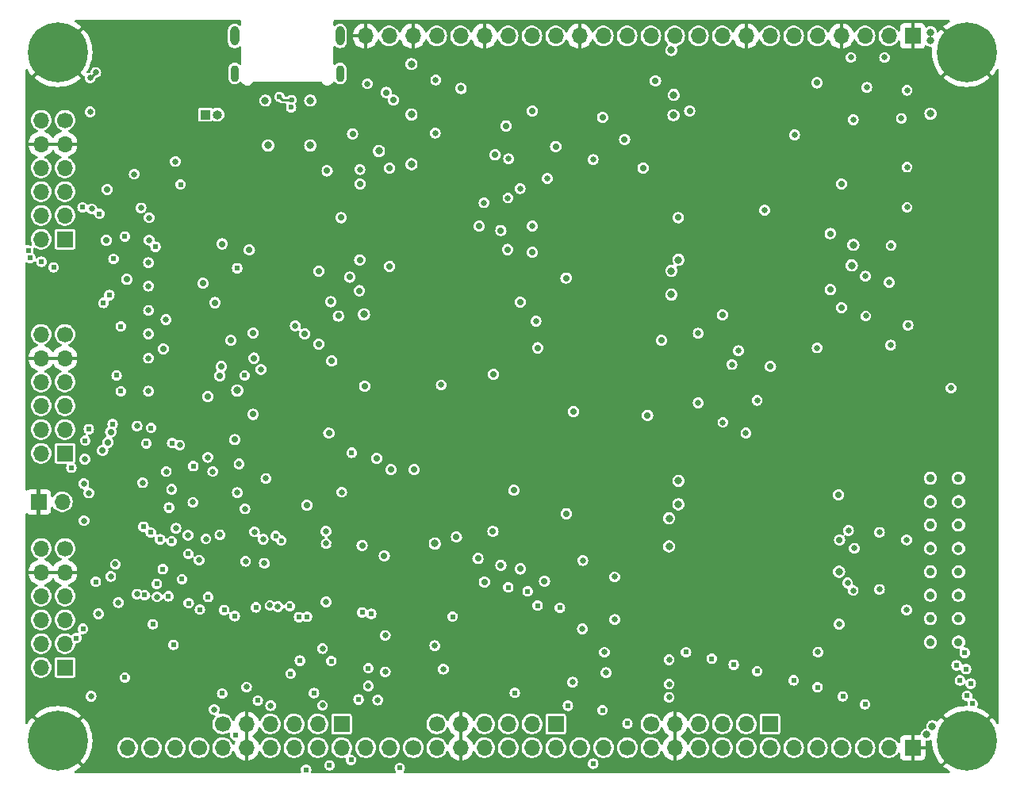
<source format=gbr>
G04 #@! TF.GenerationSoftware,KiCad,Pcbnew,8.0.1-8.0.1-1~ubuntu22.04.1*
G04 #@! TF.CreationDate,2024-04-26T22:25:13-04:00*
G04 #@! TF.ProjectId,tinytapeout-demo,74696e79-7461-4706-956f-75742d64656d,1.2.2*
G04 #@! TF.SameCoordinates,PX35e1f20PY8044ea0*
G04 #@! TF.FileFunction,Copper,L3,Inr*
G04 #@! TF.FilePolarity,Positive*
%FSLAX46Y46*%
G04 Gerber Fmt 4.6, Leading zero omitted, Abs format (unit mm)*
G04 Created by KiCad (PCBNEW 8.0.1-8.0.1-1~ubuntu22.04.1) date 2024-04-26 22:25:13*
%MOMM*%
%LPD*%
G01*
G04 APERTURE LIST*
G04 #@! TA.AperFunction,ComponentPad*
%ADD10C,0.900000*%
G04 #@! TD*
G04 #@! TA.AperFunction,ComponentPad*
%ADD11C,0.620000*%
G04 #@! TD*
G04 #@! TA.AperFunction,ComponentPad*
%ADD12C,6.400000*%
G04 #@! TD*
G04 #@! TA.AperFunction,ComponentPad*
%ADD13O,0.950000X2.100000*%
G04 #@! TD*
G04 #@! TA.AperFunction,ComponentPad*
%ADD14O,0.900000X1.800000*%
G04 #@! TD*
G04 #@! TA.AperFunction,ComponentPad*
%ADD15R,1.700000X1.700000*%
G04 #@! TD*
G04 #@! TA.AperFunction,ComponentPad*
%ADD16O,1.700000X1.700000*%
G04 #@! TD*
G04 #@! TA.AperFunction,ComponentPad*
%ADD17C,1.700000*%
G04 #@! TD*
G04 #@! TA.AperFunction,ComponentPad*
%ADD18R,1.000000X1.000000*%
G04 #@! TD*
G04 #@! TA.AperFunction,ComponentPad*
%ADD19O,1.000000X1.000000*%
G04 #@! TD*
G04 #@! TA.AperFunction,ViaPad*
%ADD20C,0.650000*%
G04 #@! TD*
G04 #@! TA.AperFunction,ViaPad*
%ADD21C,0.800000*%
G04 #@! TD*
G04 #@! TA.AperFunction,ViaPad*
%ADD22C,0.620000*%
G04 #@! TD*
G04 #@! TA.AperFunction,ViaPad*
%ADD23C,0.700000*%
G04 #@! TD*
G04 #@! TA.AperFunction,ViaPad*
%ADD24C,0.600000*%
G04 #@! TD*
G04 #@! TA.AperFunction,Conductor*
%ADD25C,0.250000*%
G04 #@! TD*
G04 #@! TA.AperFunction,Conductor*
%ADD26C,0.230000*%
G04 #@! TD*
G04 APERTURE END LIST*
D10*
G04 #@! TO.N,out6*
G04 #@! TO.C,JP7*
X99900000Y16780000D03*
G04 #@! TO.N,Net-(JP7-B)*
X96900000Y16780000D03*
G04 #@! TD*
D11*
G04 #@! TO.N,GND*
G04 #@! TO.C,STITCH1*
X27900000Y18700000D03*
G04 #@! TD*
G04 #@! TO.N,GND*
G04 #@! TO.C,STITCH1*
X17800000Y24800000D03*
G04 #@! TD*
G04 #@! TO.N,GND*
G04 #@! TO.C,STITCH1*
X95800000Y18000000D03*
G04 #@! TD*
G04 #@! TO.N,GND*
G04 #@! TO.C,STITCH1*
X54900000Y50100000D03*
G04 #@! TD*
G04 #@! TO.N,GND*
G04 #@! TO.C,STITCH1*
X62200000Y55600000D03*
G04 #@! TD*
D10*
G04 #@! TO.N,out0*
G04 #@! TO.C,JP1*
X99900000Y31780000D03*
G04 #@! TO.N,Net-(JP1-B)*
X96900000Y31780000D03*
G04 #@! TD*
D12*
G04 #@! TO.N,GND*
G04 #@! TO.C,MT3*
X3750000Y77250000D03*
G04 #@! TD*
D11*
G04 #@! TO.N,GND*
G04 #@! TO.C,STITCH1*
X87100000Y23000000D03*
G04 #@! TD*
G04 #@! TO.N,GND*
G04 #@! TO.C,STITCH1*
X83600000Y75600000D03*
G04 #@! TD*
G04 #@! TO.N,GND*
G04 #@! TO.C,STITCH1*
X48600000Y40600000D03*
G04 #@! TD*
G04 #@! TO.N,GND*
G04 #@! TO.C,STITCH1*
X30700000Y50650000D03*
G04 #@! TD*
G04 #@! TO.N,GND*
G04 #@! TO.C,STITCH8*
X103700000Y64100000D03*
G04 #@! TD*
G04 #@! TO.N,GND*
G04 #@! TO.C,STITCH1*
X37600000Y38900000D03*
G04 #@! TD*
G04 #@! TO.N,GND*
G04 #@! TO.C,STITCH1*
X3400000Y53200000D03*
G04 #@! TD*
D13*
G04 #@! TO.N,Net-(C3-Pad1)*
G04 #@! TO.C,J15*
X33870000Y79000000D03*
D14*
X22630000Y75000000D03*
X33870000Y75000000D03*
D13*
X22630000Y79000000D03*
G04 #@! TD*
D11*
G04 #@! TO.N,GND*
G04 #@! TO.C,STITCH1*
X67400000Y75600000D03*
G04 #@! TD*
G04 #@! TO.N,GND*
G04 #@! TO.C,STITCH1*
X11200000Y54700000D03*
G04 #@! TD*
D15*
G04 #@! TO.N,in0*
G04 #@! TO.C,J13*
X4500000Y34440000D03*
D16*
G04 #@! TO.N,in2*
X4500000Y36980000D03*
G04 #@! TO.N,out3*
X4500000Y39520000D03*
G04 #@! TO.N,in1*
X4500000Y42060000D03*
G04 #@! TO.N,GND*
X4500000Y44600000D03*
D17*
G04 #@! TO.N,+3V3*
X4500000Y47140000D03*
D16*
G04 #@! TO.N,in4*
X1960000Y34440000D03*
G04 #@! TO.N,in6*
X1960000Y36980000D03*
G04 #@! TO.N,out7*
X1960000Y39520000D03*
G04 #@! TO.N,in5*
X1960000Y42060000D03*
G04 #@! TO.N,GND*
X1960000Y44600000D03*
G04 #@! TO.N,+3V3*
X1960000Y47140000D03*
G04 #@! TD*
D11*
G04 #@! TO.N,GND*
G04 #@! TO.C,STITCH1*
X43900000Y36400000D03*
G04 #@! TD*
G04 #@! TO.N,GND*
G04 #@! TO.C,STITCH1*
X31700000Y38900000D03*
G04 #@! TD*
G04 #@! TO.N,GND*
G04 #@! TO.C,STITCH11*
X53060000Y800000D03*
G04 #@! TD*
G04 #@! TO.N,GND*
G04 #@! TO.C,STITCH1*
X20000000Y48800000D03*
G04 #@! TD*
G04 #@! TO.N,GND*
G04 #@! TO.C,STITCH1*
X37600000Y52100000D03*
G04 #@! TD*
G04 #@! TO.N,GND*
G04 #@! TO.C,STITCH1*
X62200000Y45300000D03*
G04 #@! TD*
G04 #@! TO.N,GND*
G04 #@! TO.C,STITCH1*
X26000000Y20500000D03*
G04 #@! TD*
G04 #@! TO.N,GND*
G04 #@! TO.C,STITCH1*
X70900000Y75600000D03*
G04 #@! TD*
G04 #@! TO.N,GND*
G04 #@! TO.C,STITCH1*
X74050000Y65100000D03*
G04 #@! TD*
G04 #@! TO.N,GND*
G04 #@! TO.C,STITCH1*
X29200000Y63200000D03*
G04 #@! TD*
G04 #@! TO.N,GND*
G04 #@! TO.C,STITCH1*
X54700000Y17200000D03*
G04 #@! TD*
G04 #@! TO.N,GND*
G04 #@! TO.C,STITCH1*
X62200000Y65300000D03*
G04 #@! TD*
D17*
G04 #@! TO.N,in0*
G04 #@! TO.C,J2*
X18810000Y3000000D03*
D16*
G04 #@! TO.N,in1*
X16270000Y3000000D03*
G04 #@! TO.N,in2*
X13730000Y3000000D03*
G04 #@! TO.N,in3*
X11190000Y3000000D03*
G04 #@! TD*
D11*
G04 #@! TO.N,GND*
G04 #@! TO.C,STITCH1*
X8900000Y19100000D03*
G04 #@! TD*
G04 #@! TO.N,GND*
G04 #@! TO.C,STITCH1*
X38900000Y5600000D03*
G04 #@! TD*
G04 #@! TO.N,GND*
G04 #@! TO.C,STITCH4*
X103700000Y44100000D03*
G04 #@! TD*
G04 #@! TO.N,GND*
G04 #@! TO.C,STITCH16*
X78460000Y800000D03*
G04 #@! TD*
G04 #@! TO.N,GND*
G04 #@! TO.C,STITCH1*
X71300000Y27400000D03*
G04 #@! TD*
G04 #@! TO.N,GND*
G04 #@! TO.C,STITCH1*
X83500000Y6800000D03*
G04 #@! TD*
G04 #@! TO.N,GND*
G04 #@! TO.C,STITCH1*
X3700000Y9000000D03*
G04 #@! TD*
G04 #@! TO.N,GND*
G04 #@! TO.C,STITCH17*
X83540000Y800000D03*
G04 #@! TD*
G04 #@! TO.N,GND*
G04 #@! TO.C,STITCH1*
X10300000Y29300000D03*
G04 #@! TD*
G04 #@! TO.N,GND*
G04 #@! TO.C,STITCH1*
X29500000Y29950000D03*
G04 #@! TD*
G04 #@! TO.N,GND*
G04 #@! TO.C,STITCH1*
X35700000Y5600000D03*
G04 #@! TD*
G04 #@! TO.N,GND*
G04 #@! TO.C,STITCH1*
X75200000Y9550000D03*
G04 #@! TD*
G04 #@! TO.N,GND*
G04 #@! TO.C,STITCH1*
X48800000Y66000000D03*
G04 #@! TD*
G04 #@! TO.N,GND*
G04 #@! TO.C,STITCH1*
X86000000Y37500000D03*
G04 #@! TD*
G04 #@! TO.N,GND*
G04 #@! TO.C,STITCH1*
X32400000Y29950000D03*
G04 #@! TD*
G04 #@! TO.N,GND*
G04 #@! TO.C,STITCH1*
X66600000Y26500000D03*
G04 #@! TD*
G04 #@! TO.N,GND*
G04 #@! TO.C,STITCH1*
X66600000Y23500000D03*
G04 #@! TD*
G04 #@! TO.N,GND*
G04 #@! TO.C,STITCH1*
X48100000Y75600000D03*
G04 #@! TD*
G04 #@! TO.N,GND*
G04 #@! TO.C,STITCH1*
X35850000Y1200000D03*
G04 #@! TD*
G04 #@! TO.N,GND*
G04 #@! TO.C,STITCH1*
X15850000Y71800000D03*
G04 #@! TD*
G04 #@! TO.N,GND*
G04 #@! TO.C,STITCH1*
X50100000Y17200000D03*
G04 #@! TD*
G04 #@! TO.N,GND*
G04 #@! TO.C,STITCH6*
X42900000Y800000D03*
G04 #@! TD*
G04 #@! TO.N,GND*
G04 #@! TO.C,STITCH1*
X29200000Y57000000D03*
G04 #@! TD*
G04 #@! TO.N,GND*
G04 #@! TO.C,STITCH1*
X3400000Y49500000D03*
G04 #@! TD*
G04 #@! TO.N,GND*
G04 #@! TO.C,STITCH1*
X86000000Y43100000D03*
G04 #@! TD*
G04 #@! TO.N,GND*
G04 #@! TO.C,STITCH1*
X35500000Y19000000D03*
G04 #@! TD*
G04 #@! TO.N,GND*
G04 #@! TO.C,STITCH1*
X31100000Y10300000D03*
G04 #@! TD*
G04 #@! TO.N,GND*
G04 #@! TO.C,STITCH1*
X59950000Y27100000D03*
G04 #@! TD*
G04 #@! TO.N,GND*
G04 #@! TO.C,STITCH1*
X26000000Y63200000D03*
G04 #@! TD*
G04 #@! TO.N,GND*
G04 #@! TO.C,STITCH1*
X63300000Y75600000D03*
G04 #@! TD*
D10*
G04 #@! TO.N,out2*
G04 #@! TO.C,JP3*
X99900000Y26780000D03*
G04 #@! TO.N,Net-(JP3-B)*
X96900000Y26780000D03*
G04 #@! TD*
D11*
G04 #@! TO.N,GND*
G04 #@! TO.C,STITCH1*
X900000Y72300000D03*
G04 #@! TD*
D18*
G04 #@! TO.N,/1v8B*
G04 #@! TO.C,J19*
X19500000Y70600000D03*
D19*
G04 #@! TO.N,/1v8A*
X20770000Y70600000D03*
G04 #@! TD*
D11*
G04 #@! TO.N,GND*
G04 #@! TO.C,STITCH1*
X96800000Y6800000D03*
G04 #@! TD*
G04 #@! TO.N,GND*
G04 #@! TO.C,STITCH1*
X19600000Y9400000D03*
G04 #@! TD*
G04 #@! TO.N,GND*
G04 #@! TO.C,STITCH7*
X103700000Y59100000D03*
G04 #@! TD*
G04 #@! TO.N,GND*
G04 #@! TO.C,STITCH13*
X63220000Y800000D03*
G04 #@! TD*
G04 #@! TO.N,GND*
G04 #@! TO.C,STITCH1*
X12400000Y71800000D03*
G04 #@! TD*
D10*
G04 #@! TO.N,out7*
G04 #@! TO.C,JP8*
X99900000Y14280000D03*
G04 #@! TO.N,Net-(JP8-B)*
X96900000Y14280000D03*
G04 #@! TD*
D11*
G04 #@! TO.N,GND*
G04 #@! TO.C,STITCH1*
X59100000Y9200000D03*
G04 #@! TD*
D17*
G04 #@! TO.N,uio0*
G04 #@! TO.C,J8*
X64545000Y3000000D03*
D16*
G04 #@! TO.N,uio1*
X62005000Y3000000D03*
G04 #@! TO.N,uio2*
X59465000Y3000000D03*
G04 #@! TD*
D11*
G04 #@! TO.N,GND*
G04 #@! TO.C,STITCH1*
X12500000Y5200000D03*
G04 #@! TD*
G04 #@! TO.N,GND*
G04 #@! TO.C,STITCH1*
X72800000Y70250000D03*
G04 #@! TD*
G04 #@! TO.N,GND*
G04 #@! TO.C,STITCH1*
X10700000Y65600000D03*
G04 #@! TD*
G04 #@! TO.N,GND*
G04 #@! TO.C,STITCH1*
X80700000Y14200000D03*
G04 #@! TD*
D15*
G04 #@! TO.N,out4*
G04 #@! TO.C,J12*
X4500000Y11580000D03*
D16*
G04 #@! TO.N,out3*
X4500000Y14120000D03*
G04 #@! TO.N,in2*
X4500000Y16660000D03*
G04 #@! TO.N,out5*
X4500000Y19200000D03*
G04 #@! TO.N,GND*
X4500000Y21740000D03*
D17*
G04 #@! TO.N,+3V3*
X4500000Y24280000D03*
D16*
G04 #@! TO.N,uio0*
X1960000Y11580000D03*
G04 #@! TO.N,out7*
X1960000Y14120000D03*
G04 #@! TO.N,uio2*
X1960000Y16660000D03*
G04 #@! TO.N,uio1*
X1960000Y19200000D03*
G04 #@! TO.N,GND*
X1960000Y21740000D03*
G04 #@! TO.N,+3V3*
X1960000Y24280000D03*
G04 #@! TD*
D11*
G04 #@! TO.N,GND*
G04 #@! TO.C,STITCH1*
X101400000Y26600000D03*
G04 #@! TD*
G04 #@! TO.N,GND*
G04 #@! TO.C,STITCH1*
X22800000Y43300000D03*
G04 #@! TD*
G04 #@! TO.N,GND*
G04 #@! TO.C,STITCH1*
X96200000Y43100000D03*
G04 #@! TD*
G04 #@! TO.N,GND*
G04 #@! TO.C,STITCH1*
X7200000Y34800000D03*
G04 #@! TD*
G04 #@! TO.N,GND*
G04 #@! TO.C,STITCH1*
X35500000Y26400000D03*
G04 #@! TD*
G04 #@! TO.N,GND*
G04 #@! TO.C,STITCH1*
X86200000Y75600000D03*
G04 #@! TD*
G04 #@! TO.N,GND*
G04 #@! TO.C,STITCH1*
X29500000Y45000000D03*
G04 #@! TD*
G04 #@! TO.N,GND*
G04 #@! TO.C,STITCH1*
X90100000Y59200000D03*
G04 #@! TD*
G04 #@! TO.N,GND*
G04 #@! TO.C,STITCH1*
X43900000Y27100000D03*
G04 #@! TD*
G04 #@! TO.N,GND*
G04 #@! TO.C,STITCH1*
X71300000Y32600000D03*
G04 #@! TD*
G04 #@! TO.N,GND*
G04 #@! TO.C,STITCH1*
X37100000Y19000000D03*
G04 #@! TD*
G04 #@! TO.N,GND*
G04 #@! TO.C,STITCH1*
X31250000Y24950000D03*
G04 #@! TD*
G04 #@! TO.N,GND*
G04 #@! TO.C,STITCH1*
X52800000Y65200000D03*
G04 #@! TD*
G04 #@! TO.N,GND*
G04 #@! TO.C,STITCH1*
X88800000Y6800000D03*
G04 #@! TD*
D15*
G04 #@! TO.N,in0*
G04 #@! TO.C,J3*
X34045000Y5545000D03*
D16*
G04 #@! TO.N,in1*
X31505000Y5545000D03*
G04 #@! TO.N,in2*
X28965000Y5545000D03*
G04 #@! TO.N,in3*
X26425000Y5545000D03*
G04 #@! TO.N,GND*
X23885000Y5545000D03*
D17*
G04 #@! TO.N,+3V3*
X21345000Y5545000D03*
D16*
G04 #@! TO.N,in4*
X34045000Y3005000D03*
G04 #@! TO.N,in5*
X31505000Y3005000D03*
G04 #@! TO.N,in6*
X28965000Y3005000D03*
G04 #@! TO.N,in7*
X26425000Y3005000D03*
G04 #@! TO.N,GND*
X23885000Y3005000D03*
G04 #@! TO.N,+3V3*
X21345000Y3005000D03*
G04 #@! TD*
D11*
G04 #@! TO.N,GND*
G04 #@! TO.C,STITCH1*
X66600000Y31600000D03*
G04 #@! TD*
G04 #@! TO.N,GND*
G04 #@! TO.C,STITCH1*
X19600000Y59900000D03*
G04 #@! TD*
G04 #@! TO.N,GND*
G04 #@! TO.C,STITCH1*
X12500000Y13100000D03*
G04 #@! TD*
G04 #@! TO.N,GND*
G04 #@! TO.C,STITCH1*
X35200000Y72200000D03*
G04 #@! TD*
G04 #@! TO.N,GND*
G04 #@! TO.C,STITCH1*
X34400000Y10300000D03*
G04 #@! TD*
G04 #@! TO.N,GND*
G04 #@! TO.C,STITCH1*
X73600000Y75600000D03*
G04 #@! TD*
D12*
G04 #@! TO.N,GND*
G04 #@! TO.C,MT4*
X100750000Y77250000D03*
G04 #@! TD*
D11*
G04 #@! TO.N,GND*
G04 #@! TO.C,STITCH3*
X103700000Y39100000D03*
G04 #@! TD*
G04 #@! TO.N,GND*
G04 #@! TO.C,STITCH1*
X23600000Y8100000D03*
G04 #@! TD*
G04 #@! TO.N,GND*
G04 #@! TO.C,STITCH1*
X35700000Y32900000D03*
G04 #@! TD*
G04 #@! TO.N,GND*
G04 #@! TO.C,STITCH1*
X12500000Y49700000D03*
G04 #@! TD*
D12*
G04 #@! TO.N,GND*
G04 #@! TO.C,MT2*
X100750000Y3750000D03*
G04 #@! TD*
D11*
G04 #@! TO.N,GND*
G04 #@! TO.C,STITCH1*
X59000000Y65200000D03*
G04 #@! TD*
G04 #@! TO.N,GND*
G04 #@! TO.C,STITCH6*
X12500000Y700000D03*
G04 #@! TD*
G04 #@! TO.N,GND*
G04 #@! TO.C,STITCH1*
X77650000Y9500000D03*
G04 #@! TD*
G04 #@! TO.N,GND*
G04 #@! TO.C,STITCH1*
X34500000Y14800000D03*
G04 #@! TD*
G04 #@! TO.N,GND*
G04 #@! TO.C,STITCH1*
X71300000Y22100000D03*
G04 #@! TD*
G04 #@! TO.N,GND*
G04 #@! TO.C,STITCH1*
X71200000Y59400000D03*
G04 #@! TD*
G04 #@! TO.N,GND*
G04 #@! TO.C,STITCH1*
X53100000Y75600000D03*
G04 #@! TD*
G04 #@! TO.N,GND*
G04 #@! TO.C,STITCH1*
X12500000Y45700000D03*
G04 #@! TD*
D15*
G04 #@! TO.N,uio0*
G04 #@! TO.C,J5*
X56905000Y5545000D03*
D16*
G04 #@! TO.N,uio1*
X54365000Y5545000D03*
G04 #@! TO.N,uio2*
X51825000Y5545000D03*
G04 #@! TO.N,uio3*
X49285000Y5545000D03*
G04 #@! TO.N,GND*
X46745000Y5545000D03*
D17*
G04 #@! TO.N,+3V3*
X44205000Y5545000D03*
D16*
G04 #@! TO.N,uio4*
X56905000Y3005000D03*
G04 #@! TO.N,uio5*
X54365000Y3005000D03*
G04 #@! TO.N,uio6*
X51825000Y3005000D03*
G04 #@! TO.N,uio7*
X49285000Y3005000D03*
G04 #@! TO.N,GND*
X46745000Y3005000D03*
G04 #@! TO.N,+3V3*
X44205000Y3005000D03*
G04 #@! TD*
D11*
G04 #@! TO.N,GND*
G04 #@! TO.C,STITCH1*
X10300000Y39000000D03*
G04 #@! TD*
G04 #@! TO.N,GND*
G04 #@! TO.C,STITCH1*
X31100000Y14800000D03*
G04 #@! TD*
G04 #@! TO.N,GND*
G04 #@! TO.C,STITCH1*
X38800000Y17500000D03*
G04 #@! TD*
G04 #@! TO.N,GND*
G04 #@! TO.C,STITCH18*
X88620000Y800000D03*
G04 #@! TD*
G04 #@! TO.N,GND*
G04 #@! TO.C,STITCH9*
X103700000Y69100000D03*
G04 #@! TD*
D10*
G04 #@! TO.N,out1*
G04 #@! TO.C,JP2*
X99900000Y29280000D03*
G04 #@! TO.N,Net-(JP2-B)*
X96900000Y29280000D03*
G04 #@! TD*
D11*
G04 #@! TO.N,GND*
G04 #@! TO.C,STITCH1*
X50200000Y44900000D03*
G04 #@! TD*
G04 #@! TO.N,GND*
G04 #@! TO.C,STITCH1*
X56600000Y55500000D03*
G04 #@! TD*
G04 #@! TO.N,GND*
G04 #@! TO.C,STITCH1*
X71300000Y46300000D03*
G04 #@! TD*
G04 #@! TO.N,GND*
G04 #@! TO.C,STITCH1*
X700000Y12900000D03*
G04 #@! TD*
G04 #@! TO.N,GND*
G04 #@! TO.C,STITCH1*
X81100000Y75600000D03*
G04 #@! TD*
G04 #@! TO.N,GND*
G04 #@! TO.C,STITCH1*
X62200000Y19100000D03*
G04 #@! TD*
G04 #@! TO.N,GND*
G04 #@! TO.C,STITCH1*
X59800000Y39000000D03*
G04 #@! TD*
G04 #@! TO.N,GND*
G04 #@! TO.C,STITCH1*
X8500000Y13100000D03*
G04 #@! TD*
G04 #@! TO.N,GND*
G04 #@! TO.C,STITCH1*
X63200000Y6300000D03*
G04 #@! TD*
G04 #@! TO.N,GND*
G04 #@! TO.C,STITCH14*
X68300000Y800000D03*
G04 #@! TD*
G04 #@! TO.N,GND*
G04 #@! TO.C,STITCH1*
X12300000Y20400000D03*
G04 #@! TD*
D15*
G04 #@! TO.N,GND*
G04 #@! TO.C,J10*
X1690000Y29260000D03*
D16*
G04 #@! TO.N,/RP2040/RUN*
X4230000Y29260000D03*
G04 #@! TD*
D11*
G04 #@! TO.N,GND*
G04 #@! TO.C,STITCH1*
X24400000Y18700000D03*
G04 #@! TD*
G04 #@! TO.N,GND*
G04 #@! TO.C,STITCH1*
X7700000Y58000000D03*
G04 #@! TD*
D17*
G04 #@! TO.N,uio3*
G04 #@! TO.C,J17*
X41700000Y3000000D03*
D16*
G04 #@! TO.N,~{project_rst}*
X39160000Y3000000D03*
G04 #@! TO.N,project_clk*
X36620000Y3000000D03*
G04 #@! TD*
D11*
G04 #@! TO.N,GND*
G04 #@! TO.C,STITCH1*
X92900000Y23000000D03*
G04 #@! TD*
G04 #@! TO.N,GND*
G04 #@! TO.C,STITCH1*
X59600000Y7450000D03*
G04 #@! TD*
G04 #@! TO.N,GND*
G04 #@! TO.C,STITCH1*
X20000000Y44600000D03*
G04 #@! TD*
G04 #@! TO.N,GND*
G04 #@! TO.C,STITCH1*
X73550000Y14200000D03*
G04 #@! TD*
D15*
G04 #@! TO.N,GND*
G04 #@! TO.C,J9*
X95000000Y79000000D03*
D16*
G04 #@! TO.N,+1V8*
X92460000Y79000000D03*
G04 #@! TO.N,+3V3*
X89920000Y79000000D03*
G04 #@! TO.N,GND*
X87380000Y79000000D03*
G04 #@! TO.N,usrclk2*
X84840000Y79000000D03*
G04 #@! TO.N,HK_SCK*
X82300000Y79000000D03*
G04 #@! TO.N,HK_CSB*
X79760000Y79000000D03*
G04 #@! TO.N,GND*
X77220000Y79000000D03*
G04 #@! TO.N,HK_SDI*
X74680000Y79000000D03*
G04 #@! TO.N,HK_SDO*
X72140000Y79000000D03*
G04 #@! TO.N,mprj_io0*
X69600000Y79000000D03*
G04 #@! TO.N,~{ctrl_sel_rst}*
X67060000Y79000000D03*
G04 #@! TO.N,mio37*
X64520000Y79000000D03*
G04 #@! TO.N,ctrl_sel_inc*
X61980000Y79000000D03*
G04 #@! TO.N,GND*
X59440000Y79000000D03*
G04 #@! TO.N,mio35*
X56900000Y79000000D03*
G04 #@! TO.N,ctrl_ena*
X54360000Y79000000D03*
G04 #@! TO.N,mio33*
X51820000Y79000000D03*
G04 #@! TO.N,GND*
X49280000Y79000000D03*
G04 #@! TO.N,RPIO29*
X46740000Y79000000D03*
G04 #@! TO.N,+3V3*
X44200000Y79000000D03*
G04 #@! TO.N,GND*
X41660000Y79000000D03*
G04 #@! TO.N,+5V*
X39120000Y79000000D03*
G04 #@! TO.N,GND*
X36580000Y79000000D03*
G04 #@! TD*
D11*
G04 #@! TO.N,GND*
G04 #@! TO.C,STITCH1*
X85300000Y65100000D03*
G04 #@! TD*
G04 #@! TO.N,GND*
G04 #@! TO.C,STITCH1*
X37200000Y10500000D03*
G04 #@! TD*
G04 #@! TO.N,GND*
G04 #@! TO.C,STITCH1*
X43600000Y41300000D03*
G04 #@! TD*
G04 #@! TO.N,GND*
G04 #@! TO.C,STITCH1*
X62200000Y27100000D03*
G04 #@! TD*
G04 #@! TO.N,GND*
G04 #@! TO.C,STITCH1*
X101400000Y21500000D03*
G04 #@! TD*
G04 #@! TO.N,GND*
G04 #@! TO.C,STITCH1*
X19700000Y5200000D03*
G04 #@! TD*
G04 #@! TO.N,GND*
G04 #@! TO.C,STITCH1*
X19600000Y16700000D03*
G04 #@! TD*
G04 #@! TO.N,GND*
G04 #@! TO.C,STITCH1*
X55700000Y75600000D03*
G04 #@! TD*
G04 #@! TO.N,GND*
G04 #@! TO.C,STITCH1*
X74400000Y73500000D03*
G04 #@! TD*
G04 #@! TO.N,GND*
G04 #@! TO.C,STITCH1*
X8450000Y67550000D03*
G04 #@! TD*
G04 #@! TO.N,GND*
G04 #@! TO.C,STITCH1*
X103800000Y8750000D03*
G04 #@! TD*
G04 #@! TO.N,GND*
G04 #@! TO.C,STITCH6*
X103700000Y54100000D03*
G04 #@! TD*
G04 #@! TO.N,GND*
G04 #@! TO.C,STITCH1*
X93400000Y55100000D03*
G04 #@! TD*
D10*
G04 #@! TO.N,out4*
G04 #@! TO.C,JP5*
X99900000Y21780000D03*
G04 #@! TO.N,Net-(JP5-B)*
X96900000Y21780000D03*
G04 #@! TD*
D11*
G04 #@! TO.N,GND*
G04 #@! TO.C,STITCH1*
X24500000Y22400000D03*
G04 #@! TD*
G04 #@! TO.N,GND*
G04 #@! TO.C,STITCH1*
X26600000Y38900000D03*
G04 #@! TD*
G04 #@! TO.N,GND*
G04 #@! TO.C,STITCH1*
X39400000Y1200000D03*
G04 #@! TD*
G04 #@! TO.N,GND*
G04 #@! TO.C,STITCH1*
X95300000Y73600000D03*
G04 #@! TD*
G04 #@! TO.N,GND*
G04 #@! TO.C,STITCH1*
X62200000Y41100000D03*
G04 #@! TD*
G04 #@! TO.N,GND*
G04 #@! TO.C,STITCH1*
X62200000Y34000000D03*
G04 #@! TD*
G04 #@! TO.N,GND*
G04 #@! TO.C,STITCH1*
X56700000Y19100000D03*
G04 #@! TD*
G04 #@! TO.N,GND*
G04 #@! TO.C,STITCH1*
X24000000Y73300000D03*
G04 #@! TD*
G04 #@! TO.N,GND*
G04 #@! TO.C,STITCH10*
X47980000Y800000D03*
G04 #@! TD*
G04 #@! TO.N,GND*
G04 #@! TO.C,STITCH1*
X24200000Y33300000D03*
G04 #@! TD*
G04 #@! TO.N,GND*
G04 #@! TO.C,STITCH1*
X20200000Y57300000D03*
G04 #@! TD*
G04 #@! TO.N,GND*
G04 #@! TO.C,STITCH1*
X54600000Y8900000D03*
G04 #@! TD*
G04 #@! TO.N,GND*
G04 #@! TO.C,STITCH1*
X71600000Y12000000D03*
G04 #@! TD*
D15*
G04 #@! TO.N,uio4*
G04 #@! TO.C,J14*
X4500000Y57300000D03*
D16*
G04 #@! TO.N,uio6*
X4500000Y59840000D03*
G04 #@! TO.N,uio3*
X4500000Y62380000D03*
G04 #@! TO.N,uio5*
X4500000Y64920000D03*
G04 #@! TO.N,GND*
X4500000Y67460000D03*
D17*
G04 #@! TO.N,+3V3*
X4500000Y70000000D03*
D16*
G04 #@! TO.N,in2*
X1960000Y57300000D03*
G04 #@! TO.N,out0*
X1960000Y59840000D03*
G04 #@! TO.N,in7*
X1960000Y62380000D03*
G04 #@! TO.N,out1*
X1960000Y64920000D03*
G04 #@! TO.N,GND*
X1960000Y67460000D03*
G04 #@! TO.N,+3V3*
X1960000Y70000000D03*
G04 #@! TD*
D11*
G04 #@! TO.N,GND*
G04 #@! TO.C,STITCH1*
X103700000Y29100000D03*
G04 #@! TD*
G04 #@! TO.N,GND*
G04 #@! TO.C,STITCH1*
X56900000Y45400000D03*
G04 #@! TD*
G04 #@! TO.N,GND*
G04 #@! TO.C,STITCH1*
X4300000Y32150000D03*
G04 #@! TD*
G04 #@! TO.N,GND*
G04 #@! TO.C,STITCH2*
X103700000Y34100000D03*
G04 #@! TD*
G04 #@! TO.N,GND*
G04 #@! TO.C,STITCH1*
X53000000Y69500000D03*
G04 #@! TD*
G04 #@! TO.N,GND*
G04 #@! TO.C,STITCH1*
X71200000Y50900000D03*
G04 #@! TD*
D10*
G04 #@! TO.N,out5*
G04 #@! TO.C,JP6*
X99900000Y19280000D03*
G04 #@! TO.N,Net-(JP6-B)*
X96900000Y19280000D03*
G04 #@! TD*
D11*
G04 #@! TO.N,GND*
G04 #@! TO.C,STITCH1*
X86000000Y31400000D03*
G04 #@! TD*
G04 #@! TO.N,GND*
G04 #@! TO.C,STITCH1*
X90050000Y23000000D03*
G04 #@! TD*
G04 #@! TO.N,GND*
G04 #@! TO.C,STITCH1*
X92950000Y14200000D03*
G04 #@! TD*
G04 #@! TO.N,GND*
G04 #@! TO.C,STITCH1*
X12400000Y9800000D03*
G04 #@! TD*
D15*
G04 #@! TO.N,GND*
G04 #@! TO.C,J1*
X95000000Y3000000D03*
D16*
G04 #@! TO.N,+5V*
X92460000Y3000000D03*
G04 #@! TO.N,out0*
X89920000Y3000000D03*
G04 #@! TO.N,out1*
X87380000Y3000000D03*
G04 #@! TO.N,out2*
X84840000Y3000000D03*
G04 #@! TO.N,out3*
X82300000Y3000000D03*
G04 #@! TD*
D11*
G04 #@! TO.N,GND*
G04 #@! TO.C,STITCH1*
X91800000Y75600000D03*
G04 #@! TD*
G04 #@! TO.N,GND*
G04 #@! TO.C,STITCH1*
X12500000Y41900000D03*
G04 #@! TD*
G04 #@! TO.N,GND*
G04 #@! TO.C,STITCH1*
X52000000Y62800000D03*
G04 #@! TD*
G04 #@! TO.N,GND*
G04 #@! TO.C,STITCH1*
X56500000Y30300000D03*
G04 #@! TD*
G04 #@! TO.N,GND*
G04 #@! TO.C,STITCH1*
X71200000Y65200000D03*
G04 #@! TD*
G04 #@! TO.N,GND*
G04 #@! TO.C,STITCH1*
X32800000Y73300000D03*
G04 #@! TD*
G04 #@! TO.N,GND*
G04 #@! TO.C,STITCH5*
X103700000Y49100000D03*
G04 #@! TD*
G04 #@! TO.N,GND*
G04 #@! TO.C,STITCH1*
X78900000Y73500000D03*
G04 #@! TD*
G04 #@! TO.N,GND*
G04 #@! TO.C,STITCH1*
X8000000Y62800000D03*
G04 #@! TD*
G04 #@! TO.N,GND*
G04 #@! TO.C,STITCH1*
X59400000Y75600000D03*
G04 #@! TD*
G04 #@! TO.N,GND*
G04 #@! TO.C,STITCH1*
X37800000Y41500000D03*
G04 #@! TD*
G04 #@! TO.N,GND*
G04 #@! TO.C,STITCH1*
X7150000Y32150000D03*
G04 #@! TD*
G04 #@! TO.N,GND*
G04 #@! TO.C,STITCH1*
X24400000Y59900000D03*
G04 #@! TD*
G04 #@! TO.N,GND*
G04 #@! TO.C,STITCH1*
X8700000Y41900000D03*
G04 #@! TD*
G04 #@! TO.N,GND*
G04 #@! TO.C,STITCH1*
X97700000Y71700000D03*
G04 #@! TD*
G04 #@! TO.N,GND*
G04 #@! TO.C,STITCH1*
X17600000Y13900000D03*
G04 #@! TD*
D15*
G04 #@! TO.N,out0*
G04 #@! TO.C,J6*
X79765000Y5545000D03*
D16*
G04 #@! TO.N,out1*
X77225000Y5545000D03*
G04 #@! TO.N,out2*
X74685000Y5545000D03*
G04 #@! TO.N,out3*
X72145000Y5545000D03*
G04 #@! TO.N,GND*
X69605000Y5545000D03*
D17*
G04 #@! TO.N,+3V3*
X67065000Y5545000D03*
D16*
G04 #@! TO.N,out4*
X79765000Y3005000D03*
G04 #@! TO.N,out5*
X77225000Y3005000D03*
G04 #@! TO.N,out6*
X74685000Y3005000D03*
G04 #@! TO.N,out7*
X72145000Y3005000D03*
G04 #@! TO.N,GND*
X69605000Y3005000D03*
G04 #@! TO.N,+3V3*
X67065000Y3005000D03*
G04 #@! TD*
D10*
G04 #@! TO.N,out3*
G04 #@! TO.C,JP4*
X99900000Y24280000D03*
G04 #@! TO.N,Net-(JP4-B)*
X96900000Y24280000D03*
G04 #@! TD*
D11*
G04 #@! TO.N,GND*
G04 #@! TO.C,STITCH15*
X73380000Y800000D03*
G04 #@! TD*
G04 #@! TO.N,GND*
G04 #@! TO.C,STITCH12*
X58140000Y800000D03*
G04 #@! TD*
G04 #@! TO.N,GND*
G04 #@! TO.C,STITCH1*
X43900000Y31500000D03*
G04 #@! TD*
G04 #@! TO.N,GND*
G04 #@! TO.C,STITCH1*
X5600000Y61100000D03*
G04 #@! TD*
G04 #@! TO.N,GND*
G04 #@! TO.C,STITCH1*
X31900000Y67200000D03*
G04 #@! TD*
G04 #@! TO.N,GND*
G04 #@! TO.C,STITCH1*
X8600000Y54800000D03*
G04 #@! TD*
G04 #@! TO.N,GND*
G04 #@! TO.C,STITCH1*
X89550000Y55050000D03*
G04 #@! TD*
G04 #@! TO.N,GND*
G04 #@! TO.C,STITCH1*
X10000000Y58000000D03*
G04 #@! TD*
G04 #@! TO.N,GND*
G04 #@! TO.C,STITCH1*
X96200000Y37500000D03*
G04 #@! TD*
G04 #@! TO.N,GND*
G04 #@! TO.C,STITCH1*
X66600000Y29000000D03*
G04 #@! TD*
G04 #@! TO.N,GND*
G04 #@! TO.C,STITCH1*
X62200000Y50300000D03*
G04 #@! TD*
G04 #@! TO.N,GND*
G04 #@! TO.C,STITCH1*
X88700000Y49400000D03*
G04 #@! TD*
G04 #@! TO.N,GND*
G04 #@! TO.C,STITCH1*
X101400000Y24100000D03*
G04 #@! TD*
G04 #@! TO.N,GND*
G04 #@! TO.C,STITCH1*
X50300000Y20700000D03*
G04 #@! TD*
G04 #@! TO.N,GND*
G04 #@! TO.C,STITCH1*
X8100000Y73600000D03*
G04 #@! TD*
G04 #@! TO.N,GND*
G04 #@! TO.C,STITCH1*
X95800000Y25600000D03*
G04 #@! TD*
G04 #@! TO.N,GND*
G04 #@! TO.C,STITCH1*
X42600000Y6400000D03*
G04 #@! TD*
G04 #@! TO.N,GND*
G04 #@! TO.C,STITCH1*
X86850000Y14200000D03*
G04 #@! TD*
G04 #@! TO.N,GND*
G04 #@! TO.C,STITCH1*
X31400000Y44500000D03*
G04 #@! TD*
G04 #@! TO.N,GND*
G04 #@! TO.C,STITCH1*
X18200000Y63200000D03*
G04 #@! TD*
D12*
G04 #@! TO.N,GND*
G04 #@! TO.C,MT1*
X3750000Y3750000D03*
G04 #@! TD*
D11*
G04 #@! TO.N,GND*
G04 #@! TO.C,STITCH1*
X37600000Y57000000D03*
G04 #@! TD*
G04 #@! TO.N,GND*
G04 #@! TO.C,STITCH1*
X95900000Y59400000D03*
G04 #@! TD*
G04 #@! TO.N,GND*
G04 #@! TO.C,STITCH1*
X28000000Y22200000D03*
G04 #@! TD*
G04 #@! TO.N,GND*
G04 #@! TO.C,STITCH1*
X1500000Y54100000D03*
G04 #@! TD*
G04 #@! TO.N,GND*
G04 #@! TO.C,STITCH1*
X11250000Y80200000D03*
G04 #@! TD*
G04 #@! TO.N,GND*
G04 #@! TO.C,STITCH1*
X71300000Y38800000D03*
G04 #@! TD*
D20*
G04 #@! TO.N,GND*
X12180000Y25176684D03*
D21*
X75100000Y41700000D03*
D20*
X8650000Y45300000D03*
X28850000Y14300000D03*
X33263556Y24630665D03*
X90050000Y25900000D03*
X50100000Y12100000D03*
X17100000Y80200000D03*
X95700000Y69600000D03*
D21*
X43600000Y49100000D03*
D20*
X26575000Y27700000D03*
D21*
X43400000Y53900000D03*
X67600000Y54900000D03*
D20*
X20475870Y33495692D03*
X28325000Y69100000D03*
X24636845Y15763155D03*
D21*
X80200000Y23800000D03*
X80100000Y28800000D03*
X48700000Y72000000D03*
X80700000Y50900000D03*
D20*
X18000000Y78200000D03*
D21*
X84700000Y49100000D03*
X46500000Y62800000D03*
D20*
X33370504Y18577500D03*
X22100000Y68350000D03*
X10055000Y25850000D03*
X20100000Y76300000D03*
D21*
X11200000Y69800000D03*
D20*
X47200000Y15100000D03*
X27540923Y10901068D03*
X98600000Y69900000D03*
X28850000Y15195000D03*
X17100000Y7800000D03*
D21*
X80600000Y72000000D03*
D20*
X17850000Y80150000D03*
X90050000Y19900000D03*
X91500000Y68999998D03*
X26505707Y26870895D03*
X32004169Y27006574D03*
X87820000Y68139740D03*
D21*
X79000000Y48300000D03*
X82600000Y43100000D03*
D20*
X21600000Y11900000D03*
D21*
X75400000Y56800000D03*
X67600000Y70500000D03*
X39215000Y61600000D03*
X43850000Y72000000D03*
D20*
X16200000Y7150000D03*
X50100000Y14100000D03*
X32400000Y70600000D03*
D21*
X24850905Y72113922D03*
D20*
X16999990Y17700000D03*
X18444988Y27705001D03*
X25450000Y69750000D03*
D21*
X80200000Y31400000D03*
D20*
X18300000Y67300000D03*
D21*
X13100000Y67300000D03*
D20*
X65400000Y15800000D03*
X31027500Y28166411D03*
D21*
X83500000Y68600000D03*
X82500000Y60400000D03*
X67600000Y73000000D03*
D20*
X19555000Y24289734D03*
X24100000Y70705003D03*
D21*
X80200000Y26300000D03*
D20*
X42720000Y10418243D03*
D21*
X12700000Y68200000D03*
X79400000Y33900000D03*
X31900000Y72100000D03*
D20*
X18400000Y74050000D03*
D22*
X18600000Y19100000D03*
D21*
X48300000Y24600000D03*
G04 #@! TO.N,+5V*
X96900000Y78500000D03*
X96900000Y79400000D03*
X96500000Y4400000D03*
X96900000Y70700000D03*
X97100000Y5300000D03*
X38027500Y66714631D03*
D20*
G04 #@! TO.N,Net-(C1-Pad2)*
X38700000Y15000000D03*
X38700000Y11100000D03*
D23*
G04 #@! TO.N,gpio*
X87400000Y50000000D03*
X87400000Y63200000D03*
G04 #@! TO.N,Caravel_SCK*
X86200000Y57900000D03*
X86200000Y51900000D03*
D20*
G04 #@! TO.N,Caravel_D1*
X92500000Y52700000D03*
X92650000Y45980000D03*
X92702750Y56625000D03*
G04 #@! TO.N,Caravel_D0*
X90000000Y49100000D03*
X89949998Y53350000D03*
D23*
G04 #@! TO.N,xclk*
X50444327Y66300000D03*
X48740570Y58685000D03*
D21*
G04 #@! TO.N,+3V3*
X69000000Y27500000D03*
D20*
X13500000Y57200000D03*
X69000000Y9800000D03*
X13430000Y49700000D03*
D21*
X69470000Y70537534D03*
D20*
X12625680Y60629996D03*
X13430000Y54800000D03*
X32370955Y26106049D03*
D21*
X69500000Y72700000D03*
D20*
X7800000Y75100000D03*
X32389808Y18577500D03*
D21*
X69250000Y51388959D03*
D20*
X94400000Y73200000D03*
X13430000Y44600000D03*
D23*
X35999996Y63202500D03*
D20*
X93800000Y70200000D03*
X19762436Y34010878D03*
D21*
X36434879Y49270000D03*
D20*
X6525000Y31200000D03*
X44900000Y11400000D03*
D22*
X19800000Y19100000D03*
D20*
X35995000Y64746599D03*
X19555000Y25300000D03*
X44000000Y13900000D03*
D21*
X22900000Y41150000D03*
D20*
X69000000Y12400000D03*
X13430000Y52300000D03*
X6550000Y27250000D03*
D21*
X69000000Y24500000D03*
D20*
X32400000Y24800000D03*
X94400000Y65000000D03*
X7382427Y60530000D03*
X44100000Y74300000D03*
X36800000Y73900000D03*
X90100000Y73500000D03*
X23100000Y33300000D03*
D21*
X69250000Y77480000D03*
D20*
X13430000Y41077500D03*
X22912443Y30237906D03*
X6632500Y33818554D03*
X7200000Y70900000D03*
X13505972Y59594028D03*
D21*
X44000000Y24800000D03*
D20*
X13430000Y47185715D03*
X31999996Y13600000D03*
D21*
X69250000Y53915069D03*
D20*
X69000000Y8400000D03*
X31999996Y7527500D03*
X94500000Y48100000D03*
X94400000Y60700000D03*
X20436373Y7085826D03*
X7200000Y74500000D03*
D23*
G04 #@! TO.N,~{project_rst}*
X37775000Y33900000D03*
X8535000Y34733152D03*
D20*
X8100004Y17300000D03*
X37900000Y8100000D03*
D21*
G04 #@! TO.N,+1V8*
X70000000Y55104992D03*
X41500000Y70619502D03*
X88500000Y54500000D03*
X41500000Y76000000D03*
D20*
X88669022Y70061420D03*
D21*
X70000000Y31500000D03*
X70000000Y29000000D03*
X88669022Y56690000D03*
D20*
X92000000Y76700000D03*
D21*
X41500000Y65300000D03*
D20*
X88400000Y76700000D03*
D21*
G04 #@! TO.N,VBUS*
X30700000Y67300000D03*
X25900826Y72100826D03*
X30700000Y72100000D03*
X26200000Y67300000D03*
D20*
G04 #@! TO.N,/RP2040/DVDD*
X25800000Y22700000D03*
X26407407Y18196891D03*
G04 #@! TO.N,project_clk*
X58700000Y10000000D03*
X36900000Y9600000D03*
D23*
X58800000Y38900000D03*
G04 #@! TO.N,usrclk2*
X66700000Y38500000D03*
X84800000Y74000000D03*
X67550000Y74200000D03*
G04 #@! TO.N,mprj_io0*
X68200000Y46500000D03*
G04 #@! TO.N,HK_SCK*
X19770240Y40505000D03*
D20*
X18829861Y23025000D03*
X44670042Y41734705D03*
X82400000Y68435498D03*
X44046215Y68625000D03*
D23*
G04 #@! TO.N,HK_CSB*
X9402786Y36731990D03*
D20*
X10225002Y18500000D03*
D23*
X33000000Y44300000D03*
D20*
X9900000Y22600000D03*
D23*
X79825000Y43700000D03*
X32688303Y36582500D03*
G04 #@! TO.N,HK_SDI*
X15000000Y45600000D03*
D20*
X76400000Y45400000D03*
X14349104Y19120000D03*
D23*
G04 #@! TO.N,HK_SDO*
X22618968Y35895000D03*
D20*
X9400000Y21300000D03*
D23*
X9099994Y35600000D03*
D20*
X72100000Y47250000D03*
D23*
X22227500Y46500000D03*
G04 #@! TO.N,uio1*
X54400000Y55900000D03*
D20*
X54400000Y58705000D03*
D22*
X61900000Y7000000D03*
D23*
X35950000Y51800000D03*
D22*
X53900000Y19700000D03*
D23*
X35986425Y55098159D03*
D22*
X7807899Y20719025D03*
X9252500Y51332500D03*
G04 #@! TO.N,uio0*
X57350000Y17950000D03*
D23*
X31600000Y53900000D03*
D22*
X64550000Y5600000D03*
D23*
X11102500Y53002498D03*
D22*
X54967500Y18183611D03*
D23*
X31600000Y46100000D03*
D22*
X10900000Y10500000D03*
D20*
X54800000Y48545000D03*
D23*
X54967500Y45700000D03*
G04 #@! TO.N,uio3*
X49284996Y20700000D03*
D20*
X49247500Y61196712D03*
D23*
G04 #@! TO.N,uio2*
X51755000Y56200000D03*
D22*
X51835085Y20132500D03*
D23*
X21200000Y43700000D03*
X21300000Y56800000D03*
D20*
X51800000Y61700000D03*
D23*
G04 #@! TO.N,uio5*
X53140000Y22100000D03*
X32888703Y50627500D03*
X53100000Y50600000D03*
X32500000Y64600000D03*
D20*
X53100000Y62700000D03*
G04 #@! TO.N,uio4*
X55999081Y63785000D03*
D23*
X55700000Y20800000D03*
X9035000Y62617202D03*
X8927500Y57179527D03*
D22*
G04 #@! TO.N,uio7*
X60900000Y1300000D03*
D20*
X60900000Y65800000D03*
D23*
X48600000Y23200000D03*
D20*
G04 #@! TO.N,uio6*
X51866731Y65880000D03*
D23*
X51041709Y58240000D03*
X51041709Y22500000D03*
D22*
G04 #@! TO.N,in0*
X35113846Y34500000D03*
X8200000Y60015000D03*
D23*
X34000000Y59600000D03*
D22*
X18914099Y17767500D03*
X35050000Y1700000D03*
X6677500Y35792035D03*
D23*
G04 #@! TO.N,mio33*
X51600000Y69400000D03*
D22*
G04 #@! TO.N,in2*
X2000000Y54900000D03*
X9700000Y55200000D03*
D23*
X39300000Y32700000D03*
D22*
X30249994Y659506D03*
D23*
X39175619Y54413151D03*
D22*
X40249997Y850003D03*
X9606568Y37567500D03*
X13899998Y16200000D03*
D23*
X41800000Y32700000D03*
D22*
G04 #@! TO.N,in1*
X21300000Y8800000D03*
X10900004Y57600000D03*
X21500000Y17712500D03*
X31100000Y8837500D03*
D23*
X52427500Y30500000D03*
D22*
X32751635Y1132500D03*
X52528613Y8867500D03*
D23*
X21056706Y42699998D03*
D22*
X10025199Y42765000D03*
D23*
G04 #@! TO.N,in4*
X33700000Y49099998D03*
D22*
X32950000Y12250000D03*
D20*
X34050000Y30300000D03*
D22*
X7067348Y37014594D03*
X8620000Y50500000D03*
X29600000Y12300000D03*
X29500000Y16950000D03*
D23*
G04 #@! TO.N,in3*
X58037500Y28000000D03*
D22*
X22637500Y17062500D03*
D23*
X58000000Y53160000D03*
D22*
X22700000Y4342500D03*
X58200000Y7490000D03*
D23*
G04 #@! TO.N,in6*
X50267500Y42867500D03*
X46299998Y25500000D03*
D22*
X36900000Y11500000D03*
X45900000Y17000000D03*
X37200000Y17300000D03*
D23*
X24600000Y38600000D03*
X50200000Y26100000D03*
D22*
X28600000Y10900000D03*
D23*
X24700000Y44600000D03*
G04 #@! TO.N,in5*
X24199997Y56158021D03*
D22*
X811776Y55305210D03*
D23*
X30350000Y28900000D03*
X30110000Y47190000D03*
D22*
X30350000Y16987500D03*
D23*
X24600000Y47300000D03*
D22*
G04 #@! TO.N,out0*
X89920000Y7650000D03*
D20*
X16761708Y35319925D03*
D22*
X16849999Y63132500D03*
X101400000Y7700000D03*
X17000000Y21000000D03*
G04 #@! TO.N,in7*
X25100000Y8049996D03*
X36233849Y17455839D03*
X22900000Y54200000D03*
D23*
X36233849Y24600000D03*
D22*
X35850000Y8150000D03*
D23*
X36500000Y41600000D03*
D22*
X3300000Y54300000D03*
X23700000Y42750000D03*
G04 #@! TO.N,out2*
X84850000Y9450000D03*
D20*
X12200000Y37350000D03*
X74750002Y37750000D03*
D22*
X13028555Y19296431D03*
X101200000Y9850000D03*
G04 #@! TO.N,out1*
X14177500Y56500000D03*
X100800000Y8550000D03*
X13700000Y37155000D03*
X13675000Y26000000D03*
D20*
X77200000Y36600000D03*
D22*
X87550000Y8500000D03*
X610000Y56100000D03*
D20*
G04 #@! TO.N,out4*
X79200000Y60400000D03*
X78397500Y40097500D03*
D22*
X6400000Y60700000D03*
X100700000Y11400000D03*
X6432500Y15702009D03*
X78397500Y11167500D03*
D20*
G04 #@! TO.N,out3*
X72100000Y39832500D03*
D22*
X82300000Y10200000D03*
X15891857Y25052594D03*
X16100000Y14000000D03*
X100050000Y10200000D03*
G04 #@! TO.N,out6*
X24898272Y17987258D03*
D20*
X99100000Y41400000D03*
X25437416Y43397500D03*
D22*
X73550000Y12500000D03*
X100552754Y13147246D03*
G04 #@! TO.N,out5*
X5724027Y14711613D03*
X99700000Y11800000D03*
X5200000Y32900000D03*
D23*
X20527500Y50527500D03*
D22*
X75900000Y11867500D03*
D20*
X75700000Y43915000D03*
D22*
X18220875Y33067998D03*
D23*
X74700000Y49222500D03*
D22*
G04 #@! TO.N,ctrl_ena*
X12900000Y26600000D03*
D23*
X39172500Y64887119D03*
X54400000Y70985000D03*
X39572500Y72173904D03*
D22*
X13200002Y35500000D03*
D20*
X16300000Y65600000D03*
D22*
X15954880Y35535000D03*
D20*
G04 #@! TO.N,out7*
X84900000Y13207500D03*
D22*
X10470402Y41060522D03*
D20*
X84800000Y45700000D03*
X29100000Y48050000D03*
D22*
X10470000Y47994297D03*
X70807500Y13207500D03*
X28526514Y18117949D03*
D23*
G04 #@! TO.N,mio35*
X56900000Y67200000D03*
G04 #@! TO.N,ctrl_sel_inc*
X34900000Y53250000D03*
X35220040Y68560000D03*
D20*
X17650000Y25700000D03*
D23*
X19249502Y52600000D03*
X61900006Y70312500D03*
G04 #@! TO.N,mio37*
X64250000Y67950000D03*
D20*
G04 #@! TO.N,~{ctrl_sel_rst}*
X12200000Y19400000D03*
D23*
X66220000Y64900000D03*
D20*
X11902611Y64247500D03*
G04 #@! TO.N,/RP2040/SWDIO*
X63190000Y21245000D03*
X63200000Y16700000D03*
G04 #@! TO.N,/RP2040/SWCLK*
X59800000Y23000000D03*
X59747500Y15700000D03*
D23*
G04 #@! TO.N,RPIO29*
X46800000Y73400000D03*
X38800000Y72970000D03*
X38600000Y23500000D03*
D20*
G04 #@! TO.N,/RP2040/RUN*
X27246916Y18063739D03*
X7299999Y8500001D03*
X7055000Y30204934D03*
X26472662Y7505000D03*
G04 #@! TO.N,boot_mode*
X20300000Y32500000D03*
X15300000Y48710000D03*
X21052500Y25737836D03*
X15325000Y32493554D03*
G04 #@! TO.N,/RP2040/QSPI_CLK*
X24735000Y26063774D03*
X23730929Y28514301D03*
X18175000Y29200000D03*
D22*
G04 #@! TO.N,/RP2040/QSPI_SD0*
X15626135Y28637098D03*
D20*
G04 #@! TO.N,/RP2040/QSPI_SD1*
X12800000Y31300000D03*
X15900000Y30600002D03*
X16355002Y26425000D03*
G04 #@! TO.N,RP_proj_clk*
X23788553Y22911473D03*
X23900012Y9474133D03*
D24*
G04 #@! TO.N,usb_d+*
X27010000Y25615895D03*
X28697162Y72166905D03*
X27400000Y72500000D03*
G04 #@! TO.N,usb_d-*
X28665196Y71367541D03*
X27615000Y25133961D03*
D20*
G04 #@! TO.N,Net-(U1-C)*
X91450000Y26000000D03*
X91450000Y19900000D03*
G04 #@! TO.N,Net-(U1-D)*
X88650000Y19800000D03*
X88775000Y24298097D03*
G04 #@! TO.N,Net-(U1-E)*
X87150000Y16200000D03*
D21*
X87150000Y21800000D03*
D20*
G04 #@! TO.N,Net-(U1-F)*
X88150000Y26200000D03*
X88050000Y20600000D03*
D23*
G04 #@! TO.N,Net-(U1-G)*
X87100000Y30000000D03*
X87200000Y25200000D03*
D20*
X94350000Y17700000D03*
X94350000Y25200000D03*
G04 #@! TO.N,/RP2040/QSPI_SD3*
X25675000Y25260904D03*
X25965000Y31750000D03*
G04 #@! TO.N,Net-(R13-Pad1)*
X62100000Y13200000D03*
X62275000Y11026371D03*
D22*
G04 #@! TO.N,cinc{slash}out3*
X17725274Y18435579D03*
X17677270Y23702316D03*
D23*
G04 #@! TO.N,/~{CRVRST}*
X70000000Y59600000D03*
X71199999Y70999998D03*
D22*
G04 #@! TO.N,SDI{slash}~{p_rst}*
X14955000Y22067500D03*
X15557635Y19174581D03*
G04 #@! TO.N,ctrl_ena{slash}out1*
X14322500Y20500000D03*
X14671857Y25248846D03*
G04 #@! TD*
D25*
G04 #@! TO.N,+3V3*
X7800000Y75100000D02*
X7200000Y74500000D01*
D26*
G04 #@! TO.N,usb_d+*
X27733095Y72166905D02*
X28697162Y72166905D01*
X27400000Y72500000D02*
X27733095Y72166905D01*
G04 #@! TD*
G04 #@! TA.AperFunction,Conductor*
G04 #@! TO.N,GND*
G36*
X24060000Y3475747D02*
G01*
X23950826Y3505000D01*
X23819174Y3505000D01*
X23710000Y3475747D01*
X23710000Y5074254D01*
X23819174Y5045000D01*
X23950826Y5045000D01*
X24060000Y5074254D01*
X24060000Y3475747D01*
G37*
G04 #@! TD.AperFunction*
G04 #@! TA.AperFunction,Conductor*
G36*
X46920000Y3475747D02*
G01*
X46810826Y3505000D01*
X46679174Y3505000D01*
X46570000Y3475747D01*
X46570000Y5074254D01*
X46679174Y5045000D01*
X46810826Y5045000D01*
X46920000Y5074254D01*
X46920000Y3475747D01*
G37*
G04 #@! TD.AperFunction*
G04 #@! TA.AperFunction,Conductor*
G36*
X69780000Y3475747D02*
G01*
X69670826Y3505000D01*
X69539174Y3505000D01*
X69430000Y3475747D01*
X69430000Y5074254D01*
X69539174Y5045000D01*
X69670826Y5045000D01*
X69780000Y5074254D01*
X69780000Y3475747D01*
G37*
G04 #@! TD.AperFunction*
G04 #@! TA.AperFunction,Conductor*
G36*
X4000000Y21805826D02*
G01*
X4000000Y21674174D01*
X4029254Y21565000D01*
X2430746Y21565000D01*
X2460000Y21674174D01*
X2460000Y21805826D01*
X2430746Y21915000D01*
X4029254Y21915000D01*
X4000000Y21805826D01*
G37*
G04 #@! TD.AperFunction*
G04 #@! TA.AperFunction,Conductor*
G36*
X4000000Y44665826D02*
G01*
X4000000Y44534174D01*
X4029254Y44425000D01*
X2430746Y44425000D01*
X2460000Y44534174D01*
X2460000Y44665826D01*
X2430746Y44775000D01*
X4029254Y44775000D01*
X4000000Y44665826D01*
G37*
G04 #@! TD.AperFunction*
G04 #@! TA.AperFunction,Conductor*
G36*
X4000000Y67525826D02*
G01*
X4000000Y67394174D01*
X4029254Y67285000D01*
X2430746Y67285000D01*
X2460000Y67394174D01*
X2460000Y67525826D01*
X2430746Y67635000D01*
X4029254Y67635000D01*
X4000000Y67525826D01*
G37*
G04 #@! TD.AperFunction*
G04 #@! TA.AperFunction,Conductor*
G36*
X23272539Y80679815D02*
G01*
X23318294Y80627011D01*
X23329500Y80575500D01*
X23329500Y80200874D01*
X23309815Y80133835D01*
X23257011Y80088080D01*
X23187853Y80078136D01*
X23124297Y80107161D01*
X23117819Y80113193D01*
X23092482Y80138530D01*
X23092478Y80138533D01*
X22973659Y80217926D01*
X22973650Y80217931D01*
X22841620Y80272619D01*
X22841614Y80272621D01*
X22701457Y80300500D01*
X22701455Y80300500D01*
X22558545Y80300500D01*
X22558543Y80300500D01*
X22418385Y80272621D01*
X22418379Y80272619D01*
X22286349Y80217931D01*
X22286340Y80217926D01*
X22167521Y80138533D01*
X22167517Y80138530D01*
X22066470Y80037483D01*
X22066467Y80037479D01*
X21987074Y79918660D01*
X21987069Y79918651D01*
X21932381Y79786621D01*
X21932379Y79786615D01*
X21904500Y79646458D01*
X21904500Y79646455D01*
X21904500Y78353545D01*
X21904500Y78353543D01*
X21904499Y78353543D01*
X21932379Y78213386D01*
X21932381Y78213380D01*
X21987069Y78081350D01*
X21987074Y78081341D01*
X22066467Y77962522D01*
X22066470Y77962518D01*
X22167517Y77861471D01*
X22167521Y77861468D01*
X22286340Y77782075D01*
X22286346Y77782072D01*
X22286347Y77782071D01*
X22418380Y77727381D01*
X22418384Y77727381D01*
X22418385Y77727380D01*
X22558542Y77699500D01*
X22558545Y77699500D01*
X22701457Y77699500D01*
X22795751Y77718258D01*
X22841620Y77727381D01*
X22973653Y77782071D01*
X23092479Y77861468D01*
X23104447Y77873436D01*
X23117819Y77886807D01*
X23179142Y77920292D01*
X23248834Y77915308D01*
X23304767Y77873436D01*
X23329184Y77807972D01*
X23329500Y77799126D01*
X23329500Y76040519D01*
X23309815Y75973480D01*
X23257011Y75927725D01*
X23187853Y75917781D01*
X23124297Y75946806D01*
X23117819Y75952838D01*
X23076545Y75994112D01*
X23076541Y75994115D01*
X22961817Y76070772D01*
X22961804Y76070779D01*
X22834332Y76123579D01*
X22834322Y76123582D01*
X22698995Y76150500D01*
X22698993Y76150500D01*
X22561007Y76150500D01*
X22561005Y76150500D01*
X22425677Y76123582D01*
X22425667Y76123579D01*
X22298195Y76070779D01*
X22298182Y76070772D01*
X22183458Y75994115D01*
X22183454Y75994112D01*
X22085888Y75896546D01*
X22085885Y75896542D01*
X22009228Y75781818D01*
X22009221Y75781805D01*
X21956421Y75654333D01*
X21956418Y75654323D01*
X21929500Y75518996D01*
X21929500Y75518993D01*
X21929500Y74481007D01*
X21929500Y74481005D01*
X21929499Y74481005D01*
X21956418Y74345678D01*
X21956421Y74345668D01*
X22009221Y74218196D01*
X22009228Y74218183D01*
X22085885Y74103459D01*
X22085888Y74103455D01*
X22183454Y74005889D01*
X22183458Y74005886D01*
X22298182Y73929229D01*
X22298195Y73929222D01*
X22425667Y73876422D01*
X22425672Y73876420D01*
X22425676Y73876420D01*
X22425677Y73876419D01*
X22561004Y73849500D01*
X22561007Y73849500D01*
X22698995Y73849500D01*
X22790041Y73867611D01*
X22834328Y73876420D01*
X22961811Y73929225D01*
X23076542Y74005886D01*
X23174114Y74103458D01*
X23174116Y74103462D01*
X23177978Y74108166D01*
X23180362Y74106210D01*
X23223354Y74142804D01*
X23292597Y74152138D01*
X23355895Y74122554D01*
X23390532Y74071583D01*
X23392294Y74066690D01*
X23402844Y74050235D01*
X23473170Y73940545D01*
X23580085Y73835562D01*
X23707680Y73757003D01*
X23849557Y73708805D01*
X23867840Y73706914D01*
X23883520Y73704267D01*
X23885238Y73703863D01*
X23885247Y73703859D01*
X23926570Y73700786D01*
X23930112Y73700472D01*
X23971421Y73696197D01*
X23971435Y73696201D01*
X23973222Y73696296D01*
X23989113Y73696136D01*
X24000558Y73695284D01*
X24135098Y73715639D01*
X24261736Y73765421D01*
X24374120Y73842135D01*
X24466617Y73941934D01*
X24491475Y73985045D01*
X24521688Y74037441D01*
X24572228Y74085684D01*
X24629109Y74099500D01*
X31870889Y74099500D01*
X31937928Y74079815D01*
X31978310Y74037441D01*
X32033378Y73941938D01*
X32033380Y73941936D01*
X32033381Y73941934D01*
X32125877Y73842135D01*
X32238263Y73765420D01*
X32304674Y73739313D01*
X32364895Y73715639D01*
X32364901Y73715637D01*
X32499441Y73695282D01*
X32510895Y73696135D01*
X32526786Y73696295D01*
X32528571Y73696199D01*
X32528579Y73696197D01*
X32569881Y73700472D01*
X32573338Y73700779D01*
X32614753Y73703858D01*
X32614760Y73703861D01*
X32616504Y73704271D01*
X32632174Y73706917D01*
X32650443Y73708806D01*
X32792320Y73757004D01*
X32919915Y73835563D01*
X33026829Y73940545D01*
X33107702Y74066686D01*
X33109464Y74071581D01*
X33150700Y74127982D01*
X33215884Y74153138D01*
X33284320Y74139059D01*
X33320149Y74106630D01*
X33322022Y74108166D01*
X33325888Y74103455D01*
X33423454Y74005889D01*
X33423458Y74005886D01*
X33538182Y73929229D01*
X33538195Y73929222D01*
X33665667Y73876422D01*
X33665672Y73876420D01*
X33665676Y73876420D01*
X33665677Y73876419D01*
X33801004Y73849500D01*
X33801007Y73849500D01*
X33938995Y73849500D01*
X34030041Y73867611D01*
X34074328Y73876420D01*
X34131255Y73900000D01*
X36219534Y73900000D01*
X36239312Y73749766D01*
X36239313Y73749764D01*
X36297018Y73610451D01*
X36297302Y73609767D01*
X36389549Y73489549D01*
X36509767Y73397302D01*
X36649764Y73339313D01*
X36724882Y73329424D01*
X36799999Y73319534D01*
X36800000Y73319534D01*
X36800001Y73319534D01*
X36850078Y73326127D01*
X36950236Y73339313D01*
X37090233Y73397302D01*
X37210451Y73489549D01*
X37302698Y73609767D01*
X37360687Y73749764D01*
X37380466Y73900000D01*
X37376618Y73929225D01*
X37367300Y74000002D01*
X37360687Y74050236D01*
X37302698Y74190233D01*
X37218470Y74300000D01*
X43519534Y74300000D01*
X43539312Y74149766D01*
X43539313Y74149764D01*
X43580539Y74050235D01*
X43597302Y74009767D01*
X43689549Y73889549D01*
X43809767Y73797302D01*
X43949764Y73739313D01*
X44024882Y73729424D01*
X44099999Y73719534D01*
X44100000Y73719534D01*
X44100001Y73719534D01*
X44151112Y73726263D01*
X44250236Y73739313D01*
X44390233Y73797302D01*
X44510451Y73889549D01*
X44602698Y74009767D01*
X44660687Y74149764D01*
X44667301Y74199999D01*
X66944318Y74199999D01*
X66964955Y74043240D01*
X66964956Y74043238D01*
X67006917Y73941934D01*
X67025464Y73897159D01*
X67121718Y73771718D01*
X67247159Y73675464D01*
X67393238Y73614956D01*
X67432653Y73609767D01*
X67549999Y73594318D01*
X67550000Y73594318D01*
X67550001Y73594318D01*
X67602254Y73601198D01*
X67706762Y73614956D01*
X67852841Y73675464D01*
X67978282Y73771718D01*
X68074536Y73897159D01*
X68117134Y73999999D01*
X84194318Y73999999D01*
X84214955Y73843240D01*
X84214956Y73843238D01*
X84274094Y73700465D01*
X84275464Y73697159D01*
X84371718Y73571718D01*
X84497159Y73475464D01*
X84643238Y73414956D01*
X84721619Y73404637D01*
X84799999Y73394318D01*
X84800000Y73394318D01*
X84800001Y73394318D01*
X84852254Y73401198D01*
X84956762Y73414956D01*
X85102841Y73475464D01*
X85134817Y73500000D01*
X89519534Y73500000D01*
X89539312Y73349766D01*
X89539313Y73349764D01*
X89597302Y73209767D01*
X89689549Y73089549D01*
X89809767Y72997302D01*
X89949764Y72939313D01*
X90024882Y72929424D01*
X90099999Y72919534D01*
X90100000Y72919534D01*
X90100001Y72919534D01*
X90150078Y72926127D01*
X90250236Y72939313D01*
X90390233Y72997302D01*
X90510451Y73089549D01*
X90595203Y73200000D01*
X93819534Y73200000D01*
X93839312Y73049766D01*
X93839313Y73049764D01*
X93885063Y72939313D01*
X93897302Y72909767D01*
X93989549Y72789549D01*
X94109767Y72697302D01*
X94249764Y72639313D01*
X94324882Y72629424D01*
X94399999Y72619534D01*
X94400000Y72619534D01*
X94400001Y72619534D01*
X94450078Y72626127D01*
X94550236Y72639313D01*
X94690233Y72697302D01*
X94810451Y72789549D01*
X94902698Y72909767D01*
X94960687Y73049764D01*
X94980466Y73200000D01*
X94960687Y73350236D01*
X94902698Y73490233D01*
X94810451Y73610451D01*
X94690233Y73702698D01*
X94690229Y73702700D01*
X94550236Y73760687D01*
X94550234Y73760688D01*
X94400001Y73780466D01*
X94399999Y73780466D01*
X94249765Y73760688D01*
X94249763Y73760687D01*
X94109770Y73702700D01*
X94109767Y73702699D01*
X94109767Y73702698D01*
X93989549Y73610451D01*
X93904798Y73500001D01*
X93897300Y73490230D01*
X93839313Y73350237D01*
X93839312Y73350235D01*
X93819534Y73200001D01*
X93819534Y73200000D01*
X90595203Y73200000D01*
X90602698Y73209767D01*
X90660687Y73349764D01*
X90680466Y73500000D01*
X90660687Y73650236D01*
X90602698Y73790233D01*
X90510451Y73910451D01*
X90390233Y74002698D01*
X90390229Y74002700D01*
X90250236Y74060687D01*
X90250234Y74060688D01*
X90100001Y74080466D01*
X90099999Y74080466D01*
X89949765Y74060688D01*
X89949763Y74060687D01*
X89809770Y74002700D01*
X89809767Y74002699D01*
X89809767Y74002698D01*
X89689549Y73910451D01*
X89602726Y73797301D01*
X89597300Y73790230D01*
X89539313Y73650237D01*
X89539312Y73650235D01*
X89519534Y73500001D01*
X89519534Y73500000D01*
X85134817Y73500000D01*
X85228282Y73571718D01*
X85324536Y73697159D01*
X85385044Y73843238D01*
X85405682Y74000000D01*
X85399989Y74043240D01*
X85391442Y74108166D01*
X85385044Y74156762D01*
X85324536Y74302841D01*
X85228282Y74428282D01*
X85102841Y74524536D01*
X85067166Y74539313D01*
X84956762Y74585044D01*
X84956760Y74585045D01*
X84800001Y74605682D01*
X84799999Y74605682D01*
X84643239Y74585045D01*
X84643237Y74585044D01*
X84497160Y74524537D01*
X84371718Y74428282D01*
X84275463Y74302840D01*
X84214956Y74156763D01*
X84214955Y74156761D01*
X84194318Y74000002D01*
X84194318Y73999999D01*
X68117134Y73999999D01*
X68135044Y74043238D01*
X68155682Y74200000D01*
X68153287Y74218189D01*
X68137725Y74336400D01*
X68135044Y74356762D01*
X68074536Y74502841D01*
X67978282Y74628282D01*
X67852841Y74724536D01*
X67820908Y74737763D01*
X67706762Y74785044D01*
X67706760Y74785045D01*
X67550001Y74805682D01*
X67549999Y74805682D01*
X67393239Y74785045D01*
X67393237Y74785044D01*
X67247160Y74724537D01*
X67121718Y74628282D01*
X67025463Y74502840D01*
X66964956Y74356763D01*
X66964955Y74356761D01*
X66944318Y74200002D01*
X66944318Y74199999D01*
X44667301Y74199999D01*
X44680466Y74300000D01*
X44660687Y74450236D01*
X44602698Y74590233D01*
X44510451Y74710451D01*
X44390233Y74802698D01*
X44390229Y74802700D01*
X44250236Y74860687D01*
X44250234Y74860688D01*
X44100001Y74880466D01*
X44099999Y74880466D01*
X43949765Y74860688D01*
X43949763Y74860687D01*
X43809770Y74802700D01*
X43809767Y74802699D01*
X43809767Y74802698D01*
X43689549Y74710451D01*
X43602726Y74597301D01*
X43597300Y74590230D01*
X43539313Y74450237D01*
X43539312Y74450235D01*
X43519534Y74300001D01*
X43519534Y74300000D01*
X37218470Y74300000D01*
X37210451Y74310451D01*
X37090233Y74402698D01*
X37090229Y74402700D01*
X36950236Y74460687D01*
X36950234Y74460688D01*
X36800001Y74480466D01*
X36799999Y74480466D01*
X36649765Y74460688D01*
X36649763Y74460687D01*
X36509770Y74402700D01*
X36509767Y74402699D01*
X36509767Y74402698D01*
X36389549Y74310451D01*
X36310675Y74207660D01*
X36297300Y74190230D01*
X36239313Y74050237D01*
X36239312Y74050235D01*
X36219534Y73900001D01*
X36219534Y73900000D01*
X34131255Y73900000D01*
X34201811Y73929225D01*
X34316542Y74005886D01*
X34414114Y74103458D01*
X34490775Y74218189D01*
X34543580Y74345672D01*
X34564379Y74450236D01*
X34570500Y74481005D01*
X34570500Y75518996D01*
X34543581Y75654323D01*
X34543580Y75654324D01*
X34543580Y75654328D01*
X34506849Y75743006D01*
X34490778Y75781805D01*
X34490771Y75781818D01*
X34414114Y75896542D01*
X34414111Y75896546D01*
X34316545Y75994112D01*
X34316541Y75994115D01*
X34307734Y76000000D01*
X40844722Y76000000D01*
X40863762Y75843182D01*
X40919780Y75695477D01*
X41009517Y75565470D01*
X41127760Y75460717D01*
X41127762Y75460716D01*
X41267634Y75387304D01*
X41421014Y75349500D01*
X41421015Y75349500D01*
X41578985Y75349500D01*
X41732365Y75387304D01*
X41846655Y75447289D01*
X41872240Y75460717D01*
X41990483Y75565470D01*
X42080220Y75695477D01*
X42136237Y75843182D01*
X42155278Y76000000D01*
X42151686Y76029588D01*
X42136237Y76156819D01*
X42114992Y76212836D01*
X42080220Y76304523D01*
X41990483Y76434530D01*
X41872240Y76539283D01*
X41872238Y76539284D01*
X41872237Y76539285D01*
X41732365Y76612697D01*
X41578986Y76650500D01*
X41578985Y76650500D01*
X41421015Y76650500D01*
X41421014Y76650500D01*
X41267634Y76612697D01*
X41127762Y76539285D01*
X41009516Y76434529D01*
X40919781Y76304525D01*
X40919780Y76304524D01*
X40863762Y76156819D01*
X40844722Y76000001D01*
X40844722Y76000000D01*
X34307734Y76000000D01*
X34201817Y76070772D01*
X34201804Y76070779D01*
X34074332Y76123579D01*
X34074322Y76123582D01*
X33938995Y76150500D01*
X33938993Y76150500D01*
X33801007Y76150500D01*
X33801005Y76150500D01*
X33665677Y76123582D01*
X33665667Y76123579D01*
X33538195Y76070779D01*
X33538182Y76070772D01*
X33423458Y75994115D01*
X33423454Y75994112D01*
X33382181Y75952838D01*
X33320858Y75919353D01*
X33251166Y75924337D01*
X33195233Y75966209D01*
X33170816Y76031673D01*
X33170500Y76040519D01*
X33170500Y76700000D01*
X87819534Y76700000D01*
X87839312Y76549766D01*
X87839313Y76549764D01*
X87896618Y76411417D01*
X87897302Y76409767D01*
X87989549Y76289549D01*
X88109767Y76197302D01*
X88249764Y76139313D01*
X88324882Y76129424D01*
X88399999Y76119534D01*
X88400000Y76119534D01*
X88400001Y76119534D01*
X88450078Y76126127D01*
X88550236Y76139313D01*
X88690233Y76197302D01*
X88810451Y76289549D01*
X88902698Y76409767D01*
X88960687Y76549764D01*
X88980466Y76700000D01*
X91419534Y76700000D01*
X91439312Y76549766D01*
X91439313Y76549764D01*
X91496618Y76411417D01*
X91497302Y76409767D01*
X91589549Y76289549D01*
X91709767Y76197302D01*
X91849764Y76139313D01*
X91924882Y76129424D01*
X91999999Y76119534D01*
X92000000Y76119534D01*
X92000001Y76119534D01*
X92050078Y76126127D01*
X92150236Y76139313D01*
X92290233Y76197302D01*
X92410451Y76289549D01*
X92502698Y76409767D01*
X92560687Y76549764D01*
X92580466Y76700000D01*
X92560687Y76850236D01*
X92502698Y76990233D01*
X92410451Y77110451D01*
X92290233Y77202698D01*
X92290229Y77202700D01*
X92150236Y77260687D01*
X92150234Y77260688D01*
X92000001Y77280466D01*
X91999999Y77280466D01*
X91849765Y77260688D01*
X91849763Y77260687D01*
X91709770Y77202700D01*
X91589549Y77110451D01*
X91497300Y76990230D01*
X91439313Y76850237D01*
X91439312Y76850235D01*
X91419534Y76700001D01*
X91419534Y76700000D01*
X88980466Y76700000D01*
X88960687Y76850236D01*
X88902698Y76990233D01*
X88810451Y77110451D01*
X88690233Y77202698D01*
X88690229Y77202700D01*
X88550236Y77260687D01*
X88550234Y77260688D01*
X88400001Y77280466D01*
X88399999Y77280466D01*
X88249765Y77260688D01*
X88249763Y77260687D01*
X88109770Y77202700D01*
X87989549Y77110451D01*
X87897300Y76990230D01*
X87839313Y76850237D01*
X87839312Y76850235D01*
X87819534Y76700001D01*
X87819534Y76700000D01*
X33170500Y76700000D01*
X33170500Y77799126D01*
X33190185Y77866165D01*
X33242989Y77911920D01*
X33312147Y77921864D01*
X33375703Y77892839D01*
X33382181Y77886807D01*
X33407517Y77861471D01*
X33407521Y77861468D01*
X33526340Y77782075D01*
X33526346Y77782072D01*
X33526347Y77782071D01*
X33658380Y77727381D01*
X33658384Y77727381D01*
X33658385Y77727380D01*
X33798542Y77699500D01*
X33798545Y77699500D01*
X33941457Y77699500D01*
X34035751Y77718258D01*
X34081620Y77727381D01*
X34213653Y77782071D01*
X34332479Y77861468D01*
X34433532Y77962521D01*
X34512929Y78081347D01*
X34567619Y78213380D01*
X34576742Y78259249D01*
X34595500Y78353543D01*
X34595500Y78825000D01*
X35240154Y78825000D01*
X35245431Y78764681D01*
X35245431Y78764677D01*
X35306566Y78536517D01*
X35306570Y78536508D01*
X35406399Y78322422D01*
X35541894Y78128918D01*
X35708917Y77961895D01*
X35902421Y77826400D01*
X36116507Y77726571D01*
X36116516Y77726567D01*
X36344678Y77665432D01*
X36405000Y77660155D01*
X36405000Y78529254D01*
X36514174Y78500000D01*
X36645826Y78500000D01*
X36755000Y78529254D01*
X36755000Y77660155D01*
X36815319Y77665432D01*
X36815323Y77665432D01*
X37043483Y77726567D01*
X37043492Y77726571D01*
X37257578Y77826400D01*
X37451082Y77961895D01*
X37618105Y78128918D01*
X37753600Y78322422D01*
X37853429Y78536508D01*
X37853431Y78536511D01*
X37862406Y78570008D01*
X37898770Y78629669D01*
X37961616Y78660200D01*
X38030992Y78651906D01*
X38084871Y78607422D01*
X38093182Y78593189D01*
X38180327Y78418179D01*
X38303237Y78255419D01*
X38453958Y78118020D01*
X38453960Y78118018D01*
X38538829Y78065470D01*
X38627363Y78010652D01*
X38817544Y77936976D01*
X39018024Y77899500D01*
X39018026Y77899500D01*
X39221974Y77899500D01*
X39221976Y77899500D01*
X39422456Y77936976D01*
X39612637Y78010652D01*
X39786041Y78118019D01*
X39936764Y78255421D01*
X40059673Y78418179D01*
X40121598Y78542544D01*
X40146817Y78593188D01*
X40194319Y78644425D01*
X40261982Y78661847D01*
X40328323Y78639922D01*
X40372278Y78585611D01*
X40377592Y78570011D01*
X40386567Y78536515D01*
X40386570Y78536508D01*
X40486399Y78322422D01*
X40621894Y78128918D01*
X40788917Y77961895D01*
X40982421Y77826400D01*
X41196507Y77726571D01*
X41196516Y77726567D01*
X41424678Y77665432D01*
X41485000Y77660155D01*
X41485000Y78529254D01*
X41594174Y78500000D01*
X41725826Y78500000D01*
X41835000Y78529254D01*
X41835000Y77660155D01*
X41895319Y77665432D01*
X41895323Y77665432D01*
X42123483Y77726567D01*
X42123492Y77726571D01*
X42337578Y77826400D01*
X42531082Y77961895D01*
X42698105Y78128918D01*
X42833600Y78322422D01*
X42933429Y78536508D01*
X42933431Y78536511D01*
X42942406Y78570008D01*
X42978770Y78629669D01*
X43041616Y78660200D01*
X43110992Y78651906D01*
X43164871Y78607422D01*
X43173182Y78593189D01*
X43260327Y78418179D01*
X43383237Y78255419D01*
X43533958Y78118020D01*
X43533960Y78118018D01*
X43618829Y78065470D01*
X43707363Y78010652D01*
X43897544Y77936976D01*
X44098024Y77899500D01*
X44098026Y77899500D01*
X44301974Y77899500D01*
X44301976Y77899500D01*
X44502456Y77936976D01*
X44692637Y78010652D01*
X44866041Y78118019D01*
X45016764Y78255421D01*
X45139673Y78418179D01*
X45230582Y78600750D01*
X45286397Y78796917D01*
X45305215Y79000000D01*
X45634785Y79000000D01*
X45653602Y78796918D01*
X45709417Y78600753D01*
X45709422Y78600740D01*
X45800327Y78418179D01*
X45923237Y78255419D01*
X46073958Y78118020D01*
X46073960Y78118018D01*
X46158829Y78065470D01*
X46247363Y78010652D01*
X46437544Y77936976D01*
X46638024Y77899500D01*
X46638026Y77899500D01*
X46841974Y77899500D01*
X46841976Y77899500D01*
X47042456Y77936976D01*
X47232637Y78010652D01*
X47406041Y78118019D01*
X47556764Y78255421D01*
X47679673Y78418179D01*
X47741598Y78542544D01*
X47766817Y78593188D01*
X47814319Y78644425D01*
X47881982Y78661847D01*
X47948323Y78639922D01*
X47992278Y78585611D01*
X47997592Y78570011D01*
X48006567Y78536515D01*
X48006570Y78536508D01*
X48106399Y78322422D01*
X48241894Y78128918D01*
X48408917Y77961895D01*
X48602421Y77826400D01*
X48816507Y77726571D01*
X48816516Y77726567D01*
X49044678Y77665432D01*
X49105000Y77660155D01*
X49105000Y78529254D01*
X49214174Y78500000D01*
X49345826Y78500000D01*
X49455000Y78529254D01*
X49455000Y77660155D01*
X49515319Y77665432D01*
X49515323Y77665432D01*
X49743483Y77726567D01*
X49743492Y77726571D01*
X49957578Y77826400D01*
X50151082Y77961895D01*
X50318105Y78128918D01*
X50453600Y78322422D01*
X50553429Y78536508D01*
X50553431Y78536511D01*
X50562406Y78570008D01*
X50598770Y78629669D01*
X50661616Y78660200D01*
X50730992Y78651906D01*
X50784871Y78607422D01*
X50793182Y78593189D01*
X50880327Y78418179D01*
X51003237Y78255419D01*
X51153958Y78118020D01*
X51153960Y78118018D01*
X51238829Y78065470D01*
X51327363Y78010652D01*
X51517544Y77936976D01*
X51718024Y77899500D01*
X51718026Y77899500D01*
X51921974Y77899500D01*
X51921976Y77899500D01*
X52122456Y77936976D01*
X52312637Y78010652D01*
X52486041Y78118019D01*
X52636764Y78255421D01*
X52759673Y78418179D01*
X52850582Y78600750D01*
X52906397Y78796917D01*
X52925215Y79000000D01*
X53254785Y79000000D01*
X53273602Y78796918D01*
X53329417Y78600753D01*
X53329422Y78600740D01*
X53420327Y78418179D01*
X53543237Y78255419D01*
X53693958Y78118020D01*
X53693960Y78118018D01*
X53778829Y78065470D01*
X53867363Y78010652D01*
X54057544Y77936976D01*
X54258024Y77899500D01*
X54258026Y77899500D01*
X54461974Y77899500D01*
X54461976Y77899500D01*
X54662456Y77936976D01*
X54852637Y78010652D01*
X55026041Y78118019D01*
X55176764Y78255421D01*
X55299673Y78418179D01*
X55390582Y78600750D01*
X55446397Y78796917D01*
X55465215Y79000000D01*
X55794785Y79000000D01*
X55813602Y78796918D01*
X55869417Y78600753D01*
X55869422Y78600740D01*
X55960327Y78418179D01*
X56083237Y78255419D01*
X56233958Y78118020D01*
X56233960Y78118018D01*
X56318829Y78065470D01*
X56407363Y78010652D01*
X56597544Y77936976D01*
X56798024Y77899500D01*
X56798026Y77899500D01*
X57001974Y77899500D01*
X57001976Y77899500D01*
X57202456Y77936976D01*
X57392637Y78010652D01*
X57566041Y78118019D01*
X57716764Y78255421D01*
X57839673Y78418179D01*
X57901598Y78542544D01*
X57926817Y78593188D01*
X57974319Y78644425D01*
X58041982Y78661847D01*
X58108323Y78639922D01*
X58152278Y78585611D01*
X58157592Y78570011D01*
X58166567Y78536515D01*
X58166570Y78536508D01*
X58266399Y78322422D01*
X58401894Y78128918D01*
X58568917Y77961895D01*
X58762421Y77826400D01*
X58976507Y77726571D01*
X58976516Y77726567D01*
X59204678Y77665432D01*
X59265000Y77660155D01*
X59265000Y78529254D01*
X59374174Y78500000D01*
X59505826Y78500000D01*
X59615000Y78529254D01*
X59615000Y77660155D01*
X59675319Y77665432D01*
X59675323Y77665432D01*
X59903483Y77726567D01*
X59903492Y77726571D01*
X60117578Y77826400D01*
X60311082Y77961895D01*
X60478105Y78128918D01*
X60613600Y78322422D01*
X60713429Y78536508D01*
X60713431Y78536511D01*
X60722406Y78570008D01*
X60758770Y78629669D01*
X60821616Y78660200D01*
X60890992Y78651906D01*
X60944871Y78607422D01*
X60953182Y78593189D01*
X61040327Y78418179D01*
X61163237Y78255419D01*
X61313958Y78118020D01*
X61313960Y78118018D01*
X61398829Y78065470D01*
X61487363Y78010652D01*
X61677544Y77936976D01*
X61878024Y77899500D01*
X61878026Y77899500D01*
X62081974Y77899500D01*
X62081976Y77899500D01*
X62282456Y77936976D01*
X62472637Y78010652D01*
X62646041Y78118019D01*
X62796764Y78255421D01*
X62919673Y78418179D01*
X63010582Y78600750D01*
X63066397Y78796917D01*
X63085215Y79000000D01*
X63414785Y79000000D01*
X63433602Y78796918D01*
X63489417Y78600753D01*
X63489422Y78600740D01*
X63580327Y78418179D01*
X63703237Y78255419D01*
X63853958Y78118020D01*
X63853960Y78118018D01*
X63938829Y78065470D01*
X64027363Y78010652D01*
X64217544Y77936976D01*
X64418024Y77899500D01*
X64418026Y77899500D01*
X64621974Y77899500D01*
X64621976Y77899500D01*
X64822456Y77936976D01*
X65012637Y78010652D01*
X65186041Y78118019D01*
X65336764Y78255421D01*
X65459673Y78418179D01*
X65550582Y78600750D01*
X65606397Y78796917D01*
X65625215Y79000000D01*
X65954785Y79000000D01*
X65973602Y78796918D01*
X66029417Y78600753D01*
X66029422Y78600740D01*
X66120327Y78418179D01*
X66243237Y78255419D01*
X66393958Y78118020D01*
X66393960Y78118018D01*
X66478829Y78065470D01*
X66567363Y78010652D01*
X66757544Y77936976D01*
X66958024Y77899500D01*
X66958026Y77899500D01*
X67161974Y77899500D01*
X67161976Y77899500D01*
X67362456Y77936976D01*
X67552637Y78010652D01*
X67726041Y78118019D01*
X67876764Y78255421D01*
X67999673Y78418179D01*
X68090582Y78600750D01*
X68146397Y78796917D01*
X68165215Y79000000D01*
X68494785Y79000000D01*
X68513602Y78796918D01*
X68569417Y78600753D01*
X68569422Y78600740D01*
X68660327Y78418179D01*
X68783237Y78255419D01*
X68859221Y78186151D01*
X68895503Y78126440D01*
X68893742Y78056592D01*
X68857910Y78001699D01*
X68759518Y77914532D01*
X68669781Y77784525D01*
X68669780Y77784524D01*
X68613762Y77636819D01*
X68594722Y77480001D01*
X68594722Y77480000D01*
X68613762Y77323182D01*
X68641517Y77250000D01*
X68669780Y77175477D01*
X68759517Y77045470D01*
X68877760Y76940717D01*
X68877762Y76940716D01*
X69017634Y76867304D01*
X69171014Y76829500D01*
X69171015Y76829500D01*
X69328985Y76829500D01*
X69482365Y76867304D01*
X69497661Y76875332D01*
X69622240Y76940717D01*
X69740483Y77045470D01*
X69830220Y77175477D01*
X69886237Y77323182D01*
X69905278Y77480000D01*
X69886237Y77636818D01*
X69832720Y77777930D01*
X69827354Y77847588D01*
X69860501Y77909095D01*
X69903866Y77937523D01*
X70092637Y78010652D01*
X70266041Y78118019D01*
X70416764Y78255421D01*
X70539673Y78418179D01*
X70630582Y78600750D01*
X70686397Y78796917D01*
X70705215Y79000000D01*
X71034785Y79000000D01*
X71053602Y78796918D01*
X71109417Y78600753D01*
X71109422Y78600740D01*
X71200327Y78418179D01*
X71323237Y78255419D01*
X71473958Y78118020D01*
X71473960Y78118018D01*
X71558829Y78065470D01*
X71647363Y78010652D01*
X71837544Y77936976D01*
X72038024Y77899500D01*
X72038026Y77899500D01*
X72241974Y77899500D01*
X72241976Y77899500D01*
X72442456Y77936976D01*
X72632637Y78010652D01*
X72806041Y78118019D01*
X72956764Y78255421D01*
X73079673Y78418179D01*
X73170582Y78600750D01*
X73226397Y78796917D01*
X73245215Y79000000D01*
X73574785Y79000000D01*
X73593602Y78796918D01*
X73649417Y78600753D01*
X73649422Y78600740D01*
X73740327Y78418179D01*
X73863237Y78255419D01*
X74013958Y78118020D01*
X74013960Y78118018D01*
X74098829Y78065470D01*
X74187363Y78010652D01*
X74377544Y77936976D01*
X74578024Y77899500D01*
X74578026Y77899500D01*
X74781974Y77899500D01*
X74781976Y77899500D01*
X74982456Y77936976D01*
X75172637Y78010652D01*
X75346041Y78118019D01*
X75496764Y78255421D01*
X75619673Y78418179D01*
X75681598Y78542544D01*
X75706817Y78593188D01*
X75754319Y78644425D01*
X75821982Y78661847D01*
X75888323Y78639922D01*
X75932278Y78585611D01*
X75937592Y78570011D01*
X75946567Y78536515D01*
X75946570Y78536508D01*
X76046399Y78322422D01*
X76181894Y78128918D01*
X76348917Y77961895D01*
X76542421Y77826400D01*
X76756507Y77726571D01*
X76756516Y77726567D01*
X76984678Y77665432D01*
X77045000Y77660155D01*
X77045000Y78529254D01*
X77154174Y78500000D01*
X77285826Y78500000D01*
X77395000Y78529254D01*
X77395000Y77660155D01*
X77455319Y77665432D01*
X77455323Y77665432D01*
X77683483Y77726567D01*
X77683492Y77726571D01*
X77897578Y77826400D01*
X78091082Y77961895D01*
X78258105Y78128918D01*
X78393600Y78322422D01*
X78493429Y78536508D01*
X78493431Y78536511D01*
X78502406Y78570008D01*
X78538770Y78629669D01*
X78601616Y78660200D01*
X78670992Y78651906D01*
X78724871Y78607422D01*
X78733182Y78593189D01*
X78820327Y78418179D01*
X78943237Y78255419D01*
X79093958Y78118020D01*
X79093960Y78118018D01*
X79178829Y78065470D01*
X79267363Y78010652D01*
X79457544Y77936976D01*
X79658024Y77899500D01*
X79658026Y77899500D01*
X79861974Y77899500D01*
X79861976Y77899500D01*
X80062456Y77936976D01*
X80252637Y78010652D01*
X80426041Y78118019D01*
X80576764Y78255421D01*
X80699673Y78418179D01*
X80790582Y78600750D01*
X80846397Y78796917D01*
X80865215Y79000000D01*
X81194785Y79000000D01*
X81213602Y78796918D01*
X81269417Y78600753D01*
X81269422Y78600740D01*
X81360327Y78418179D01*
X81483237Y78255419D01*
X81633958Y78118020D01*
X81633960Y78118018D01*
X81718829Y78065470D01*
X81807363Y78010652D01*
X81997544Y77936976D01*
X82198024Y77899500D01*
X82198026Y77899500D01*
X82401974Y77899500D01*
X82401976Y77899500D01*
X82602456Y77936976D01*
X82792637Y78010652D01*
X82966041Y78118019D01*
X83116764Y78255421D01*
X83239673Y78418179D01*
X83330582Y78600750D01*
X83386397Y78796917D01*
X83405215Y79000000D01*
X83734785Y79000000D01*
X83753602Y78796918D01*
X83809417Y78600753D01*
X83809422Y78600740D01*
X83900327Y78418179D01*
X84023237Y78255419D01*
X84173958Y78118020D01*
X84173960Y78118018D01*
X84258829Y78065470D01*
X84347363Y78010652D01*
X84537544Y77936976D01*
X84738024Y77899500D01*
X84738026Y77899500D01*
X84941974Y77899500D01*
X84941976Y77899500D01*
X85142456Y77936976D01*
X85332637Y78010652D01*
X85506041Y78118019D01*
X85656764Y78255421D01*
X85779673Y78418179D01*
X85841598Y78542544D01*
X85866817Y78593188D01*
X85914319Y78644425D01*
X85981982Y78661847D01*
X86048323Y78639922D01*
X86092278Y78585611D01*
X86097592Y78570011D01*
X86106567Y78536515D01*
X86106570Y78536508D01*
X86206399Y78322422D01*
X86341894Y78128918D01*
X86508917Y77961895D01*
X86702421Y77826400D01*
X86916507Y77726571D01*
X86916516Y77726567D01*
X87144678Y77665432D01*
X87205000Y77660155D01*
X87205000Y78529254D01*
X87314174Y78500000D01*
X87445826Y78500000D01*
X87555000Y78529254D01*
X87555000Y77660155D01*
X87615319Y77665432D01*
X87615323Y77665432D01*
X87843483Y77726567D01*
X87843492Y77726571D01*
X88057578Y77826400D01*
X88251082Y77961895D01*
X88418105Y78128918D01*
X88553600Y78322422D01*
X88653429Y78536508D01*
X88653431Y78536511D01*
X88662406Y78570008D01*
X88698770Y78629669D01*
X88761616Y78660200D01*
X88830992Y78651906D01*
X88884871Y78607422D01*
X88893182Y78593189D01*
X88980327Y78418179D01*
X89103237Y78255419D01*
X89253958Y78118020D01*
X89253960Y78118018D01*
X89338829Y78065470D01*
X89427363Y78010652D01*
X89617544Y77936976D01*
X89818024Y77899500D01*
X89818026Y77899500D01*
X90021974Y77899500D01*
X90021976Y77899500D01*
X90222456Y77936976D01*
X90412637Y78010652D01*
X90586041Y78118019D01*
X90736764Y78255421D01*
X90859673Y78418179D01*
X90950582Y78600750D01*
X91006397Y78796917D01*
X91025215Y79000000D01*
X91019115Y79065826D01*
X91006397Y79203083D01*
X90997225Y79235320D01*
X90950582Y79399250D01*
X90950159Y79400099D01*
X90894141Y79512600D01*
X90859673Y79581821D01*
X90787359Y79677580D01*
X90736762Y79744582D01*
X90586041Y79881981D01*
X90586039Y79881983D01*
X90412642Y79989345D01*
X90412635Y79989349D01*
X90286769Y80038109D01*
X90222456Y80063024D01*
X90021976Y80100500D01*
X89818024Y80100500D01*
X89617544Y80063024D01*
X89617541Y80063024D01*
X89617541Y80063023D01*
X89427364Y79989349D01*
X89427357Y79989345D01*
X89253960Y79881983D01*
X89253958Y79881981D01*
X89103237Y79744582D01*
X88980327Y79581822D01*
X88893182Y79406812D01*
X88845679Y79355575D01*
X88778016Y79338154D01*
X88711676Y79360080D01*
X88667721Y79414391D01*
X88662407Y79429992D01*
X88653434Y79463482D01*
X88653429Y79463493D01*
X88553600Y79677578D01*
X88553599Y79677580D01*
X88418113Y79871074D01*
X88418108Y79871080D01*
X88251082Y80038106D01*
X88057578Y80173601D01*
X87843492Y80273430D01*
X87843483Y80273434D01*
X87615321Y80334569D01*
X87555000Y80339848D01*
X87555000Y79470747D01*
X87445826Y79500000D01*
X87314174Y79500000D01*
X87205000Y79470747D01*
X87205000Y80339848D01*
X87144678Y80334569D01*
X86916516Y80273434D01*
X86916507Y80273430D01*
X86702422Y80173601D01*
X86702420Y80173600D01*
X86508926Y80038114D01*
X86508920Y80038109D01*
X86341891Y79871080D01*
X86341886Y79871074D01*
X86206400Y79677580D01*
X86206399Y79677578D01*
X86106570Y79463493D01*
X86106568Y79463489D01*
X86097592Y79429989D01*
X86061226Y79370329D01*
X85998379Y79339801D01*
X85929003Y79348096D01*
X85875126Y79392582D01*
X85866817Y79406812D01*
X85814141Y79512600D01*
X85779673Y79581821D01*
X85707359Y79677580D01*
X85656762Y79744582D01*
X85506041Y79881981D01*
X85506039Y79881983D01*
X85332642Y79989345D01*
X85332635Y79989349D01*
X85206769Y80038109D01*
X85142456Y80063024D01*
X84941976Y80100500D01*
X84738024Y80100500D01*
X84537544Y80063024D01*
X84537541Y80063024D01*
X84537541Y80063023D01*
X84347364Y79989349D01*
X84347357Y79989345D01*
X84173960Y79881983D01*
X84173958Y79881981D01*
X84023237Y79744582D01*
X83900327Y79581822D01*
X83809422Y79399261D01*
X83809417Y79399248D01*
X83753602Y79203083D01*
X83734785Y79000001D01*
X83734785Y79000000D01*
X83405215Y79000000D01*
X83399115Y79065826D01*
X83386397Y79203083D01*
X83377225Y79235320D01*
X83330582Y79399250D01*
X83330159Y79400099D01*
X83274141Y79512600D01*
X83239673Y79581821D01*
X83167359Y79677580D01*
X83116762Y79744582D01*
X82966041Y79881981D01*
X82966039Y79881983D01*
X82792642Y79989345D01*
X82792635Y79989349D01*
X82666769Y80038109D01*
X82602456Y80063024D01*
X82401976Y80100500D01*
X82198024Y80100500D01*
X81997544Y80063024D01*
X81997541Y80063024D01*
X81997541Y80063023D01*
X81807364Y79989349D01*
X81807357Y79989345D01*
X81633960Y79881983D01*
X81633958Y79881981D01*
X81483237Y79744582D01*
X81360327Y79581822D01*
X81269422Y79399261D01*
X81269417Y79399248D01*
X81213602Y79203083D01*
X81194785Y79000001D01*
X81194785Y79000000D01*
X80865215Y79000000D01*
X80859115Y79065826D01*
X80846397Y79203083D01*
X80837225Y79235320D01*
X80790582Y79399250D01*
X80790159Y79400099D01*
X80734141Y79512600D01*
X80699673Y79581821D01*
X80627359Y79677580D01*
X80576762Y79744582D01*
X80426041Y79881981D01*
X80426039Y79881983D01*
X80252642Y79989345D01*
X80252635Y79989349D01*
X80126769Y80038109D01*
X80062456Y80063024D01*
X79861976Y80100500D01*
X79658024Y80100500D01*
X79457544Y80063024D01*
X79457541Y80063024D01*
X79457541Y80063023D01*
X79267364Y79989349D01*
X79267357Y79989345D01*
X79093960Y79881983D01*
X79093958Y79881981D01*
X78943237Y79744582D01*
X78820327Y79581822D01*
X78733182Y79406812D01*
X78685679Y79355575D01*
X78618016Y79338154D01*
X78551676Y79360080D01*
X78507721Y79414391D01*
X78502407Y79429992D01*
X78493434Y79463482D01*
X78493429Y79463493D01*
X78393600Y79677578D01*
X78393599Y79677580D01*
X78258113Y79871074D01*
X78258108Y79871080D01*
X78091082Y80038106D01*
X77897578Y80173601D01*
X77683492Y80273430D01*
X77683483Y80273434D01*
X77455321Y80334569D01*
X77395000Y80339848D01*
X77395000Y79470747D01*
X77285826Y79500000D01*
X77154174Y79500000D01*
X77045000Y79470747D01*
X77045000Y80339848D01*
X76984678Y80334569D01*
X76756516Y80273434D01*
X76756507Y80273430D01*
X76542422Y80173601D01*
X76542420Y80173600D01*
X76348926Y80038114D01*
X76348920Y80038109D01*
X76181891Y79871080D01*
X76181886Y79871074D01*
X76046400Y79677580D01*
X76046399Y79677578D01*
X75946570Y79463493D01*
X75946568Y79463489D01*
X75937592Y79429989D01*
X75901226Y79370329D01*
X75838379Y79339801D01*
X75769003Y79348096D01*
X75715126Y79392582D01*
X75706817Y79406812D01*
X75654141Y79512600D01*
X75619673Y79581821D01*
X75547359Y79677580D01*
X75496762Y79744582D01*
X75346041Y79881981D01*
X75346039Y79881983D01*
X75172642Y79989345D01*
X75172635Y79989349D01*
X75046769Y80038109D01*
X74982456Y80063024D01*
X74781976Y80100500D01*
X74578024Y80100500D01*
X74377544Y80063024D01*
X74377541Y80063024D01*
X74377541Y80063023D01*
X74187364Y79989349D01*
X74187357Y79989345D01*
X74013960Y79881983D01*
X74013958Y79881981D01*
X73863237Y79744582D01*
X73740327Y79581822D01*
X73649422Y79399261D01*
X73649417Y79399248D01*
X73593602Y79203083D01*
X73574785Y79000001D01*
X73574785Y79000000D01*
X73245215Y79000000D01*
X73239115Y79065826D01*
X73226397Y79203083D01*
X73217225Y79235320D01*
X73170582Y79399250D01*
X73170159Y79400099D01*
X73114141Y79512600D01*
X73079673Y79581821D01*
X73007359Y79677580D01*
X72956762Y79744582D01*
X72806041Y79881981D01*
X72806039Y79881983D01*
X72632642Y79989345D01*
X72632635Y79989349D01*
X72506769Y80038109D01*
X72442456Y80063024D01*
X72241976Y80100500D01*
X72038024Y80100500D01*
X71837544Y80063024D01*
X71837541Y80063024D01*
X71837541Y80063023D01*
X71647364Y79989349D01*
X71647357Y79989345D01*
X71473960Y79881983D01*
X71473958Y79881981D01*
X71323237Y79744582D01*
X71200327Y79581822D01*
X71109422Y79399261D01*
X71109417Y79399248D01*
X71053602Y79203083D01*
X71034785Y79000001D01*
X71034785Y79000000D01*
X70705215Y79000000D01*
X70699115Y79065826D01*
X70686397Y79203083D01*
X70677225Y79235320D01*
X70630582Y79399250D01*
X70630159Y79400099D01*
X70574141Y79512600D01*
X70539673Y79581821D01*
X70467359Y79677580D01*
X70416762Y79744582D01*
X70266041Y79881981D01*
X70266039Y79881983D01*
X70092642Y79989345D01*
X70092635Y79989349D01*
X69966769Y80038109D01*
X69902456Y80063024D01*
X69701976Y80100500D01*
X69498024Y80100500D01*
X69297544Y80063024D01*
X69297541Y80063024D01*
X69297541Y80063023D01*
X69107364Y79989349D01*
X69107357Y79989345D01*
X68933960Y79881983D01*
X68933958Y79881981D01*
X68783237Y79744582D01*
X68660327Y79581822D01*
X68569422Y79399261D01*
X68569417Y79399248D01*
X68513602Y79203083D01*
X68494785Y79000001D01*
X68494785Y79000000D01*
X68165215Y79000000D01*
X68159115Y79065826D01*
X68146397Y79203083D01*
X68137225Y79235320D01*
X68090582Y79399250D01*
X68090159Y79400099D01*
X68034141Y79512600D01*
X67999673Y79581821D01*
X67927359Y79677580D01*
X67876762Y79744582D01*
X67726041Y79881981D01*
X67726039Y79881983D01*
X67552642Y79989345D01*
X67552635Y79989349D01*
X67426769Y80038109D01*
X67362456Y80063024D01*
X67161976Y80100500D01*
X66958024Y80100500D01*
X66757544Y80063024D01*
X66757541Y80063024D01*
X66757541Y80063023D01*
X66567364Y79989349D01*
X66567357Y79989345D01*
X66393960Y79881983D01*
X66393958Y79881981D01*
X66243237Y79744582D01*
X66120327Y79581822D01*
X66029422Y79399261D01*
X66029417Y79399248D01*
X65973602Y79203083D01*
X65954785Y79000001D01*
X65954785Y79000000D01*
X65625215Y79000000D01*
X65619115Y79065826D01*
X65606397Y79203083D01*
X65597225Y79235320D01*
X65550582Y79399250D01*
X65550159Y79400099D01*
X65494141Y79512600D01*
X65459673Y79581821D01*
X65387359Y79677580D01*
X65336762Y79744582D01*
X65186041Y79881981D01*
X65186039Y79881983D01*
X65012642Y79989345D01*
X65012635Y79989349D01*
X64886769Y80038109D01*
X64822456Y80063024D01*
X64621976Y80100500D01*
X64418024Y80100500D01*
X64217544Y80063024D01*
X64217541Y80063024D01*
X64217541Y80063023D01*
X64027364Y79989349D01*
X64027357Y79989345D01*
X63853960Y79881983D01*
X63853958Y79881981D01*
X63703237Y79744582D01*
X63580327Y79581822D01*
X63489422Y79399261D01*
X63489417Y79399248D01*
X63433602Y79203083D01*
X63414785Y79000001D01*
X63414785Y79000000D01*
X63085215Y79000000D01*
X63079115Y79065826D01*
X63066397Y79203083D01*
X63057225Y79235320D01*
X63010582Y79399250D01*
X63010159Y79400099D01*
X62954141Y79512600D01*
X62919673Y79581821D01*
X62847359Y79677580D01*
X62796762Y79744582D01*
X62646041Y79881981D01*
X62646039Y79881983D01*
X62472642Y79989345D01*
X62472635Y79989349D01*
X62346769Y80038109D01*
X62282456Y80063024D01*
X62081976Y80100500D01*
X61878024Y80100500D01*
X61677544Y80063024D01*
X61677541Y80063024D01*
X61677541Y80063023D01*
X61487364Y79989349D01*
X61487357Y79989345D01*
X61313960Y79881983D01*
X61313958Y79881981D01*
X61163237Y79744582D01*
X61040327Y79581822D01*
X60953182Y79406812D01*
X60905679Y79355575D01*
X60838016Y79338154D01*
X60771676Y79360080D01*
X60727721Y79414391D01*
X60722407Y79429992D01*
X60713434Y79463482D01*
X60713429Y79463493D01*
X60613600Y79677578D01*
X60613599Y79677580D01*
X60478113Y79871074D01*
X60478108Y79871080D01*
X60311082Y80038106D01*
X60117578Y80173601D01*
X59903492Y80273430D01*
X59903483Y80273434D01*
X59675321Y80334569D01*
X59615000Y80339848D01*
X59615000Y79470747D01*
X59505826Y79500000D01*
X59374174Y79500000D01*
X59265000Y79470747D01*
X59265000Y80339848D01*
X59204678Y80334569D01*
X58976516Y80273434D01*
X58976507Y80273430D01*
X58762422Y80173601D01*
X58762420Y80173600D01*
X58568926Y80038114D01*
X58568920Y80038109D01*
X58401891Y79871080D01*
X58401886Y79871074D01*
X58266400Y79677580D01*
X58266399Y79677578D01*
X58166570Y79463493D01*
X58166568Y79463489D01*
X58157592Y79429989D01*
X58121226Y79370329D01*
X58058379Y79339801D01*
X57989003Y79348096D01*
X57935126Y79392582D01*
X57926817Y79406812D01*
X57874141Y79512600D01*
X57839673Y79581821D01*
X57767359Y79677580D01*
X57716762Y79744582D01*
X57566041Y79881981D01*
X57566039Y79881983D01*
X57392642Y79989345D01*
X57392635Y79989349D01*
X57266769Y80038109D01*
X57202456Y80063024D01*
X57001976Y80100500D01*
X56798024Y80100500D01*
X56597544Y80063024D01*
X56597541Y80063024D01*
X56597541Y80063023D01*
X56407364Y79989349D01*
X56407357Y79989345D01*
X56233960Y79881983D01*
X56233958Y79881981D01*
X56083237Y79744582D01*
X55960327Y79581822D01*
X55869422Y79399261D01*
X55869417Y79399248D01*
X55813602Y79203083D01*
X55794785Y79000001D01*
X55794785Y79000000D01*
X55465215Y79000000D01*
X55459115Y79065826D01*
X55446397Y79203083D01*
X55437225Y79235320D01*
X55390582Y79399250D01*
X55390159Y79400099D01*
X55334141Y79512600D01*
X55299673Y79581821D01*
X55227359Y79677580D01*
X55176762Y79744582D01*
X55026041Y79881981D01*
X55026039Y79881983D01*
X54852642Y79989345D01*
X54852635Y79989349D01*
X54726769Y80038109D01*
X54662456Y80063024D01*
X54461976Y80100500D01*
X54258024Y80100500D01*
X54057544Y80063024D01*
X54057541Y80063024D01*
X54057541Y80063023D01*
X53867364Y79989349D01*
X53867357Y79989345D01*
X53693960Y79881983D01*
X53693958Y79881981D01*
X53543237Y79744582D01*
X53420327Y79581822D01*
X53329422Y79399261D01*
X53329417Y79399248D01*
X53273602Y79203083D01*
X53254785Y79000001D01*
X53254785Y79000000D01*
X52925215Y79000000D01*
X52919115Y79065826D01*
X52906397Y79203083D01*
X52897225Y79235320D01*
X52850582Y79399250D01*
X52850159Y79400099D01*
X52794141Y79512600D01*
X52759673Y79581821D01*
X52687359Y79677580D01*
X52636762Y79744582D01*
X52486041Y79881981D01*
X52486039Y79881983D01*
X52312642Y79989345D01*
X52312635Y79989349D01*
X52186769Y80038109D01*
X52122456Y80063024D01*
X51921976Y80100500D01*
X51718024Y80100500D01*
X51517544Y80063024D01*
X51517541Y80063024D01*
X51517541Y80063023D01*
X51327364Y79989349D01*
X51327357Y79989345D01*
X51153960Y79881983D01*
X51153958Y79881981D01*
X51003237Y79744582D01*
X50880327Y79581822D01*
X50793182Y79406812D01*
X50745679Y79355575D01*
X50678016Y79338154D01*
X50611676Y79360080D01*
X50567721Y79414391D01*
X50562407Y79429992D01*
X50553434Y79463482D01*
X50553429Y79463493D01*
X50453600Y79677578D01*
X50453599Y79677580D01*
X50318113Y79871074D01*
X50318108Y79871080D01*
X50151082Y80038106D01*
X49957578Y80173601D01*
X49743492Y80273430D01*
X49743483Y80273434D01*
X49515321Y80334569D01*
X49455000Y80339848D01*
X49455000Y79470747D01*
X49345826Y79500000D01*
X49214174Y79500000D01*
X49105000Y79470747D01*
X49105000Y80339848D01*
X49044678Y80334569D01*
X48816516Y80273434D01*
X48816507Y80273430D01*
X48602422Y80173601D01*
X48602420Y80173600D01*
X48408926Y80038114D01*
X48408920Y80038109D01*
X48241891Y79871080D01*
X48241886Y79871074D01*
X48106400Y79677580D01*
X48106399Y79677578D01*
X48006570Y79463493D01*
X48006568Y79463489D01*
X47997592Y79429989D01*
X47961226Y79370329D01*
X47898379Y79339801D01*
X47829003Y79348096D01*
X47775126Y79392582D01*
X47766817Y79406812D01*
X47714141Y79512600D01*
X47679673Y79581821D01*
X47607359Y79677580D01*
X47556762Y79744582D01*
X47406041Y79881981D01*
X47406039Y79881983D01*
X47232642Y79989345D01*
X47232635Y79989349D01*
X47106769Y80038109D01*
X47042456Y80063024D01*
X46841976Y80100500D01*
X46638024Y80100500D01*
X46437544Y80063024D01*
X46437541Y80063024D01*
X46437541Y80063023D01*
X46247364Y79989349D01*
X46247357Y79989345D01*
X46073960Y79881983D01*
X46073958Y79881981D01*
X45923237Y79744582D01*
X45800327Y79581822D01*
X45709422Y79399261D01*
X45709417Y79399248D01*
X45653602Y79203083D01*
X45634785Y79000001D01*
X45634785Y79000000D01*
X45305215Y79000000D01*
X45299115Y79065826D01*
X45286397Y79203083D01*
X45277225Y79235320D01*
X45230582Y79399250D01*
X45230159Y79400099D01*
X45174141Y79512600D01*
X45139673Y79581821D01*
X45067359Y79677580D01*
X45016762Y79744582D01*
X44866041Y79881981D01*
X44866039Y79881983D01*
X44692642Y79989345D01*
X44692635Y79989349D01*
X44566769Y80038109D01*
X44502456Y80063024D01*
X44301976Y80100500D01*
X44098024Y80100500D01*
X43897544Y80063024D01*
X43897541Y80063024D01*
X43897541Y80063023D01*
X43707364Y79989349D01*
X43707357Y79989345D01*
X43533960Y79881983D01*
X43533958Y79881981D01*
X43383237Y79744582D01*
X43260327Y79581822D01*
X43173182Y79406812D01*
X43125679Y79355575D01*
X43058016Y79338154D01*
X42991676Y79360080D01*
X42947721Y79414391D01*
X42942407Y79429992D01*
X42933434Y79463482D01*
X42933429Y79463493D01*
X42833600Y79677578D01*
X42833599Y79677580D01*
X42698113Y79871074D01*
X42698108Y79871080D01*
X42531082Y80038106D01*
X42337578Y80173601D01*
X42123492Y80273430D01*
X42123483Y80273434D01*
X41895321Y80334569D01*
X41835000Y80339848D01*
X41835000Y79470747D01*
X41725826Y79500000D01*
X41594174Y79500000D01*
X41485000Y79470747D01*
X41485000Y80339848D01*
X41424678Y80334569D01*
X41196516Y80273434D01*
X41196507Y80273430D01*
X40982422Y80173601D01*
X40982420Y80173600D01*
X40788926Y80038114D01*
X40788920Y80038109D01*
X40621891Y79871080D01*
X40621886Y79871074D01*
X40486400Y79677580D01*
X40486399Y79677578D01*
X40386570Y79463493D01*
X40386568Y79463489D01*
X40377592Y79429989D01*
X40341226Y79370329D01*
X40278379Y79339801D01*
X40209003Y79348096D01*
X40155126Y79392582D01*
X40146817Y79406812D01*
X40094141Y79512600D01*
X40059673Y79581821D01*
X39987359Y79677580D01*
X39936762Y79744582D01*
X39786041Y79881981D01*
X39786039Y79881983D01*
X39612642Y79989345D01*
X39612635Y79989349D01*
X39486769Y80038109D01*
X39422456Y80063024D01*
X39221976Y80100500D01*
X39018024Y80100500D01*
X38817544Y80063024D01*
X38817541Y80063024D01*
X38817541Y80063023D01*
X38627364Y79989349D01*
X38627357Y79989345D01*
X38453960Y79881983D01*
X38453958Y79881981D01*
X38303237Y79744582D01*
X38180327Y79581822D01*
X38093182Y79406812D01*
X38045679Y79355575D01*
X37978016Y79338154D01*
X37911676Y79360080D01*
X37867721Y79414391D01*
X37862407Y79429992D01*
X37853434Y79463482D01*
X37853429Y79463493D01*
X37753600Y79677578D01*
X37753599Y79677580D01*
X37618113Y79871074D01*
X37618108Y79871080D01*
X37451082Y80038106D01*
X37257578Y80173601D01*
X37043492Y80273430D01*
X37043483Y80273434D01*
X36815321Y80334569D01*
X36755000Y80339848D01*
X36755000Y79470747D01*
X36645826Y79500000D01*
X36514174Y79500000D01*
X36405000Y79470747D01*
X36405000Y80339848D01*
X36344678Y80334569D01*
X36116516Y80273434D01*
X36116507Y80273430D01*
X35902422Y80173601D01*
X35902420Y80173600D01*
X35708926Y80038114D01*
X35708920Y80038109D01*
X35541891Y79871080D01*
X35541886Y79871074D01*
X35406400Y79677580D01*
X35406399Y79677578D01*
X35306570Y79463493D01*
X35306566Y79463484D01*
X35245431Y79235324D01*
X35245431Y79235320D01*
X35240154Y79175000D01*
X36109254Y79175000D01*
X36080000Y79065826D01*
X36080000Y78934174D01*
X36109254Y78825000D01*
X35240154Y78825000D01*
X34595500Y78825000D01*
X34595500Y79646458D01*
X34567620Y79786615D01*
X34567619Y79786616D01*
X34567619Y79786620D01*
X34516996Y79908835D01*
X34512930Y79918651D01*
X34512925Y79918660D01*
X34433532Y80037479D01*
X34433529Y80037483D01*
X34332482Y80138530D01*
X34332478Y80138533D01*
X34213659Y80217926D01*
X34213650Y80217931D01*
X34081620Y80272619D01*
X34081614Y80272621D01*
X33941457Y80300500D01*
X33941455Y80300500D01*
X33798545Y80300500D01*
X33798543Y80300500D01*
X33658385Y80272621D01*
X33658379Y80272619D01*
X33526349Y80217931D01*
X33526340Y80217926D01*
X33407521Y80138533D01*
X33407517Y80138530D01*
X33382181Y80113193D01*
X33320858Y80079708D01*
X33251166Y80084692D01*
X33195233Y80126564D01*
X33170816Y80192028D01*
X33170500Y80200874D01*
X33170500Y80575500D01*
X33190185Y80642539D01*
X33242989Y80688294D01*
X33294500Y80699500D01*
X33317595Y80699500D01*
X98853576Y80699500D01*
X98920615Y80679815D01*
X98966370Y80627011D01*
X98976314Y80557853D01*
X98947289Y80494297D01*
X98909869Y80465014D01*
X98897456Y80458690D01*
X98572216Y80247477D01*
X98572214Y80247475D01*
X98270823Y80003414D01*
X98270815Y80003407D01*
X98257448Y79990039D01*
X99747868Y78499619D01*
X99707670Y78470412D01*
X99529588Y78292330D01*
X99500381Y78252132D01*
X98009961Y79742552D01*
X97996593Y79729185D01*
X97996586Y79729177D01*
X97762248Y79439793D01*
X97704761Y79400082D01*
X97634930Y79397754D01*
X97574926Y79433549D01*
X97543800Y79496103D01*
X97542786Y79502882D01*
X97538367Y79539274D01*
X97536237Y79556818D01*
X97480220Y79704523D01*
X97390483Y79834530D01*
X97272240Y79939283D01*
X97272238Y79939284D01*
X97272237Y79939285D01*
X97132365Y80012697D01*
X96978986Y80050500D01*
X96978985Y80050500D01*
X96821015Y80050500D01*
X96821014Y80050500D01*
X96667634Y80012697D01*
X96527761Y79939285D01*
X96521588Y79935023D01*
X96520468Y79936646D01*
X96466412Y79911250D01*
X96397151Y79920446D01*
X96343856Y79965628D01*
X96331259Y79990458D01*
X96293355Y80092085D01*
X96293350Y80092094D01*
X96207190Y80207188D01*
X96207187Y80207191D01*
X96092093Y80293351D01*
X96092086Y80293355D01*
X95957379Y80343597D01*
X95957372Y80343599D01*
X95897844Y80350000D01*
X95175000Y80350000D01*
X95175000Y79470747D01*
X95065826Y79500000D01*
X94934174Y79500000D01*
X94825000Y79470747D01*
X94825000Y80350000D01*
X94102155Y80350000D01*
X94042627Y80343599D01*
X94042620Y80343597D01*
X93907913Y80293355D01*
X93907906Y80293351D01*
X93792812Y80207191D01*
X93792809Y80207188D01*
X93706649Y80092094D01*
X93706645Y80092087D01*
X93656403Y79957380D01*
X93656401Y79957373D01*
X93650000Y79897845D01*
X93650000Y79606313D01*
X93630315Y79539274D01*
X93577511Y79493519D01*
X93508353Y79483575D01*
X93444797Y79512600D01*
X93415000Y79551040D01*
X93412122Y79556820D01*
X93399673Y79581821D01*
X93350862Y79646458D01*
X93276762Y79744582D01*
X93126041Y79881981D01*
X93126039Y79881983D01*
X92952642Y79989345D01*
X92952635Y79989349D01*
X92826769Y80038109D01*
X92762456Y80063024D01*
X92561976Y80100500D01*
X92358024Y80100500D01*
X92157544Y80063024D01*
X92157541Y80063024D01*
X92157541Y80063023D01*
X91967364Y79989349D01*
X91967357Y79989345D01*
X91793960Y79881983D01*
X91793958Y79881981D01*
X91643237Y79744582D01*
X91520327Y79581822D01*
X91429422Y79399261D01*
X91429417Y79399248D01*
X91373602Y79203083D01*
X91354785Y79000001D01*
X91354785Y79000000D01*
X91373602Y78796918D01*
X91429417Y78600753D01*
X91429422Y78600740D01*
X91520327Y78418179D01*
X91643237Y78255419D01*
X91793958Y78118020D01*
X91793960Y78118018D01*
X91878829Y78065470D01*
X91967363Y78010652D01*
X92157544Y77936976D01*
X92358024Y77899500D01*
X92358026Y77899500D01*
X92561974Y77899500D01*
X92561976Y77899500D01*
X92762456Y77936976D01*
X92952637Y78010652D01*
X93126041Y78118019D01*
X93276764Y78255421D01*
X93399673Y78418179D01*
X93399674Y78418181D01*
X93415000Y78448959D01*
X93462503Y78500197D01*
X93530165Y78517618D01*
X93596506Y78495693D01*
X93640461Y78441381D01*
X93650000Y78393688D01*
X93650000Y78102156D01*
X93656401Y78042628D01*
X93656403Y78042621D01*
X93706645Y77907914D01*
X93706649Y77907907D01*
X93792809Y77792813D01*
X93792812Y77792810D01*
X93907906Y77706650D01*
X93907913Y77706646D01*
X94042620Y77656404D01*
X94042627Y77656402D01*
X94102155Y77650001D01*
X94102172Y77650000D01*
X94825000Y77650000D01*
X94825000Y78529254D01*
X94934174Y78500000D01*
X95065826Y78500000D01*
X95175000Y78529254D01*
X95175000Y77650000D01*
X95897828Y77650000D01*
X95897844Y77650001D01*
X95957372Y77656402D01*
X95957379Y77656404D01*
X96092086Y77706646D01*
X96092093Y77706650D01*
X96207187Y77792810D01*
X96207190Y77792813D01*
X96293350Y77907907D01*
X96293353Y77907912D01*
X96303224Y77934378D01*
X96345094Y77990312D01*
X96410558Y78014731D01*
X96478831Y77999881D01*
X96501630Y77983866D01*
X96520889Y77966804D01*
X96527762Y77960715D01*
X96667634Y77887304D01*
X96821014Y77849500D01*
X96953645Y77849500D01*
X97020684Y77829815D01*
X97066439Y77777011D01*
X97076383Y77707853D01*
X97076118Y77706103D01*
X97065219Y77637289D01*
X97065219Y77637288D01*
X97044922Y77250001D01*
X97044922Y77250000D01*
X97065219Y76862713D01*
X97125886Y76479677D01*
X97125887Y76479670D01*
X97226262Y76105064D01*
X97365244Y75743006D01*
X97541310Y75397457D01*
X97752523Y75072217D01*
X97752525Y75072215D01*
X97996586Y74770824D01*
X97996593Y74770816D01*
X98009961Y74757448D01*
X99500381Y76247869D01*
X99529588Y76207670D01*
X99707670Y76029588D01*
X99747868Y76000382D01*
X98257448Y74509961D01*
X98270815Y74496594D01*
X98270823Y74496587D01*
X98572214Y74252526D01*
X98572216Y74252524D01*
X98897456Y74041311D01*
X99243005Y73865245D01*
X99605063Y73726263D01*
X99979669Y73625888D01*
X99979676Y73625887D01*
X100362712Y73565220D01*
X100749999Y73544922D01*
X100750001Y73544922D01*
X101137287Y73565220D01*
X101520323Y73625887D01*
X101520330Y73625888D01*
X101894936Y73726263D01*
X102256994Y73865245D01*
X102602543Y74041311D01*
X102927783Y74252524D01*
X102927785Y74252526D01*
X103229176Y74496587D01*
X103229184Y74496594D01*
X103242552Y74509961D01*
X101752131Y76000382D01*
X101792330Y76029588D01*
X101970412Y76207670D01*
X101999618Y76247869D01*
X103490039Y74757448D01*
X103503406Y74770816D01*
X103503413Y74770824D01*
X103747474Y75072215D01*
X103747476Y75072217D01*
X103958689Y75397457D01*
X103965014Y75409869D01*
X104012988Y75460666D01*
X104080809Y75477462D01*
X104146944Y75454926D01*
X104190396Y75400211D01*
X104199500Y75353576D01*
X104199500Y5646425D01*
X104179815Y5579386D01*
X104127011Y5533631D01*
X104057853Y5523687D01*
X103994297Y5552712D01*
X103965016Y5590129D01*
X103958693Y5602538D01*
X103958691Y5602542D01*
X103747476Y5927784D01*
X103747474Y5927786D01*
X103503413Y6229177D01*
X103503406Y6229185D01*
X103490039Y6242552D01*
X101999618Y4752132D01*
X101970412Y4792330D01*
X101792330Y4970412D01*
X101752131Y4999619D01*
X103242552Y6490039D01*
X103229184Y6503407D01*
X103229176Y6503414D01*
X102927785Y6747475D01*
X102927783Y6747477D01*
X102602543Y6958690D01*
X102256994Y7134756D01*
X101957844Y7249589D01*
X101902312Y7291991D01*
X101878519Y7357685D01*
X101887721Y7412806D01*
X101889594Y7417330D01*
X101889596Y7417331D01*
X101946074Y7553680D01*
X101965337Y7700000D01*
X101946074Y7846320D01*
X101907554Y7939315D01*
X101889596Y7982669D01*
X101799756Y8099753D01*
X101682668Y8189597D01*
X101573868Y8234663D01*
X101546320Y8246074D01*
X101518276Y8249766D01*
X101452027Y8258488D01*
X101388131Y8286755D01*
X101349660Y8345079D01*
X101345274Y8397613D01*
X101346072Y8403676D01*
X101346074Y8403680D01*
X101365337Y8550000D01*
X101360751Y8584832D01*
X101346074Y8696319D01*
X101346074Y8696320D01*
X101289596Y8832668D01*
X101289596Y8832669D01*
X101199756Y8949753D01*
X101082668Y9039597D01*
X101030873Y9061051D01*
X100976470Y9104892D01*
X100973805Y9112897D01*
X100908419Y9101099D01*
X100905488Y9101450D01*
X100800001Y9115337D01*
X100799999Y9115337D01*
X100653681Y9096075D01*
X100653679Y9096074D01*
X100517332Y9039597D01*
X100400246Y8949754D01*
X100310403Y8832668D01*
X100253926Y8696321D01*
X100253925Y8696319D01*
X100234663Y8550002D01*
X100234663Y8549999D01*
X100253925Y8403682D01*
X100253926Y8403680D01*
X100310403Y8267332D01*
X100324511Y8248946D01*
X100400246Y8150246D01*
X100517331Y8060404D01*
X100653680Y8003926D01*
X100747972Y7991513D01*
X100811867Y7963247D01*
X100850339Y7904923D01*
X100854725Y7852389D01*
X100834663Y7700002D01*
X100834663Y7699999D01*
X100848597Y7594158D01*
X100837831Y7525123D01*
X100791451Y7472867D01*
X100732148Y7454143D01*
X100362712Y7434781D01*
X99979676Y7374114D01*
X99979669Y7374113D01*
X99605063Y7273738D01*
X99243005Y7134756D01*
X98897456Y6958690D01*
X98572216Y6747477D01*
X98572214Y6747475D01*
X98270823Y6503414D01*
X98270815Y6503407D01*
X98257448Y6490039D01*
X99747868Y4999619D01*
X99707670Y4970412D01*
X99529588Y4792330D01*
X99500381Y4752132D01*
X98009961Y6242552D01*
X97996593Y6229185D01*
X97996586Y6229177D01*
X97752532Y5927795D01*
X97752523Y5927782D01*
X97692109Y5834754D01*
X97639088Y5789251D01*
X97569883Y5779638D01*
X97506466Y5808965D01*
X97505889Y5809473D01*
X97472237Y5839286D01*
X97332365Y5912697D01*
X97178986Y5950500D01*
X97178985Y5950500D01*
X97021015Y5950500D01*
X97021014Y5950500D01*
X96867634Y5912697D01*
X96727762Y5839285D01*
X96727760Y5839283D01*
X96622827Y5746321D01*
X96609516Y5734529D01*
X96519781Y5604525D01*
X96519780Y5604524D01*
X96463762Y5456819D01*
X96444722Y5300001D01*
X96444722Y5300000D01*
X96460205Y5172477D01*
X96448744Y5103553D01*
X96401840Y5051768D01*
X96366784Y5037134D01*
X96267633Y5012696D01*
X96127762Y4939285D01*
X96009516Y4834529D01*
X95919781Y4704525D01*
X95919780Y4704524D01*
X95863763Y4556820D01*
X95851892Y4459053D01*
X95824270Y4394875D01*
X95766336Y4355819D01*
X95728796Y4350000D01*
X95175000Y4350000D01*
X95175000Y3470747D01*
X95065826Y3500000D01*
X94934174Y3500000D01*
X94825000Y3470747D01*
X94825000Y4350000D01*
X94102155Y4350000D01*
X94042627Y4343599D01*
X94042620Y4343597D01*
X93907913Y4293355D01*
X93907906Y4293351D01*
X93792812Y4207191D01*
X93792809Y4207188D01*
X93706649Y4092094D01*
X93706645Y4092087D01*
X93656403Y3957380D01*
X93656401Y3957373D01*
X93650000Y3897845D01*
X93650000Y3606313D01*
X93630315Y3539274D01*
X93577511Y3493519D01*
X93508353Y3483575D01*
X93444797Y3512600D01*
X93415000Y3551040D01*
X93399673Y3581821D01*
X93395897Y3586822D01*
X93276762Y3744582D01*
X93126041Y3881981D01*
X93126039Y3881983D01*
X92952642Y3989345D01*
X92952635Y3989349D01*
X92857546Y4026186D01*
X92762456Y4063024D01*
X92561976Y4100500D01*
X92358024Y4100500D01*
X92157544Y4063024D01*
X92157541Y4063024D01*
X92157541Y4063023D01*
X91967364Y3989349D01*
X91967357Y3989345D01*
X91793960Y3881983D01*
X91793958Y3881981D01*
X91643237Y3744582D01*
X91520327Y3581822D01*
X91429422Y3399261D01*
X91429417Y3399248D01*
X91373602Y3203083D01*
X91354785Y3000001D01*
X91354785Y3000000D01*
X91373602Y2796918D01*
X91429417Y2600753D01*
X91429422Y2600740D01*
X91520327Y2418179D01*
X91643237Y2255419D01*
X91793958Y2118020D01*
X91793960Y2118018D01*
X91867696Y2072363D01*
X91967363Y2010652D01*
X92157544Y1936976D01*
X92358024Y1899500D01*
X92358026Y1899500D01*
X92561974Y1899500D01*
X92561976Y1899500D01*
X92762456Y1936976D01*
X92952637Y2010652D01*
X93126041Y2118019D01*
X93276764Y2255421D01*
X93399673Y2418179D01*
X93402164Y2423181D01*
X93415000Y2448959D01*
X93462503Y2500197D01*
X93530165Y2517618D01*
X93596506Y2495693D01*
X93640461Y2441381D01*
X93650000Y2393688D01*
X93650000Y2102156D01*
X93656401Y2042628D01*
X93656403Y2042621D01*
X93706645Y1907914D01*
X93706649Y1907907D01*
X93792809Y1792813D01*
X93792812Y1792810D01*
X93907906Y1706650D01*
X93907913Y1706646D01*
X94042620Y1656404D01*
X94042627Y1656402D01*
X94102155Y1650001D01*
X94102172Y1650000D01*
X94825000Y1650000D01*
X94825000Y2529254D01*
X94934174Y2500000D01*
X95065826Y2500000D01*
X95175000Y2529254D01*
X95175000Y1650000D01*
X95897828Y1650000D01*
X95897844Y1650001D01*
X95957372Y1656402D01*
X95957379Y1656404D01*
X96092086Y1706646D01*
X96092093Y1706650D01*
X96207187Y1792810D01*
X96207190Y1792813D01*
X96293350Y1907907D01*
X96293354Y1907914D01*
X96343596Y2042621D01*
X96343598Y2042628D01*
X96349999Y2102156D01*
X96350000Y2102173D01*
X96350000Y2825000D01*
X95470746Y2825000D01*
X95500000Y2934174D01*
X95500000Y3065826D01*
X95470746Y3175000D01*
X96350000Y3175000D01*
X96350000Y3625500D01*
X96369685Y3692539D01*
X96422489Y3738294D01*
X96474000Y3749500D01*
X96578985Y3749500D01*
X96732365Y3787304D01*
X96863324Y3856038D01*
X96931829Y3869763D01*
X96996883Y3844271D01*
X97037827Y3787656D01*
X97044778Y3752731D01*
X97065219Y3362713D01*
X97125886Y2979677D01*
X97125887Y2979670D01*
X97226262Y2605064D01*
X97365244Y2243006D01*
X97541310Y1897457D01*
X97752523Y1572217D01*
X97752525Y1572215D01*
X97996586Y1270824D01*
X97996593Y1270816D01*
X98009961Y1257448D01*
X99500381Y2747869D01*
X99529588Y2707670D01*
X99707670Y2529588D01*
X99747868Y2500382D01*
X98257448Y1009961D01*
X98270815Y996594D01*
X98270823Y996587D01*
X98572214Y752526D01*
X98572216Y752524D01*
X98897456Y541311D01*
X98909869Y534986D01*
X98960666Y487012D01*
X98977462Y419191D01*
X98954926Y353056D01*
X98900211Y309604D01*
X98853576Y300500D01*
X40786291Y300500D01*
X40719252Y320185D01*
X40673497Y372989D01*
X40663553Y442147D01*
X40687913Y499984D01*
X40739593Y567334D01*
X40796071Y703683D01*
X40815311Y849831D01*
X40815334Y850002D01*
X40815334Y850005D01*
X40796071Y996322D01*
X40796071Y996323D01*
X40756786Y1091165D01*
X40739593Y1132672D01*
X40649753Y1249756D01*
X40584274Y1299999D01*
X60334663Y1299999D01*
X60353925Y1153682D01*
X60353926Y1153680D01*
X60410403Y1017332D01*
X60410404Y1017331D01*
X60500246Y900246D01*
X60617331Y810404D01*
X60753680Y753926D01*
X60826840Y744295D01*
X60899999Y734663D01*
X60900000Y734663D01*
X60900001Y734663D01*
X60948773Y741084D01*
X61046320Y753926D01*
X61182669Y810404D01*
X61299754Y900246D01*
X61389596Y1017331D01*
X61446074Y1153680D01*
X61465337Y1300000D01*
X61465304Y1300247D01*
X61450175Y1415169D01*
X61446074Y1446320D01*
X61410479Y1532253D01*
X61389596Y1582669D01*
X61299756Y1699753D01*
X61182668Y1789597D01*
X61046320Y1846074D01*
X61046318Y1846075D01*
X60900001Y1865337D01*
X60899999Y1865337D01*
X60753681Y1846075D01*
X60753679Y1846074D01*
X60617332Y1789597D01*
X60500246Y1699754D01*
X60410403Y1582668D01*
X60353926Y1446321D01*
X60353925Y1446319D01*
X60334663Y1300002D01*
X60334663Y1299999D01*
X40584274Y1299999D01*
X40532665Y1339600D01*
X40396317Y1396077D01*
X40396315Y1396078D01*
X40249998Y1415340D01*
X40249996Y1415340D01*
X40103678Y1396078D01*
X40103676Y1396077D01*
X39967329Y1339600D01*
X39850243Y1249757D01*
X39760400Y1132671D01*
X39703923Y996324D01*
X39703922Y996322D01*
X39684660Y850005D01*
X39684660Y850002D01*
X39703922Y703685D01*
X39703923Y703683D01*
X39760399Y567337D01*
X39760400Y567335D01*
X39760401Y567334D01*
X39812080Y499985D01*
X39837273Y434818D01*
X39823235Y366373D01*
X39774421Y316383D01*
X39713703Y300500D01*
X30893549Y300500D01*
X30826510Y320185D01*
X30780755Y372989D01*
X30770811Y442147D01*
X30778985Y471947D01*
X30796068Y513186D01*
X30815331Y659506D01*
X30802900Y753927D01*
X30796068Y805825D01*
X30796068Y805826D01*
X30761431Y889446D01*
X30739590Y942175D01*
X30649750Y1059259D01*
X30554301Y1132499D01*
X32186298Y1132499D01*
X32205560Y986182D01*
X32205561Y986180D01*
X32262038Y849832D01*
X32262039Y849831D01*
X32351881Y732746D01*
X32468966Y642904D01*
X32605315Y586426D01*
X32678475Y576795D01*
X32751634Y567163D01*
X32751635Y567163D01*
X32751636Y567163D01*
X32800408Y573584D01*
X32897955Y586426D01*
X33034304Y642904D01*
X33151389Y732746D01*
X33241231Y849831D01*
X33297709Y986180D01*
X33316972Y1132500D01*
X33316949Y1132671D01*
X33297709Y1278819D01*
X33297709Y1278820D01*
X33249139Y1396077D01*
X33241231Y1415169D01*
X33151391Y1532253D01*
X33034303Y1622097D01*
X32897955Y1678574D01*
X32897953Y1678575D01*
X32751636Y1697837D01*
X32751634Y1697837D01*
X32605316Y1678575D01*
X32605314Y1678574D01*
X32468967Y1622097D01*
X32351881Y1532254D01*
X32262038Y1415168D01*
X32205561Y1278821D01*
X32205560Y1278819D01*
X32186298Y1132502D01*
X32186298Y1132499D01*
X30554301Y1132499D01*
X30532662Y1149103D01*
X30396314Y1205580D01*
X30396312Y1205581D01*
X30249995Y1224843D01*
X30249993Y1224843D01*
X30103675Y1205581D01*
X30103673Y1205580D01*
X29967326Y1149103D01*
X29850240Y1059260D01*
X29760397Y942174D01*
X29703920Y805827D01*
X29703919Y805825D01*
X29684657Y659508D01*
X29684657Y659505D01*
X29703919Y513189D01*
X29703919Y513187D01*
X29703920Y513186D01*
X29721000Y471951D01*
X29728469Y402484D01*
X29697195Y340005D01*
X29637106Y304352D01*
X29606439Y300500D01*
X5646424Y300500D01*
X5579385Y320185D01*
X5533630Y372989D01*
X5523686Y442147D01*
X5552711Y505703D01*
X5590131Y534986D01*
X5602543Y541311D01*
X5927783Y752524D01*
X5927785Y752526D01*
X6229176Y996587D01*
X6229184Y996594D01*
X6242552Y1009961D01*
X4752131Y2500382D01*
X4792330Y2529588D01*
X4970412Y2707670D01*
X4999618Y2747869D01*
X6490039Y1257448D01*
X6503406Y1270816D01*
X6503413Y1270824D01*
X6747474Y1572215D01*
X6747476Y1572217D01*
X6958689Y1897457D01*
X7134755Y2243006D01*
X7273737Y2605064D01*
X7374112Y2979670D01*
X7374113Y2979677D01*
X7377332Y3000000D01*
X10084785Y3000000D01*
X10103602Y2796918D01*
X10159417Y2600753D01*
X10159422Y2600740D01*
X10250327Y2418179D01*
X10373237Y2255419D01*
X10523958Y2118020D01*
X10523960Y2118018D01*
X10597696Y2072363D01*
X10697363Y2010652D01*
X10887544Y1936976D01*
X11088024Y1899500D01*
X11088026Y1899500D01*
X11291974Y1899500D01*
X11291976Y1899500D01*
X11492456Y1936976D01*
X11682637Y2010652D01*
X11856041Y2118019D01*
X12006764Y2255421D01*
X12129673Y2418179D01*
X12220582Y2600750D01*
X12276397Y2796917D01*
X12295215Y3000000D01*
X12624785Y3000000D01*
X12643602Y2796918D01*
X12699417Y2600753D01*
X12699422Y2600740D01*
X12790327Y2418179D01*
X12913237Y2255419D01*
X13063958Y2118020D01*
X13063960Y2118018D01*
X13137696Y2072363D01*
X13237363Y2010652D01*
X13427544Y1936976D01*
X13628024Y1899500D01*
X13628026Y1899500D01*
X13831974Y1899500D01*
X13831976Y1899500D01*
X14032456Y1936976D01*
X14222637Y2010652D01*
X14396041Y2118019D01*
X14546764Y2255421D01*
X14669673Y2418179D01*
X14760582Y2600750D01*
X14816397Y2796917D01*
X14835215Y3000000D01*
X15164785Y3000000D01*
X15183602Y2796918D01*
X15239417Y2600753D01*
X15239422Y2600740D01*
X15330327Y2418179D01*
X15453237Y2255419D01*
X15603958Y2118020D01*
X15603960Y2118018D01*
X15677696Y2072363D01*
X15777363Y2010652D01*
X15967544Y1936976D01*
X16168024Y1899500D01*
X16168026Y1899500D01*
X16371974Y1899500D01*
X16371976Y1899500D01*
X16572456Y1936976D01*
X16762637Y2010652D01*
X16936041Y2118019D01*
X17086764Y2255421D01*
X17209673Y2418179D01*
X17300582Y2600750D01*
X17356397Y2796917D01*
X17375215Y3000000D01*
X17704785Y3000000D01*
X17723602Y2796918D01*
X17779417Y2600753D01*
X17779422Y2600740D01*
X17870327Y2418179D01*
X17993237Y2255419D01*
X18143958Y2118020D01*
X18143960Y2118018D01*
X18217696Y2072363D01*
X18317363Y2010652D01*
X18507544Y1936976D01*
X18708024Y1899500D01*
X18708026Y1899500D01*
X18911974Y1899500D01*
X18911976Y1899500D01*
X19112456Y1936976D01*
X19302637Y2010652D01*
X19476041Y2118019D01*
X19626764Y2255421D01*
X19749673Y2418179D01*
X19840582Y2600750D01*
X19896397Y2796917D01*
X19915215Y3000000D01*
X19909115Y3065826D01*
X19896397Y3203083D01*
X19894974Y3208083D01*
X19840582Y3399250D01*
X19840159Y3400099D01*
X19784141Y3512600D01*
X19749673Y3581821D01*
X19626764Y3744579D01*
X19626762Y3744582D01*
X19476041Y3881981D01*
X19476039Y3881983D01*
X19302642Y3989345D01*
X19302635Y3989349D01*
X19207546Y4026186D01*
X19112456Y4063024D01*
X18911976Y4100500D01*
X18708024Y4100500D01*
X18507544Y4063024D01*
X18507541Y4063024D01*
X18507541Y4063023D01*
X18317364Y3989349D01*
X18317357Y3989345D01*
X18143960Y3881983D01*
X18143958Y3881981D01*
X17993237Y3744582D01*
X17870327Y3581822D01*
X17779422Y3399261D01*
X17779417Y3399248D01*
X17723602Y3203083D01*
X17704785Y3000001D01*
X17704785Y3000000D01*
X17375215Y3000000D01*
X17369115Y3065826D01*
X17356397Y3203083D01*
X17354974Y3208083D01*
X17300582Y3399250D01*
X17300159Y3400099D01*
X17244141Y3512600D01*
X17209673Y3581821D01*
X17086764Y3744579D01*
X17086762Y3744582D01*
X16936041Y3881981D01*
X16936039Y3881983D01*
X16762642Y3989345D01*
X16762635Y3989349D01*
X16667546Y4026186D01*
X16572456Y4063024D01*
X16371976Y4100500D01*
X16168024Y4100500D01*
X15967544Y4063024D01*
X15967541Y4063024D01*
X15967541Y4063023D01*
X15777364Y3989349D01*
X15777357Y3989345D01*
X15603960Y3881983D01*
X15603958Y3881981D01*
X15453237Y3744582D01*
X15330327Y3581822D01*
X15239422Y3399261D01*
X15239417Y3399248D01*
X15183602Y3203083D01*
X15164785Y3000001D01*
X15164785Y3000000D01*
X14835215Y3000000D01*
X14829115Y3065826D01*
X14816397Y3203083D01*
X14814974Y3208083D01*
X14760582Y3399250D01*
X14760159Y3400099D01*
X14704141Y3512600D01*
X14669673Y3581821D01*
X14546764Y3744579D01*
X14546762Y3744582D01*
X14396041Y3881981D01*
X14396039Y3881983D01*
X14222642Y3989345D01*
X14222635Y3989349D01*
X14127546Y4026186D01*
X14032456Y4063024D01*
X13831976Y4100500D01*
X13628024Y4100500D01*
X13427544Y4063024D01*
X13427541Y4063024D01*
X13427541Y4063023D01*
X13237364Y3989349D01*
X13237357Y3989345D01*
X13063960Y3881983D01*
X13063958Y3881981D01*
X12913237Y3744582D01*
X12790327Y3581822D01*
X12699422Y3399261D01*
X12699417Y3399248D01*
X12643602Y3203083D01*
X12624785Y3000001D01*
X12624785Y3000000D01*
X12295215Y3000000D01*
X12289115Y3065826D01*
X12276397Y3203083D01*
X12274974Y3208083D01*
X12220582Y3399250D01*
X12220159Y3400099D01*
X12164141Y3512600D01*
X12129673Y3581821D01*
X12006764Y3744579D01*
X12006762Y3744582D01*
X11856041Y3881981D01*
X11856039Y3881983D01*
X11682642Y3989345D01*
X11682635Y3989349D01*
X11587546Y4026186D01*
X11492456Y4063024D01*
X11291976Y4100500D01*
X11088024Y4100500D01*
X10887544Y4063024D01*
X10887541Y4063024D01*
X10887541Y4063023D01*
X10697364Y3989349D01*
X10697357Y3989345D01*
X10523960Y3881983D01*
X10523958Y3881981D01*
X10373237Y3744582D01*
X10250327Y3581822D01*
X10159422Y3399261D01*
X10159417Y3399248D01*
X10103602Y3203083D01*
X10084785Y3000001D01*
X10084785Y3000000D01*
X7377332Y3000000D01*
X7434780Y3362713D01*
X7455078Y3750000D01*
X7455078Y3750001D01*
X7434780Y4137288D01*
X7374113Y4520324D01*
X7374112Y4520331D01*
X7273737Y4894937D01*
X7134755Y5256995D01*
X6958689Y5602544D01*
X6747476Y5927784D01*
X6747474Y5927786D01*
X6503413Y6229177D01*
X6503406Y6229185D01*
X6490039Y6242552D01*
X4999618Y4752132D01*
X4970412Y4792330D01*
X4792330Y4970412D01*
X4752131Y4999619D01*
X6242552Y6490039D01*
X6229184Y6503407D01*
X6229176Y6503414D01*
X5927785Y6747475D01*
X5927783Y6747477D01*
X5602543Y6958690D01*
X5353025Y7085826D01*
X19855907Y7085826D01*
X19875685Y6935592D01*
X19875686Y6935590D01*
X19924215Y6818430D01*
X19933675Y6795593D01*
X20025922Y6675375D01*
X20146140Y6583128D01*
X20286137Y6525139D01*
X20361255Y6515250D01*
X20436372Y6505360D01*
X20444500Y6505360D01*
X20444500Y6501879D01*
X20497668Y6493634D01*
X20549964Y6447299D01*
X20568907Y6380046D01*
X20548484Y6313228D01*
X20531989Y6293917D01*
X20532099Y6293817D01*
X20529017Y6290437D01*
X20528460Y6289784D01*
X20528238Y6289582D01*
X20405327Y6126822D01*
X20314422Y5944261D01*
X20314417Y5944248D01*
X20258602Y5748083D01*
X20239785Y5545001D01*
X20239785Y5545000D01*
X20258602Y5341918D01*
X20314417Y5145753D01*
X20314422Y5145740D01*
X20405327Y4963179D01*
X20528237Y4800419D01*
X20678958Y4663020D01*
X20678960Y4663018D01*
X20778141Y4601608D01*
X20852363Y4555652D01*
X21042544Y4481976D01*
X21243024Y4444500D01*
X21243026Y4444500D01*
X21446974Y4444500D01*
X21446976Y4444500D01*
X21647456Y4481976D01*
X21837637Y4555652D01*
X21973218Y4639601D01*
X22040578Y4658156D01*
X22107277Y4637347D01*
X22152139Y4583782D01*
X22160919Y4514467D01*
X22155887Y4496710D01*
X22156030Y4496671D01*
X22153925Y4488819D01*
X22134663Y4342502D01*
X22134663Y4342499D01*
X22153925Y4196182D01*
X22153926Y4196180D01*
X22210403Y4059831D01*
X22265645Y3987838D01*
X22288850Y3927813D01*
X22348127Y3905986D01*
X22349697Y3904801D01*
X22368712Y3890211D01*
X22417330Y3852904D01*
X22473808Y3829511D01*
X22553680Y3796426D01*
X22584627Y3792352D01*
X22648524Y3764086D01*
X22686995Y3705761D01*
X22687827Y3635897D01*
X22680824Y3617008D01*
X22611570Y3468493D01*
X22611568Y3468489D01*
X22602592Y3434989D01*
X22566226Y3375329D01*
X22503379Y3344801D01*
X22434003Y3353096D01*
X22380126Y3397582D01*
X22371817Y3411812D01*
X22308348Y3539274D01*
X22284673Y3586821D01*
X22175280Y3731681D01*
X22152829Y3791111D01*
X22094144Y3812208D01*
X22083743Y3820704D01*
X22011041Y3886981D01*
X22011038Y3886983D01*
X22011037Y3886984D01*
X21837642Y3994345D01*
X21837635Y3994349D01*
X21711767Y4043110D01*
X21647456Y4068024D01*
X21446976Y4105500D01*
X21243024Y4105500D01*
X21042544Y4068024D01*
X21042541Y4068024D01*
X21042541Y4068023D01*
X20852364Y3994349D01*
X20852357Y3994345D01*
X20678960Y3886983D01*
X20678958Y3886981D01*
X20528237Y3749582D01*
X20405327Y3586822D01*
X20314422Y3404261D01*
X20314417Y3404248D01*
X20258602Y3208083D01*
X20239785Y3005001D01*
X20239785Y3005000D01*
X20258602Y2801918D01*
X20314417Y2605753D01*
X20314422Y2605740D01*
X20405327Y2423179D01*
X20528237Y2260419D01*
X20678958Y2123020D01*
X20678960Y2123018D01*
X20712654Y2102156D01*
X20852363Y2015652D01*
X21042544Y1941976D01*
X21243024Y1904500D01*
X21243026Y1904500D01*
X21446974Y1904500D01*
X21446976Y1904500D01*
X21647456Y1941976D01*
X21837637Y2015652D01*
X22011041Y2123019D01*
X22161764Y2260421D01*
X22284673Y2423179D01*
X22346598Y2547544D01*
X22371817Y2598188D01*
X22419319Y2649425D01*
X22486982Y2666847D01*
X22553323Y2644922D01*
X22597278Y2590611D01*
X22602592Y2575011D01*
X22611567Y2541515D01*
X22611570Y2541508D01*
X22711399Y2327422D01*
X22846894Y2133918D01*
X23013917Y1966895D01*
X23207421Y1831400D01*
X23421507Y1731571D01*
X23421516Y1731567D01*
X23649678Y1670432D01*
X23710000Y1665155D01*
X23710000Y2534254D01*
X23819174Y2505000D01*
X23950826Y2505000D01*
X24060000Y2534254D01*
X24060000Y1665155D01*
X24120319Y1670432D01*
X24120323Y1670432D01*
X24348483Y1731567D01*
X24348492Y1731571D01*
X24562578Y1831400D01*
X24756082Y1966895D01*
X24923105Y2133918D01*
X25058600Y2327422D01*
X25158429Y2541508D01*
X25158431Y2541511D01*
X25167406Y2575008D01*
X25203770Y2634669D01*
X25266616Y2665200D01*
X25335992Y2656906D01*
X25389871Y2612422D01*
X25398182Y2598189D01*
X25485327Y2423179D01*
X25608237Y2260419D01*
X25758958Y2123020D01*
X25758960Y2123018D01*
X25792654Y2102156D01*
X25932363Y2015652D01*
X26122544Y1941976D01*
X26323024Y1904500D01*
X26323026Y1904500D01*
X26526974Y1904500D01*
X26526976Y1904500D01*
X26727456Y1941976D01*
X26917637Y2015652D01*
X27091041Y2123019D01*
X27241764Y2260421D01*
X27364673Y2423179D01*
X27455582Y2605750D01*
X27511397Y2801917D01*
X27530215Y3005000D01*
X27859785Y3005000D01*
X27878602Y2801918D01*
X27934417Y2605753D01*
X27934422Y2605740D01*
X28025327Y2423179D01*
X28148237Y2260419D01*
X28298958Y2123020D01*
X28298960Y2123018D01*
X28332654Y2102156D01*
X28472363Y2015652D01*
X28662544Y1941976D01*
X28863024Y1904500D01*
X28863026Y1904500D01*
X29066974Y1904500D01*
X29066976Y1904500D01*
X29267456Y1941976D01*
X29457637Y2015652D01*
X29631041Y2123019D01*
X29781764Y2260421D01*
X29904673Y2423179D01*
X29995582Y2605750D01*
X30051397Y2801917D01*
X30070215Y3005000D01*
X30399785Y3005000D01*
X30418602Y2801918D01*
X30474417Y2605753D01*
X30474422Y2605740D01*
X30565327Y2423179D01*
X30688237Y2260419D01*
X30838958Y2123020D01*
X30838960Y2123018D01*
X30872654Y2102156D01*
X31012363Y2015652D01*
X31202544Y1941976D01*
X31403024Y1904500D01*
X31403026Y1904500D01*
X31606974Y1904500D01*
X31606976Y1904500D01*
X31807456Y1941976D01*
X31997637Y2015652D01*
X32171041Y2123019D01*
X32321764Y2260421D01*
X32444673Y2423179D01*
X32535582Y2605750D01*
X32591397Y2801917D01*
X32610215Y3005000D01*
X32939785Y3005000D01*
X32958602Y2801918D01*
X33014417Y2605753D01*
X33014422Y2605740D01*
X33105327Y2423179D01*
X33228237Y2260419D01*
X33378958Y2123020D01*
X33378960Y2123018D01*
X33412654Y2102156D01*
X33552363Y2015652D01*
X33742544Y1941976D01*
X33943024Y1904500D01*
X33943026Y1904500D01*
X34146974Y1904500D01*
X34146976Y1904500D01*
X34347456Y1941976D01*
X34347459Y1941978D01*
X34352748Y1942966D01*
X34422263Y1935935D01*
X34476942Y1892437D01*
X34499424Y1826284D01*
X34498472Y1804892D01*
X34484663Y1700002D01*
X34484663Y1699999D01*
X34503925Y1553682D01*
X34503926Y1553680D01*
X34560403Y1417332D01*
X34560404Y1417331D01*
X34650246Y1300246D01*
X34767331Y1210404D01*
X34903680Y1153926D01*
X34940323Y1149102D01*
X35049999Y1134663D01*
X35050000Y1134663D01*
X35050001Y1134663D01*
X35098773Y1141084D01*
X35196320Y1153926D01*
X35332669Y1210404D01*
X35449754Y1300246D01*
X35539596Y1417331D01*
X35596074Y1553680D01*
X35615052Y1697837D01*
X35615337Y1699999D01*
X35615337Y1700002D01*
X35596074Y1846319D01*
X35596074Y1846320D01*
X35558522Y1936978D01*
X35539596Y1982669D01*
X35449756Y2099753D01*
X35332668Y2189597D01*
X35196320Y2246074D01*
X35196318Y2246075D01*
X35087192Y2260441D01*
X35023295Y2288708D01*
X34984824Y2347032D01*
X34983993Y2416897D01*
X34992374Y2438647D01*
X35075582Y2605750D01*
X35131397Y2801917D01*
X35149752Y3000000D01*
X35514785Y3000000D01*
X35533602Y2796918D01*
X35589417Y2600753D01*
X35589422Y2600740D01*
X35680327Y2418179D01*
X35803237Y2255419D01*
X35953958Y2118020D01*
X35953960Y2118018D01*
X36027696Y2072363D01*
X36127363Y2010652D01*
X36317544Y1936976D01*
X36518024Y1899500D01*
X36518026Y1899500D01*
X36721974Y1899500D01*
X36721976Y1899500D01*
X36922456Y1936976D01*
X37112637Y2010652D01*
X37286041Y2118019D01*
X37436764Y2255421D01*
X37559673Y2418179D01*
X37650582Y2600750D01*
X37706397Y2796917D01*
X37725215Y3000000D01*
X38054785Y3000000D01*
X38073602Y2796918D01*
X38129417Y2600753D01*
X38129422Y2600740D01*
X38220327Y2418179D01*
X38343237Y2255419D01*
X38493958Y2118020D01*
X38493960Y2118018D01*
X38567696Y2072363D01*
X38667363Y2010652D01*
X38857544Y1936976D01*
X39058024Y1899500D01*
X39058026Y1899500D01*
X39261974Y1899500D01*
X39261976Y1899500D01*
X39462456Y1936976D01*
X39652637Y2010652D01*
X39826041Y2118019D01*
X39976764Y2255421D01*
X40099673Y2418179D01*
X40190582Y2600750D01*
X40246397Y2796917D01*
X40265215Y3000000D01*
X40594785Y3000000D01*
X40613602Y2796918D01*
X40669417Y2600753D01*
X40669422Y2600740D01*
X40760327Y2418179D01*
X40883237Y2255419D01*
X41033958Y2118020D01*
X41033960Y2118018D01*
X41107696Y2072363D01*
X41207363Y2010652D01*
X41397544Y1936976D01*
X41598024Y1899500D01*
X41598026Y1899500D01*
X41801974Y1899500D01*
X41801976Y1899500D01*
X42002456Y1936976D01*
X42192637Y2010652D01*
X42366041Y2118019D01*
X42516764Y2255421D01*
X42639673Y2418179D01*
X42730582Y2600750D01*
X42786397Y2796917D01*
X42805215Y3000000D01*
X42804752Y3005000D01*
X43099785Y3005000D01*
X43118602Y2801918D01*
X43174417Y2605753D01*
X43174422Y2605740D01*
X43265327Y2423179D01*
X43388237Y2260419D01*
X43538958Y2123020D01*
X43538960Y2123018D01*
X43572654Y2102156D01*
X43712363Y2015652D01*
X43902544Y1941976D01*
X44103024Y1904500D01*
X44103026Y1904500D01*
X44306974Y1904500D01*
X44306976Y1904500D01*
X44507456Y1941976D01*
X44697637Y2015652D01*
X44871041Y2123019D01*
X45021764Y2260421D01*
X45144673Y2423179D01*
X45206598Y2547544D01*
X45231817Y2598188D01*
X45279319Y2649425D01*
X45346982Y2666847D01*
X45413323Y2644922D01*
X45457278Y2590611D01*
X45462592Y2575011D01*
X45471567Y2541515D01*
X45471570Y2541508D01*
X45571399Y2327422D01*
X45706894Y2133918D01*
X45873917Y1966895D01*
X46067421Y1831400D01*
X46281507Y1731571D01*
X46281516Y1731567D01*
X46509678Y1670432D01*
X46570000Y1665155D01*
X46570000Y2534254D01*
X46679174Y2505000D01*
X46810826Y2505000D01*
X46920000Y2534254D01*
X46920000Y1665155D01*
X46980319Y1670432D01*
X46980323Y1670432D01*
X47208483Y1731567D01*
X47208492Y1731571D01*
X47422578Y1831400D01*
X47616082Y1966895D01*
X47783105Y2133918D01*
X47918600Y2327422D01*
X48018429Y2541508D01*
X48018431Y2541511D01*
X48027406Y2575008D01*
X48063770Y2634669D01*
X48126616Y2665200D01*
X48195992Y2656906D01*
X48249871Y2612422D01*
X48258182Y2598189D01*
X48345327Y2423179D01*
X48468237Y2260419D01*
X48618958Y2123020D01*
X48618960Y2123018D01*
X48652654Y2102156D01*
X48792363Y2015652D01*
X48982544Y1941976D01*
X49183024Y1904500D01*
X49183026Y1904500D01*
X49386974Y1904500D01*
X49386976Y1904500D01*
X49587456Y1941976D01*
X49777637Y2015652D01*
X49951041Y2123019D01*
X50101764Y2260421D01*
X50224673Y2423179D01*
X50315582Y2605750D01*
X50371397Y2801917D01*
X50390215Y3005000D01*
X50719785Y3005000D01*
X50738602Y2801918D01*
X50794417Y2605753D01*
X50794422Y2605740D01*
X50885327Y2423179D01*
X51008237Y2260419D01*
X51158958Y2123020D01*
X51158960Y2123018D01*
X51192654Y2102156D01*
X51332363Y2015652D01*
X51522544Y1941976D01*
X51723024Y1904500D01*
X51723026Y1904500D01*
X51926974Y1904500D01*
X51926976Y1904500D01*
X52127456Y1941976D01*
X52317637Y2015652D01*
X52491041Y2123019D01*
X52641764Y2260421D01*
X52764673Y2423179D01*
X52855582Y2605750D01*
X52911397Y2801917D01*
X52930215Y3005000D01*
X53259785Y3005000D01*
X53278602Y2801918D01*
X53334417Y2605753D01*
X53334422Y2605740D01*
X53425327Y2423179D01*
X53548237Y2260419D01*
X53698958Y2123020D01*
X53698960Y2123018D01*
X53732654Y2102156D01*
X53872363Y2015652D01*
X54062544Y1941976D01*
X54263024Y1904500D01*
X54263026Y1904500D01*
X54466974Y1904500D01*
X54466976Y1904500D01*
X54667456Y1941976D01*
X54857637Y2015652D01*
X55031041Y2123019D01*
X55181764Y2260421D01*
X55304673Y2423179D01*
X55395582Y2605750D01*
X55451397Y2801917D01*
X55470215Y3005000D01*
X55799785Y3005000D01*
X55818602Y2801918D01*
X55874417Y2605753D01*
X55874422Y2605740D01*
X55965327Y2423179D01*
X56088237Y2260419D01*
X56238958Y2123020D01*
X56238960Y2123018D01*
X56272654Y2102156D01*
X56412363Y2015652D01*
X56602544Y1941976D01*
X56803024Y1904500D01*
X56803026Y1904500D01*
X57006974Y1904500D01*
X57006976Y1904500D01*
X57207456Y1941976D01*
X57397637Y2015652D01*
X57571041Y2123019D01*
X57721764Y2260421D01*
X57844673Y2423179D01*
X57935582Y2605750D01*
X57991397Y2801917D01*
X58009752Y3000000D01*
X58359785Y3000000D01*
X58378602Y2796918D01*
X58434417Y2600753D01*
X58434422Y2600740D01*
X58525327Y2418179D01*
X58648237Y2255419D01*
X58798958Y2118020D01*
X58798960Y2118018D01*
X58872696Y2072363D01*
X58972363Y2010652D01*
X59162544Y1936976D01*
X59363024Y1899500D01*
X59363026Y1899500D01*
X59566974Y1899500D01*
X59566976Y1899500D01*
X59767456Y1936976D01*
X59957637Y2010652D01*
X60131041Y2118019D01*
X60281764Y2255421D01*
X60404673Y2418179D01*
X60495582Y2600750D01*
X60551397Y2796917D01*
X60570215Y3000000D01*
X60899785Y3000000D01*
X60918602Y2796918D01*
X60974417Y2600753D01*
X60974422Y2600740D01*
X61065327Y2418179D01*
X61188237Y2255419D01*
X61338958Y2118020D01*
X61338960Y2118018D01*
X61412696Y2072363D01*
X61512363Y2010652D01*
X61702544Y1936976D01*
X61903024Y1899500D01*
X61903026Y1899500D01*
X62106974Y1899500D01*
X62106976Y1899500D01*
X62307456Y1936976D01*
X62497637Y2010652D01*
X62671041Y2118019D01*
X62821764Y2255421D01*
X62944673Y2418179D01*
X63035582Y2600750D01*
X63091397Y2796917D01*
X63110215Y3000000D01*
X63439785Y3000000D01*
X63458602Y2796918D01*
X63514417Y2600753D01*
X63514422Y2600740D01*
X63605327Y2418179D01*
X63728237Y2255419D01*
X63878958Y2118020D01*
X63878960Y2118018D01*
X63952696Y2072363D01*
X64052363Y2010652D01*
X64242544Y1936976D01*
X64443024Y1899500D01*
X64443026Y1899500D01*
X64646974Y1899500D01*
X64646976Y1899500D01*
X64847456Y1936976D01*
X65037637Y2010652D01*
X65211041Y2118019D01*
X65361764Y2255421D01*
X65484673Y2418179D01*
X65575582Y2600750D01*
X65631397Y2796917D01*
X65650215Y3000000D01*
X65649752Y3005000D01*
X65959785Y3005000D01*
X65978602Y2801918D01*
X66034417Y2605753D01*
X66034422Y2605740D01*
X66125327Y2423179D01*
X66248237Y2260419D01*
X66398958Y2123020D01*
X66398960Y2123018D01*
X66432654Y2102156D01*
X66572363Y2015652D01*
X66762544Y1941976D01*
X66963024Y1904500D01*
X66963026Y1904500D01*
X67166974Y1904500D01*
X67166976Y1904500D01*
X67367456Y1941976D01*
X67557637Y2015652D01*
X67731041Y2123019D01*
X67881764Y2260421D01*
X68004673Y2423179D01*
X68066598Y2547544D01*
X68091817Y2598188D01*
X68139319Y2649425D01*
X68206982Y2666847D01*
X68273323Y2644922D01*
X68317278Y2590611D01*
X68322592Y2575011D01*
X68331567Y2541515D01*
X68331570Y2541508D01*
X68431399Y2327422D01*
X68566894Y2133918D01*
X68733917Y1966895D01*
X68927421Y1831400D01*
X69141507Y1731571D01*
X69141516Y1731567D01*
X69369678Y1670432D01*
X69430000Y1665155D01*
X69430000Y2534254D01*
X69539174Y2505000D01*
X69670826Y2505000D01*
X69780000Y2534254D01*
X69780000Y1665155D01*
X69840319Y1670432D01*
X69840323Y1670432D01*
X70068483Y1731567D01*
X70068492Y1731571D01*
X70282578Y1831400D01*
X70476082Y1966895D01*
X70643105Y2133918D01*
X70778600Y2327422D01*
X70878429Y2541508D01*
X70878431Y2541511D01*
X70887406Y2575008D01*
X70923770Y2634669D01*
X70986616Y2665200D01*
X71055992Y2656906D01*
X71109871Y2612422D01*
X71118182Y2598189D01*
X71205327Y2423179D01*
X71328237Y2260419D01*
X71478958Y2123020D01*
X71478960Y2123018D01*
X71512654Y2102156D01*
X71652363Y2015652D01*
X71842544Y1941976D01*
X72043024Y1904500D01*
X72043026Y1904500D01*
X72246974Y1904500D01*
X72246976Y1904500D01*
X72447456Y1941976D01*
X72637637Y2015652D01*
X72811041Y2123019D01*
X72961764Y2260421D01*
X73084673Y2423179D01*
X73175582Y2605750D01*
X73231397Y2801917D01*
X73250215Y3005000D01*
X73579785Y3005000D01*
X73598602Y2801918D01*
X73654417Y2605753D01*
X73654422Y2605740D01*
X73745327Y2423179D01*
X73868237Y2260419D01*
X74018958Y2123020D01*
X74018960Y2123018D01*
X74052654Y2102156D01*
X74192363Y2015652D01*
X74382544Y1941976D01*
X74583024Y1904500D01*
X74583026Y1904500D01*
X74786974Y1904500D01*
X74786976Y1904500D01*
X74987456Y1941976D01*
X75177637Y2015652D01*
X75351041Y2123019D01*
X75501764Y2260421D01*
X75624673Y2423179D01*
X75715582Y2605750D01*
X75771397Y2801917D01*
X75790215Y3005000D01*
X76119785Y3005000D01*
X76138602Y2801918D01*
X76194417Y2605753D01*
X76194422Y2605740D01*
X76285327Y2423179D01*
X76408237Y2260419D01*
X76558958Y2123020D01*
X76558960Y2123018D01*
X76592654Y2102156D01*
X76732363Y2015652D01*
X76922544Y1941976D01*
X77123024Y1904500D01*
X77123026Y1904500D01*
X77326974Y1904500D01*
X77326976Y1904500D01*
X77527456Y1941976D01*
X77717637Y2015652D01*
X77891041Y2123019D01*
X78041764Y2260421D01*
X78164673Y2423179D01*
X78255582Y2605750D01*
X78311397Y2801917D01*
X78330215Y3005000D01*
X78659785Y3005000D01*
X78678602Y2801918D01*
X78734417Y2605753D01*
X78734422Y2605740D01*
X78825327Y2423179D01*
X78948237Y2260419D01*
X79098958Y2123020D01*
X79098960Y2123018D01*
X79132654Y2102156D01*
X79272363Y2015652D01*
X79462544Y1941976D01*
X79663024Y1904500D01*
X79663026Y1904500D01*
X79866974Y1904500D01*
X79866976Y1904500D01*
X80067456Y1941976D01*
X80257637Y2015652D01*
X80431041Y2123019D01*
X80581764Y2260421D01*
X80704673Y2423179D01*
X80795582Y2605750D01*
X80851397Y2801917D01*
X80869752Y3000000D01*
X81194785Y3000000D01*
X81213602Y2796918D01*
X81269417Y2600753D01*
X81269422Y2600740D01*
X81360327Y2418179D01*
X81483237Y2255419D01*
X81633958Y2118020D01*
X81633960Y2118018D01*
X81707696Y2072363D01*
X81807363Y2010652D01*
X81997544Y1936976D01*
X82198024Y1899500D01*
X82198026Y1899500D01*
X82401974Y1899500D01*
X82401976Y1899500D01*
X82602456Y1936976D01*
X82792637Y2010652D01*
X82966041Y2118019D01*
X83116764Y2255421D01*
X83239673Y2418179D01*
X83330582Y2600750D01*
X83386397Y2796917D01*
X83405215Y3000000D01*
X83734785Y3000000D01*
X83753602Y2796918D01*
X83809417Y2600753D01*
X83809422Y2600740D01*
X83900327Y2418179D01*
X84023237Y2255419D01*
X84173958Y2118020D01*
X84173960Y2118018D01*
X84247696Y2072363D01*
X84347363Y2010652D01*
X84537544Y1936976D01*
X84738024Y1899500D01*
X84738026Y1899500D01*
X84941974Y1899500D01*
X84941976Y1899500D01*
X85142456Y1936976D01*
X85332637Y2010652D01*
X85506041Y2118019D01*
X85656764Y2255421D01*
X85779673Y2418179D01*
X85870582Y2600750D01*
X85926397Y2796917D01*
X85945215Y3000000D01*
X86274785Y3000000D01*
X86293602Y2796918D01*
X86349417Y2600753D01*
X86349422Y2600740D01*
X86440327Y2418179D01*
X86563237Y2255419D01*
X86713958Y2118020D01*
X86713960Y2118018D01*
X86787696Y2072363D01*
X86887363Y2010652D01*
X87077544Y1936976D01*
X87278024Y1899500D01*
X87278026Y1899500D01*
X87481974Y1899500D01*
X87481976Y1899500D01*
X87682456Y1936976D01*
X87872637Y2010652D01*
X88046041Y2118019D01*
X88196764Y2255421D01*
X88319673Y2418179D01*
X88410582Y2600750D01*
X88466397Y2796917D01*
X88485215Y3000000D01*
X88814785Y3000000D01*
X88833602Y2796918D01*
X88889417Y2600753D01*
X88889422Y2600740D01*
X88980327Y2418179D01*
X89103237Y2255419D01*
X89253958Y2118020D01*
X89253960Y2118018D01*
X89327696Y2072363D01*
X89427363Y2010652D01*
X89617544Y1936976D01*
X89818024Y1899500D01*
X89818026Y1899500D01*
X90021974Y1899500D01*
X90021976Y1899500D01*
X90222456Y1936976D01*
X90412637Y2010652D01*
X90586041Y2118019D01*
X90736764Y2255421D01*
X90859673Y2418179D01*
X90950582Y2600750D01*
X91006397Y2796917D01*
X91025215Y3000000D01*
X91019115Y3065826D01*
X91006397Y3203083D01*
X91004974Y3208083D01*
X90950582Y3399250D01*
X90950159Y3400099D01*
X90894141Y3512600D01*
X90859673Y3581821D01*
X90736764Y3744579D01*
X90736762Y3744582D01*
X90586041Y3881981D01*
X90586039Y3881983D01*
X90412642Y3989345D01*
X90412635Y3989349D01*
X90317546Y4026186D01*
X90222456Y4063024D01*
X90021976Y4100500D01*
X89818024Y4100500D01*
X89617544Y4063024D01*
X89617541Y4063024D01*
X89617541Y4063023D01*
X89427364Y3989349D01*
X89427357Y3989345D01*
X89253960Y3881983D01*
X89253958Y3881981D01*
X89103237Y3744582D01*
X88980327Y3581822D01*
X88889422Y3399261D01*
X88889417Y3399248D01*
X88833602Y3203083D01*
X88814785Y3000001D01*
X88814785Y3000000D01*
X88485215Y3000000D01*
X88479115Y3065826D01*
X88466397Y3203083D01*
X88464974Y3208083D01*
X88410582Y3399250D01*
X88410159Y3400099D01*
X88354141Y3512600D01*
X88319673Y3581821D01*
X88196764Y3744579D01*
X88196762Y3744582D01*
X88046041Y3881981D01*
X88046039Y3881983D01*
X87872642Y3989345D01*
X87872635Y3989349D01*
X87777546Y4026186D01*
X87682456Y4063024D01*
X87481976Y4100500D01*
X87278024Y4100500D01*
X87077544Y4063024D01*
X87077541Y4063024D01*
X87077541Y4063023D01*
X86887364Y3989349D01*
X86887357Y3989345D01*
X86713960Y3881983D01*
X86713958Y3881981D01*
X86563237Y3744582D01*
X86440327Y3581822D01*
X86349422Y3399261D01*
X86349417Y3399248D01*
X86293602Y3203083D01*
X86274785Y3000001D01*
X86274785Y3000000D01*
X85945215Y3000000D01*
X85939115Y3065826D01*
X85926397Y3203083D01*
X85924974Y3208083D01*
X85870582Y3399250D01*
X85870159Y3400099D01*
X85814141Y3512600D01*
X85779673Y3581821D01*
X85656764Y3744579D01*
X85656762Y3744582D01*
X85506041Y3881981D01*
X85506039Y3881983D01*
X85332642Y3989345D01*
X85332635Y3989349D01*
X85237546Y4026186D01*
X85142456Y4063024D01*
X84941976Y4100500D01*
X84738024Y4100500D01*
X84537544Y4063024D01*
X84537541Y4063024D01*
X84537541Y4063023D01*
X84347364Y3989349D01*
X84347357Y3989345D01*
X84173960Y3881983D01*
X84173958Y3881981D01*
X84023237Y3744582D01*
X83900327Y3581822D01*
X83809422Y3399261D01*
X83809417Y3399248D01*
X83753602Y3203083D01*
X83734785Y3000001D01*
X83734785Y3000000D01*
X83405215Y3000000D01*
X83399115Y3065826D01*
X83386397Y3203083D01*
X83384974Y3208083D01*
X83330582Y3399250D01*
X83330159Y3400099D01*
X83274141Y3512600D01*
X83239673Y3581821D01*
X83116764Y3744579D01*
X83116762Y3744582D01*
X82966041Y3881981D01*
X82966039Y3881983D01*
X82792642Y3989345D01*
X82792635Y3989349D01*
X82697546Y4026186D01*
X82602456Y4063024D01*
X82401976Y4100500D01*
X82198024Y4100500D01*
X81997544Y4063024D01*
X81997541Y4063024D01*
X81997541Y4063023D01*
X81807364Y3989349D01*
X81807357Y3989345D01*
X81633960Y3881983D01*
X81633958Y3881981D01*
X81483237Y3744582D01*
X81360327Y3581822D01*
X81269422Y3399261D01*
X81269417Y3399248D01*
X81213602Y3203083D01*
X81194785Y3000001D01*
X81194785Y3000000D01*
X80869752Y3000000D01*
X80870215Y3005000D01*
X80864115Y3070826D01*
X80851397Y3208083D01*
X80823250Y3307007D01*
X80795582Y3404250D01*
X80795159Y3405099D01*
X80728348Y3539274D01*
X80704673Y3586821D01*
X80581764Y3749579D01*
X80581762Y3749582D01*
X80431041Y3886981D01*
X80431039Y3886983D01*
X80257642Y3994345D01*
X80257635Y3994349D01*
X80131767Y4043110D01*
X80067456Y4068024D01*
X79866976Y4105500D01*
X79663024Y4105500D01*
X79462544Y4068024D01*
X79462541Y4068024D01*
X79462541Y4068023D01*
X79272364Y3994349D01*
X79272357Y3994345D01*
X79098960Y3886983D01*
X79098958Y3886981D01*
X78948237Y3749582D01*
X78825327Y3586822D01*
X78734422Y3404261D01*
X78734417Y3404248D01*
X78678602Y3208083D01*
X78659785Y3005001D01*
X78659785Y3005000D01*
X78330215Y3005000D01*
X78324115Y3070826D01*
X78311397Y3208083D01*
X78283250Y3307007D01*
X78255582Y3404250D01*
X78255159Y3405099D01*
X78188348Y3539274D01*
X78164673Y3586821D01*
X78041764Y3749579D01*
X78041762Y3749582D01*
X77891041Y3886981D01*
X77891039Y3886983D01*
X77717642Y3994345D01*
X77717635Y3994349D01*
X77591767Y4043110D01*
X77527456Y4068024D01*
X77326976Y4105500D01*
X77123024Y4105500D01*
X76922544Y4068024D01*
X76922541Y4068024D01*
X76922541Y4068023D01*
X76732364Y3994349D01*
X76732357Y3994345D01*
X76558960Y3886983D01*
X76558958Y3886981D01*
X76408237Y3749582D01*
X76285327Y3586822D01*
X76194422Y3404261D01*
X76194417Y3404248D01*
X76138602Y3208083D01*
X76119785Y3005001D01*
X76119785Y3005000D01*
X75790215Y3005000D01*
X75784115Y3070826D01*
X75771397Y3208083D01*
X75743250Y3307007D01*
X75715582Y3404250D01*
X75715159Y3405099D01*
X75648348Y3539274D01*
X75624673Y3586821D01*
X75501764Y3749579D01*
X75501762Y3749582D01*
X75351041Y3886981D01*
X75351039Y3886983D01*
X75177642Y3994345D01*
X75177635Y3994349D01*
X75051767Y4043110D01*
X74987456Y4068024D01*
X74786976Y4105500D01*
X74583024Y4105500D01*
X74382544Y4068024D01*
X74382541Y4068024D01*
X74382541Y4068023D01*
X74192364Y3994349D01*
X74192357Y3994345D01*
X74018960Y3886983D01*
X74018958Y3886981D01*
X73868237Y3749582D01*
X73745327Y3586822D01*
X73654422Y3404261D01*
X73654417Y3404248D01*
X73598602Y3208083D01*
X73579785Y3005001D01*
X73579785Y3005000D01*
X73250215Y3005000D01*
X73244115Y3070826D01*
X73231397Y3208083D01*
X73203250Y3307007D01*
X73175582Y3404250D01*
X73175159Y3405099D01*
X73108348Y3539274D01*
X73084673Y3586821D01*
X72961764Y3749579D01*
X72961762Y3749582D01*
X72811041Y3886981D01*
X72811039Y3886983D01*
X72637642Y3994345D01*
X72637635Y3994349D01*
X72511767Y4043110D01*
X72447456Y4068024D01*
X72246976Y4105500D01*
X72043024Y4105500D01*
X71842544Y4068024D01*
X71842541Y4068024D01*
X71842541Y4068023D01*
X71652364Y3994349D01*
X71652357Y3994345D01*
X71478960Y3886983D01*
X71478958Y3886981D01*
X71328237Y3749582D01*
X71205327Y3586822D01*
X71118182Y3411812D01*
X71070679Y3360575D01*
X71003016Y3343154D01*
X70936676Y3365080D01*
X70892721Y3419391D01*
X70887407Y3434992D01*
X70878434Y3468482D01*
X70878429Y3468493D01*
X70778600Y3682578D01*
X70778599Y3682580D01*
X70643113Y3876074D01*
X70643108Y3876080D01*
X70476082Y4043106D01*
X70289968Y4173425D01*
X70246344Y4228002D01*
X70239151Y4297501D01*
X70270673Y4359855D01*
X70289968Y4376575D01*
X70476082Y4506895D01*
X70643105Y4673918D01*
X70778600Y4867422D01*
X70878429Y5081508D01*
X70878431Y5081511D01*
X70887406Y5115008D01*
X70923770Y5174669D01*
X70986616Y5205200D01*
X71055992Y5196906D01*
X71109871Y5152422D01*
X71118182Y5138189D01*
X71205327Y4963179D01*
X71328237Y4800419D01*
X71478958Y4663020D01*
X71478960Y4663018D01*
X71578141Y4601608D01*
X71652363Y4555652D01*
X71842544Y4481976D01*
X72043024Y4444500D01*
X72043026Y4444500D01*
X72246974Y4444500D01*
X72246976Y4444500D01*
X72447456Y4481976D01*
X72637637Y4555652D01*
X72811041Y4663019D01*
X72961764Y4800421D01*
X73084673Y4963179D01*
X73175582Y5145750D01*
X73231397Y5341917D01*
X73250215Y5545000D01*
X73579785Y5545000D01*
X73598602Y5341918D01*
X73654417Y5145753D01*
X73654422Y5145740D01*
X73745327Y4963179D01*
X73868237Y4800419D01*
X74018958Y4663020D01*
X74018960Y4663018D01*
X74118141Y4601608D01*
X74192363Y4555652D01*
X74382544Y4481976D01*
X74583024Y4444500D01*
X74583026Y4444500D01*
X74786974Y4444500D01*
X74786976Y4444500D01*
X74987456Y4481976D01*
X75177637Y4555652D01*
X75351041Y4663019D01*
X75501764Y4800421D01*
X75624673Y4963179D01*
X75715582Y5145750D01*
X75771397Y5341917D01*
X75790215Y5545000D01*
X76119785Y5545000D01*
X76138602Y5341918D01*
X76194417Y5145753D01*
X76194422Y5145740D01*
X76285327Y4963179D01*
X76408237Y4800419D01*
X76558958Y4663020D01*
X76558960Y4663018D01*
X76658141Y4601608D01*
X76732363Y4555652D01*
X76922544Y4481976D01*
X77123024Y4444500D01*
X77123026Y4444500D01*
X77326974Y4444500D01*
X77326976Y4444500D01*
X77527456Y4481976D01*
X77717637Y4555652D01*
X77891041Y4663019D01*
X77899052Y4670322D01*
X78664500Y4670322D01*
X78679032Y4597265D01*
X78679033Y4597261D01*
X78697405Y4569765D01*
X78734399Y4514399D01*
X78817232Y4459053D01*
X78817260Y4459034D01*
X78817264Y4459033D01*
X78890321Y4444501D01*
X78890324Y4444500D01*
X78890326Y4444500D01*
X80639676Y4444500D01*
X80639677Y4444501D01*
X80712740Y4459034D01*
X80795601Y4514399D01*
X80850966Y4597260D01*
X80865500Y4670326D01*
X80865500Y6419674D01*
X80865500Y6419677D01*
X80865499Y6419679D01*
X80850967Y6492736D01*
X80850966Y6492740D01*
X80829317Y6525140D01*
X80795601Y6575601D01*
X80712740Y6630966D01*
X80712739Y6630967D01*
X80712735Y6630968D01*
X80639677Y6645500D01*
X80639674Y6645500D01*
X78890326Y6645500D01*
X78890323Y6645500D01*
X78817264Y6630968D01*
X78817260Y6630967D01*
X78734399Y6575601D01*
X78679033Y6492740D01*
X78679032Y6492736D01*
X78664500Y6419679D01*
X78664500Y4670322D01*
X77899052Y4670322D01*
X78041764Y4800421D01*
X78164673Y4963179D01*
X78255582Y5145750D01*
X78311397Y5341917D01*
X78330215Y5545000D01*
X78324883Y5602538D01*
X78311397Y5748083D01*
X78302419Y5779638D01*
X78255582Y5944250D01*
X78255159Y5945099D01*
X78205415Y6045000D01*
X78164673Y6126821D01*
X78041764Y6289579D01*
X78041762Y6289582D01*
X77891041Y6426981D01*
X77891039Y6426983D01*
X77717642Y6534345D01*
X77717635Y6534349D01*
X77591769Y6583109D01*
X77527456Y6608024D01*
X77326976Y6645500D01*
X77123024Y6645500D01*
X76922544Y6608024D01*
X76922541Y6608024D01*
X76922541Y6608023D01*
X76732364Y6534349D01*
X76732357Y6534345D01*
X76558960Y6426983D01*
X76558958Y6426981D01*
X76408237Y6289582D01*
X76285327Y6126822D01*
X76194422Y5944261D01*
X76194417Y5944248D01*
X76138602Y5748083D01*
X76119785Y5545001D01*
X76119785Y5545000D01*
X75790215Y5545000D01*
X75784883Y5602538D01*
X75771397Y5748083D01*
X75762419Y5779638D01*
X75715582Y5944250D01*
X75715159Y5945099D01*
X75665415Y6045000D01*
X75624673Y6126821D01*
X75501764Y6289579D01*
X75501762Y6289582D01*
X75351041Y6426981D01*
X75351039Y6426983D01*
X75177642Y6534345D01*
X75177635Y6534349D01*
X75051769Y6583109D01*
X74987456Y6608024D01*
X74786976Y6645500D01*
X74583024Y6645500D01*
X74382544Y6608024D01*
X74382541Y6608024D01*
X74382541Y6608023D01*
X74192364Y6534349D01*
X74192357Y6534345D01*
X74018960Y6426983D01*
X74018958Y6426981D01*
X73868237Y6289582D01*
X73745327Y6126822D01*
X73654422Y5944261D01*
X73654417Y5944248D01*
X73598602Y5748083D01*
X73579785Y5545001D01*
X73579785Y5545000D01*
X73250215Y5545000D01*
X73244883Y5602538D01*
X73231397Y5748083D01*
X73222419Y5779638D01*
X73175582Y5944250D01*
X73175159Y5945099D01*
X73125415Y6045000D01*
X73084673Y6126821D01*
X72961764Y6289579D01*
X72961762Y6289582D01*
X72811041Y6426981D01*
X72811039Y6426983D01*
X72637642Y6534345D01*
X72637635Y6534349D01*
X72511769Y6583109D01*
X72447456Y6608024D01*
X72246976Y6645500D01*
X72043024Y6645500D01*
X71842544Y6608024D01*
X71842541Y6608024D01*
X71842541Y6608023D01*
X71652364Y6534349D01*
X71652357Y6534345D01*
X71478960Y6426983D01*
X71478958Y6426981D01*
X71328237Y6289582D01*
X71205327Y6126822D01*
X71118182Y5951812D01*
X71070679Y5900575D01*
X71003016Y5883154D01*
X70936676Y5905080D01*
X70892721Y5959391D01*
X70887407Y5974992D01*
X70878434Y6008482D01*
X70878429Y6008493D01*
X70778600Y6222578D01*
X70778599Y6222580D01*
X70643113Y6416074D01*
X70643108Y6416080D01*
X70476082Y6583106D01*
X70282578Y6718601D01*
X70068492Y6818430D01*
X70068483Y6818434D01*
X69840321Y6879569D01*
X69780000Y6884848D01*
X69780000Y6015747D01*
X69670826Y6045000D01*
X69539174Y6045000D01*
X69430000Y6015747D01*
X69430000Y6884848D01*
X69369678Y6879569D01*
X69141516Y6818434D01*
X69141507Y6818430D01*
X68927422Y6718601D01*
X68927420Y6718600D01*
X68733926Y6583114D01*
X68733920Y6583109D01*
X68566891Y6416080D01*
X68566886Y6416074D01*
X68431400Y6222580D01*
X68431399Y6222578D01*
X68331570Y6008493D01*
X68331568Y6008489D01*
X68322592Y5974989D01*
X68286226Y5915329D01*
X68223379Y5884801D01*
X68154003Y5893096D01*
X68100126Y5937582D01*
X68091817Y5951812D01*
X68045415Y6045000D01*
X68004673Y6126821D01*
X67881764Y6289579D01*
X67881762Y6289582D01*
X67731041Y6426981D01*
X67731039Y6426983D01*
X67557642Y6534345D01*
X67557635Y6534349D01*
X67431769Y6583109D01*
X67367456Y6608024D01*
X67166976Y6645500D01*
X66963024Y6645500D01*
X66762544Y6608024D01*
X66762541Y6608024D01*
X66762541Y6608023D01*
X66572364Y6534349D01*
X66572357Y6534345D01*
X66398960Y6426983D01*
X66398958Y6426981D01*
X66248237Y6289582D01*
X66125327Y6126822D01*
X66034422Y5944261D01*
X66034417Y5944248D01*
X65978602Y5748083D01*
X65959785Y5545001D01*
X65959785Y5545000D01*
X65978602Y5341918D01*
X66034417Y5145753D01*
X66034422Y5145740D01*
X66125327Y4963179D01*
X66248237Y4800419D01*
X66398958Y4663020D01*
X66398960Y4663018D01*
X66498141Y4601608D01*
X66572363Y4555652D01*
X66762544Y4481976D01*
X66963024Y4444500D01*
X66963026Y4444500D01*
X67166974Y4444500D01*
X67166976Y4444500D01*
X67367456Y4481976D01*
X67557637Y4555652D01*
X67731041Y4663019D01*
X67881764Y4800421D01*
X68004673Y4963179D01*
X68077982Y5110404D01*
X68091817Y5138188D01*
X68139319Y5189425D01*
X68206982Y5206847D01*
X68273323Y5184922D01*
X68317278Y5130611D01*
X68322592Y5115011D01*
X68331567Y5081515D01*
X68331570Y5081508D01*
X68431399Y4867422D01*
X68566894Y4673918D01*
X68733917Y4506895D01*
X68920031Y4376575D01*
X68963656Y4321997D01*
X68970848Y4252499D01*
X68939326Y4190144D01*
X68920031Y4173425D01*
X68733922Y4043110D01*
X68733920Y4043109D01*
X68566891Y3876080D01*
X68566886Y3876074D01*
X68431400Y3682580D01*
X68431399Y3682578D01*
X68331570Y3468493D01*
X68331568Y3468489D01*
X68322592Y3434989D01*
X68286226Y3375329D01*
X68223379Y3344801D01*
X68154003Y3353096D01*
X68100126Y3397582D01*
X68091817Y3411812D01*
X68028348Y3539274D01*
X68004673Y3586821D01*
X67881764Y3749579D01*
X67881762Y3749582D01*
X67731041Y3886981D01*
X67731039Y3886983D01*
X67557642Y3994345D01*
X67557635Y3994349D01*
X67431767Y4043110D01*
X67367456Y4068024D01*
X67166976Y4105500D01*
X66963024Y4105500D01*
X66762544Y4068024D01*
X66762541Y4068024D01*
X66762541Y4068023D01*
X66572364Y3994349D01*
X66572357Y3994345D01*
X66398960Y3886983D01*
X66398958Y3886981D01*
X66248237Y3749582D01*
X66125327Y3586822D01*
X66034422Y3404261D01*
X66034417Y3404248D01*
X65978602Y3208083D01*
X65959785Y3005001D01*
X65959785Y3005000D01*
X65649752Y3005000D01*
X65644115Y3065826D01*
X65631397Y3203083D01*
X65629974Y3208083D01*
X65575582Y3399250D01*
X65575159Y3400099D01*
X65519141Y3512600D01*
X65484673Y3581821D01*
X65361764Y3744579D01*
X65361762Y3744582D01*
X65211041Y3881981D01*
X65211039Y3881983D01*
X65037642Y3989345D01*
X65037635Y3989349D01*
X64942546Y4026186D01*
X64847456Y4063024D01*
X64646976Y4100500D01*
X64443024Y4100500D01*
X64242544Y4063024D01*
X64242541Y4063024D01*
X64242541Y4063023D01*
X64052364Y3989349D01*
X64052357Y3989345D01*
X63878960Y3881983D01*
X63878958Y3881981D01*
X63728237Y3744582D01*
X63605327Y3581822D01*
X63514422Y3399261D01*
X63514417Y3399248D01*
X63458602Y3203083D01*
X63439785Y3000001D01*
X63439785Y3000000D01*
X63110215Y3000000D01*
X63104115Y3065826D01*
X63091397Y3203083D01*
X63089974Y3208083D01*
X63035582Y3399250D01*
X63035159Y3400099D01*
X62979141Y3512600D01*
X62944673Y3581821D01*
X62821764Y3744579D01*
X62821762Y3744582D01*
X62671041Y3881981D01*
X62671039Y3881983D01*
X62497642Y3989345D01*
X62497635Y3989349D01*
X62402546Y4026186D01*
X62307456Y4063024D01*
X62106976Y4100500D01*
X61903024Y4100500D01*
X61702544Y4063024D01*
X61702541Y4063024D01*
X61702541Y4063023D01*
X61512364Y3989349D01*
X61512357Y3989345D01*
X61338960Y3881983D01*
X61338958Y3881981D01*
X61188237Y3744582D01*
X61065327Y3581822D01*
X60974422Y3399261D01*
X60974417Y3399248D01*
X60918602Y3203083D01*
X60899785Y3000001D01*
X60899785Y3000000D01*
X60570215Y3000000D01*
X60564115Y3065826D01*
X60551397Y3203083D01*
X60549974Y3208083D01*
X60495582Y3399250D01*
X60495159Y3400099D01*
X60439141Y3512600D01*
X60404673Y3581821D01*
X60281764Y3744579D01*
X60281762Y3744582D01*
X60131041Y3881981D01*
X60131039Y3881983D01*
X59957642Y3989345D01*
X59957635Y3989349D01*
X59862546Y4026186D01*
X59767456Y4063024D01*
X59566976Y4100500D01*
X59363024Y4100500D01*
X59162544Y4063024D01*
X59162541Y4063024D01*
X59162541Y4063023D01*
X58972364Y3989349D01*
X58972357Y3989345D01*
X58798960Y3881983D01*
X58798958Y3881981D01*
X58648237Y3744582D01*
X58525327Y3581822D01*
X58434422Y3399261D01*
X58434417Y3399248D01*
X58378602Y3203083D01*
X58359785Y3000001D01*
X58359785Y3000000D01*
X58009752Y3000000D01*
X58010215Y3005000D01*
X58004115Y3070826D01*
X57991397Y3208083D01*
X57963250Y3307007D01*
X57935582Y3404250D01*
X57935159Y3405099D01*
X57868348Y3539274D01*
X57844673Y3586821D01*
X57721764Y3749579D01*
X57721762Y3749582D01*
X57571041Y3886981D01*
X57571039Y3886983D01*
X57397642Y3994345D01*
X57397635Y3994349D01*
X57271767Y4043110D01*
X57207456Y4068024D01*
X57006976Y4105500D01*
X56803024Y4105500D01*
X56602544Y4068024D01*
X56602541Y4068024D01*
X56602541Y4068023D01*
X56412364Y3994349D01*
X56412357Y3994345D01*
X56238960Y3886983D01*
X56238958Y3886981D01*
X56088237Y3749582D01*
X55965327Y3586822D01*
X55874422Y3404261D01*
X55874417Y3404248D01*
X55818602Y3208083D01*
X55799785Y3005001D01*
X55799785Y3005000D01*
X55470215Y3005000D01*
X55464115Y3070826D01*
X55451397Y3208083D01*
X55423250Y3307007D01*
X55395582Y3404250D01*
X55395159Y3405099D01*
X55328348Y3539274D01*
X55304673Y3586821D01*
X55181764Y3749579D01*
X55181762Y3749582D01*
X55031041Y3886981D01*
X55031039Y3886983D01*
X54857642Y3994345D01*
X54857635Y3994349D01*
X54731767Y4043110D01*
X54667456Y4068024D01*
X54466976Y4105500D01*
X54263024Y4105500D01*
X54062544Y4068024D01*
X54062541Y4068024D01*
X54062541Y4068023D01*
X53872364Y3994349D01*
X53872357Y3994345D01*
X53698960Y3886983D01*
X53698958Y3886981D01*
X53548237Y3749582D01*
X53425327Y3586822D01*
X53334422Y3404261D01*
X53334417Y3404248D01*
X53278602Y3208083D01*
X53259785Y3005001D01*
X53259785Y3005000D01*
X52930215Y3005000D01*
X52924115Y3070826D01*
X52911397Y3208083D01*
X52883250Y3307007D01*
X52855582Y3404250D01*
X52855159Y3405099D01*
X52788348Y3539274D01*
X52764673Y3586821D01*
X52641764Y3749579D01*
X52641762Y3749582D01*
X52491041Y3886981D01*
X52491039Y3886983D01*
X52317642Y3994345D01*
X52317635Y3994349D01*
X52191767Y4043110D01*
X52127456Y4068024D01*
X51926976Y4105500D01*
X51723024Y4105500D01*
X51522544Y4068024D01*
X51522541Y4068024D01*
X51522541Y4068023D01*
X51332364Y3994349D01*
X51332357Y3994345D01*
X51158960Y3886983D01*
X51158958Y3886981D01*
X51008237Y3749582D01*
X50885327Y3586822D01*
X50794422Y3404261D01*
X50794417Y3404248D01*
X50738602Y3208083D01*
X50719785Y3005001D01*
X50719785Y3005000D01*
X50390215Y3005000D01*
X50384115Y3070826D01*
X50371397Y3208083D01*
X50343250Y3307007D01*
X50315582Y3404250D01*
X50315159Y3405099D01*
X50248348Y3539274D01*
X50224673Y3586821D01*
X50101764Y3749579D01*
X50101762Y3749582D01*
X49951041Y3886981D01*
X49951039Y3886983D01*
X49777642Y3994345D01*
X49777635Y3994349D01*
X49651767Y4043110D01*
X49587456Y4068024D01*
X49386976Y4105500D01*
X49183024Y4105500D01*
X48982544Y4068024D01*
X48982541Y4068024D01*
X48982541Y4068023D01*
X48792364Y3994349D01*
X48792357Y3994345D01*
X48618960Y3886983D01*
X48618958Y3886981D01*
X48468237Y3749582D01*
X48345327Y3586822D01*
X48258182Y3411812D01*
X48210679Y3360575D01*
X48143016Y3343154D01*
X48076676Y3365080D01*
X48032721Y3419391D01*
X48027407Y3434992D01*
X48018434Y3468482D01*
X48018429Y3468493D01*
X47918600Y3682578D01*
X47918599Y3682580D01*
X47783113Y3876074D01*
X47783108Y3876080D01*
X47616082Y4043106D01*
X47429968Y4173425D01*
X47386344Y4228002D01*
X47379151Y4297501D01*
X47410673Y4359855D01*
X47429968Y4376575D01*
X47616082Y4506895D01*
X47783105Y4673918D01*
X47918600Y4867422D01*
X48018429Y5081508D01*
X48018431Y5081511D01*
X48027406Y5115008D01*
X48063770Y5174669D01*
X48126616Y5205200D01*
X48195992Y5196906D01*
X48249871Y5152422D01*
X48258182Y5138189D01*
X48345327Y4963179D01*
X48468237Y4800419D01*
X48618958Y4663020D01*
X48618960Y4663018D01*
X48718141Y4601608D01*
X48792363Y4555652D01*
X48982544Y4481976D01*
X49183024Y4444500D01*
X49183026Y4444500D01*
X49386974Y4444500D01*
X49386976Y4444500D01*
X49587456Y4481976D01*
X49777637Y4555652D01*
X49951041Y4663019D01*
X50101764Y4800421D01*
X50224673Y4963179D01*
X50315582Y5145750D01*
X50371397Y5341917D01*
X50390215Y5545000D01*
X50719785Y5545000D01*
X50738602Y5341918D01*
X50794417Y5145753D01*
X50794422Y5145740D01*
X50885327Y4963179D01*
X51008237Y4800419D01*
X51158958Y4663020D01*
X51158960Y4663018D01*
X51258141Y4601608D01*
X51332363Y4555652D01*
X51522544Y4481976D01*
X51723024Y4444500D01*
X51723026Y4444500D01*
X51926974Y4444500D01*
X51926976Y4444500D01*
X52127456Y4481976D01*
X52317637Y4555652D01*
X52491041Y4663019D01*
X52641764Y4800421D01*
X52764673Y4963179D01*
X52855582Y5145750D01*
X52911397Y5341917D01*
X52930215Y5545000D01*
X53259785Y5545000D01*
X53278602Y5341918D01*
X53334417Y5145753D01*
X53334422Y5145740D01*
X53425327Y4963179D01*
X53548237Y4800419D01*
X53698958Y4663020D01*
X53698960Y4663018D01*
X53798141Y4601608D01*
X53872363Y4555652D01*
X54062544Y4481976D01*
X54263024Y4444500D01*
X54263026Y4444500D01*
X54466974Y4444500D01*
X54466976Y4444500D01*
X54667456Y4481976D01*
X54857637Y4555652D01*
X55031041Y4663019D01*
X55039052Y4670322D01*
X55804500Y4670322D01*
X55819032Y4597265D01*
X55819033Y4597261D01*
X55837405Y4569765D01*
X55874399Y4514399D01*
X55957232Y4459053D01*
X55957260Y4459034D01*
X55957264Y4459033D01*
X56030321Y4444501D01*
X56030324Y4444500D01*
X56030326Y4444500D01*
X57779676Y4444500D01*
X57779677Y4444501D01*
X57852740Y4459034D01*
X57935601Y4514399D01*
X57990966Y4597260D01*
X58005500Y4670326D01*
X58005500Y5599999D01*
X63984663Y5599999D01*
X64003925Y5453682D01*
X64003926Y5453680D01*
X64060403Y5317332D01*
X64073702Y5300001D01*
X64150246Y5200246D01*
X64267331Y5110404D01*
X64403680Y5053926D01*
X64429704Y5050500D01*
X64549999Y5034663D01*
X64550000Y5034663D01*
X64550001Y5034663D01*
X64598773Y5041084D01*
X64696320Y5053926D01*
X64832669Y5110404D01*
X64949754Y5200246D01*
X65039596Y5317331D01*
X65096074Y5453680D01*
X65112623Y5579386D01*
X65115337Y5599999D01*
X65115337Y5600002D01*
X65096074Y5746319D01*
X65096074Y5746320D01*
X65057566Y5839286D01*
X65039596Y5882669D01*
X64949756Y5999753D01*
X64832668Y6089597D01*
X64696320Y6146074D01*
X64696318Y6146075D01*
X64550001Y6165337D01*
X64549999Y6165337D01*
X64403681Y6146075D01*
X64403679Y6146074D01*
X64267332Y6089597D01*
X64150246Y5999754D01*
X64060403Y5882668D01*
X64003926Y5746321D01*
X64003925Y5746319D01*
X63984663Y5600002D01*
X63984663Y5599999D01*
X58005500Y5599999D01*
X58005500Y6419674D01*
X58005500Y6419677D01*
X58005499Y6419679D01*
X57990967Y6492736D01*
X57990966Y6492740D01*
X57969317Y6525140D01*
X57935601Y6575601D01*
X57852740Y6630966D01*
X57852739Y6630967D01*
X57852735Y6630968D01*
X57779677Y6645500D01*
X57779674Y6645500D01*
X56030326Y6645500D01*
X56030323Y6645500D01*
X55957264Y6630968D01*
X55957260Y6630967D01*
X55874399Y6575601D01*
X55819033Y6492740D01*
X55819032Y6492736D01*
X55804500Y6419679D01*
X55804500Y4670322D01*
X55039052Y4670322D01*
X55181764Y4800421D01*
X55304673Y4963179D01*
X55395582Y5145750D01*
X55451397Y5341917D01*
X55470215Y5545000D01*
X55464883Y5602538D01*
X55451397Y5748083D01*
X55442419Y5779638D01*
X55395582Y5944250D01*
X55395159Y5945099D01*
X55345415Y6045000D01*
X55304673Y6126821D01*
X55181764Y6289579D01*
X55181762Y6289582D01*
X55031041Y6426981D01*
X55031039Y6426983D01*
X54857642Y6534345D01*
X54857635Y6534349D01*
X54731769Y6583109D01*
X54667456Y6608024D01*
X54466976Y6645500D01*
X54263024Y6645500D01*
X54062544Y6608024D01*
X54062541Y6608024D01*
X54062541Y6608023D01*
X53872364Y6534349D01*
X53872357Y6534345D01*
X53698960Y6426983D01*
X53698958Y6426981D01*
X53548237Y6289582D01*
X53425327Y6126822D01*
X53334422Y5944261D01*
X53334417Y5944248D01*
X53278602Y5748083D01*
X53259785Y5545001D01*
X53259785Y5545000D01*
X52930215Y5545000D01*
X52924883Y5602538D01*
X52911397Y5748083D01*
X52902419Y5779638D01*
X52855582Y5944250D01*
X52855159Y5945099D01*
X52805415Y6045000D01*
X52764673Y6126821D01*
X52641764Y6289579D01*
X52641762Y6289582D01*
X52491041Y6426981D01*
X52491039Y6426983D01*
X52317642Y6534345D01*
X52317635Y6534349D01*
X52191769Y6583109D01*
X52127456Y6608024D01*
X51926976Y6645500D01*
X51723024Y6645500D01*
X51522544Y6608024D01*
X51522541Y6608024D01*
X51522541Y6608023D01*
X51332364Y6534349D01*
X51332357Y6534345D01*
X51158960Y6426983D01*
X51158958Y6426981D01*
X51008237Y6289582D01*
X50885327Y6126822D01*
X50794422Y5944261D01*
X50794417Y5944248D01*
X50738602Y5748083D01*
X50719785Y5545001D01*
X50719785Y5545000D01*
X50390215Y5545000D01*
X50384883Y5602538D01*
X50371397Y5748083D01*
X50362419Y5779638D01*
X50315582Y5944250D01*
X50315159Y5945099D01*
X50265415Y6045000D01*
X50224673Y6126821D01*
X50101764Y6289579D01*
X50101762Y6289582D01*
X49951041Y6426981D01*
X49951039Y6426983D01*
X49777642Y6534345D01*
X49777635Y6534349D01*
X49651769Y6583109D01*
X49587456Y6608024D01*
X49386976Y6645500D01*
X49183024Y6645500D01*
X48982544Y6608024D01*
X48982541Y6608024D01*
X48982541Y6608023D01*
X48792364Y6534349D01*
X48792357Y6534345D01*
X48618960Y6426983D01*
X48618958Y6426981D01*
X48468237Y6289582D01*
X48345327Y6126822D01*
X48258182Y5951812D01*
X48210679Y5900575D01*
X48143016Y5883154D01*
X48076676Y5905080D01*
X48032721Y5959391D01*
X48027407Y5974992D01*
X48018434Y6008482D01*
X48018429Y6008493D01*
X47918600Y6222578D01*
X47918599Y6222580D01*
X47783113Y6416074D01*
X47783108Y6416080D01*
X47616082Y6583106D01*
X47422578Y6718601D01*
X47208492Y6818430D01*
X47208483Y6818434D01*
X46980321Y6879569D01*
X46920000Y6884848D01*
X46920000Y6015747D01*
X46810826Y6045000D01*
X46679174Y6045000D01*
X46570000Y6015747D01*
X46570000Y6884848D01*
X46509678Y6879569D01*
X46281516Y6818434D01*
X46281507Y6818430D01*
X46067422Y6718601D01*
X46067420Y6718600D01*
X45873926Y6583114D01*
X45873920Y6583109D01*
X45706891Y6416080D01*
X45706886Y6416074D01*
X45571400Y6222580D01*
X45571399Y6222578D01*
X45471570Y6008493D01*
X45471568Y6008489D01*
X45462592Y5974989D01*
X45426226Y5915329D01*
X45363379Y5884801D01*
X45294003Y5893096D01*
X45240126Y5937582D01*
X45231817Y5951812D01*
X45185415Y6045000D01*
X45144673Y6126821D01*
X45021764Y6289579D01*
X45021762Y6289582D01*
X44871041Y6426981D01*
X44871039Y6426983D01*
X44697642Y6534345D01*
X44697635Y6534349D01*
X44571769Y6583109D01*
X44507456Y6608024D01*
X44306976Y6645500D01*
X44103024Y6645500D01*
X43902544Y6608024D01*
X43902541Y6608024D01*
X43902541Y6608023D01*
X43712364Y6534349D01*
X43712357Y6534345D01*
X43538960Y6426983D01*
X43538958Y6426981D01*
X43388237Y6289582D01*
X43265327Y6126822D01*
X43174422Y5944261D01*
X43174417Y5944248D01*
X43118602Y5748083D01*
X43099785Y5545001D01*
X43099785Y5545000D01*
X43118602Y5341918D01*
X43174417Y5145753D01*
X43174422Y5145740D01*
X43265327Y4963179D01*
X43388237Y4800419D01*
X43538958Y4663020D01*
X43538960Y4663018D01*
X43638141Y4601608D01*
X43712363Y4555652D01*
X43902544Y4481976D01*
X44103024Y4444500D01*
X44103026Y4444500D01*
X44306974Y4444500D01*
X44306976Y4444500D01*
X44507456Y4481976D01*
X44697637Y4555652D01*
X44871041Y4663019D01*
X45021764Y4800421D01*
X45144673Y4963179D01*
X45217982Y5110404D01*
X45231817Y5138188D01*
X45279319Y5189425D01*
X45346982Y5206847D01*
X45413323Y5184922D01*
X45457278Y5130611D01*
X45462592Y5115011D01*
X45471567Y5081515D01*
X45471570Y5081508D01*
X45571399Y4867422D01*
X45706894Y4673918D01*
X45873917Y4506895D01*
X46060031Y4376575D01*
X46103656Y4321997D01*
X46110848Y4252499D01*
X46079326Y4190144D01*
X46060031Y4173425D01*
X45873922Y4043110D01*
X45873920Y4043109D01*
X45706891Y3876080D01*
X45706886Y3876074D01*
X45571400Y3682580D01*
X45571399Y3682578D01*
X45471570Y3468493D01*
X45471568Y3468489D01*
X45462592Y3434989D01*
X45426226Y3375329D01*
X45363379Y3344801D01*
X45294003Y3353096D01*
X45240126Y3397582D01*
X45231817Y3411812D01*
X45168348Y3539274D01*
X45144673Y3586821D01*
X45021764Y3749579D01*
X45021762Y3749582D01*
X44871041Y3886981D01*
X44871039Y3886983D01*
X44697642Y3994345D01*
X44697635Y3994349D01*
X44571767Y4043110D01*
X44507456Y4068024D01*
X44306976Y4105500D01*
X44103024Y4105500D01*
X43902544Y4068024D01*
X43902541Y4068024D01*
X43902541Y4068023D01*
X43712364Y3994349D01*
X43712357Y3994345D01*
X43538960Y3886983D01*
X43538958Y3886981D01*
X43388237Y3749582D01*
X43265327Y3586822D01*
X43174422Y3404261D01*
X43174417Y3404248D01*
X43118602Y3208083D01*
X43099785Y3005001D01*
X43099785Y3005000D01*
X42804752Y3005000D01*
X42799115Y3065826D01*
X42786397Y3203083D01*
X42784974Y3208083D01*
X42730582Y3399250D01*
X42730159Y3400099D01*
X42674141Y3512600D01*
X42639673Y3581821D01*
X42516764Y3744579D01*
X42516762Y3744582D01*
X42366041Y3881981D01*
X42366039Y3881983D01*
X42192642Y3989345D01*
X42192635Y3989349D01*
X42097546Y4026186D01*
X42002456Y4063024D01*
X41801976Y4100500D01*
X41598024Y4100500D01*
X41397544Y4063024D01*
X41397541Y4063024D01*
X41397541Y4063023D01*
X41207364Y3989349D01*
X41207357Y3989345D01*
X41033960Y3881983D01*
X41033958Y3881981D01*
X40883237Y3744582D01*
X40760327Y3581822D01*
X40669422Y3399261D01*
X40669417Y3399248D01*
X40613602Y3203083D01*
X40594785Y3000001D01*
X40594785Y3000000D01*
X40265215Y3000000D01*
X40259115Y3065826D01*
X40246397Y3203083D01*
X40244974Y3208083D01*
X40190582Y3399250D01*
X40190159Y3400099D01*
X40134141Y3512600D01*
X40099673Y3581821D01*
X39976764Y3744579D01*
X39976762Y3744582D01*
X39826041Y3881981D01*
X39826039Y3881983D01*
X39652642Y3989345D01*
X39652635Y3989349D01*
X39557546Y4026186D01*
X39462456Y4063024D01*
X39261976Y4100500D01*
X39058024Y4100500D01*
X38857544Y4063024D01*
X38857541Y4063024D01*
X38857541Y4063023D01*
X38667364Y3989349D01*
X38667357Y3989345D01*
X38493960Y3881983D01*
X38493958Y3881981D01*
X38343237Y3744582D01*
X38220327Y3581822D01*
X38129422Y3399261D01*
X38129417Y3399248D01*
X38073602Y3203083D01*
X38054785Y3000001D01*
X38054785Y3000000D01*
X37725215Y3000000D01*
X37719115Y3065826D01*
X37706397Y3203083D01*
X37704974Y3208083D01*
X37650582Y3399250D01*
X37650159Y3400099D01*
X37594141Y3512600D01*
X37559673Y3581821D01*
X37436764Y3744579D01*
X37436762Y3744582D01*
X37286041Y3881981D01*
X37286039Y3881983D01*
X37112642Y3989345D01*
X37112635Y3989349D01*
X37017546Y4026186D01*
X36922456Y4063024D01*
X36721976Y4100500D01*
X36518024Y4100500D01*
X36317544Y4063024D01*
X36317541Y4063024D01*
X36317541Y4063023D01*
X36127364Y3989349D01*
X36127357Y3989345D01*
X35953960Y3881983D01*
X35953958Y3881981D01*
X35803237Y3744582D01*
X35680327Y3581822D01*
X35589422Y3399261D01*
X35589417Y3399248D01*
X35533602Y3203083D01*
X35514785Y3000001D01*
X35514785Y3000000D01*
X35149752Y3000000D01*
X35150215Y3005000D01*
X35144115Y3070826D01*
X35131397Y3208083D01*
X35103250Y3307007D01*
X35075582Y3404250D01*
X35075159Y3405099D01*
X35008348Y3539274D01*
X34984673Y3586821D01*
X34861764Y3749579D01*
X34861762Y3749582D01*
X34711041Y3886981D01*
X34711039Y3886983D01*
X34537642Y3994345D01*
X34537635Y3994349D01*
X34411767Y4043110D01*
X34347456Y4068024D01*
X34146976Y4105500D01*
X33943024Y4105500D01*
X33742544Y4068024D01*
X33742541Y4068024D01*
X33742541Y4068023D01*
X33552364Y3994349D01*
X33552357Y3994345D01*
X33378960Y3886983D01*
X33378958Y3886981D01*
X33228237Y3749582D01*
X33105327Y3586822D01*
X33014422Y3404261D01*
X33014417Y3404248D01*
X32958602Y3208083D01*
X32939785Y3005001D01*
X32939785Y3005000D01*
X32610215Y3005000D01*
X32604115Y3070826D01*
X32591397Y3208083D01*
X32563250Y3307007D01*
X32535582Y3404250D01*
X32535159Y3405099D01*
X32468348Y3539274D01*
X32444673Y3586821D01*
X32321764Y3749579D01*
X32321762Y3749582D01*
X32171041Y3886981D01*
X32171039Y3886983D01*
X31997642Y3994345D01*
X31997635Y3994349D01*
X31871767Y4043110D01*
X31807456Y4068024D01*
X31606976Y4105500D01*
X31403024Y4105500D01*
X31202544Y4068024D01*
X31202541Y4068024D01*
X31202541Y4068023D01*
X31012364Y3994349D01*
X31012357Y3994345D01*
X30838960Y3886983D01*
X30838958Y3886981D01*
X30688237Y3749582D01*
X30565327Y3586822D01*
X30474422Y3404261D01*
X30474417Y3404248D01*
X30418602Y3208083D01*
X30399785Y3005001D01*
X30399785Y3005000D01*
X30070215Y3005000D01*
X30064115Y3070826D01*
X30051397Y3208083D01*
X30023250Y3307007D01*
X29995582Y3404250D01*
X29995159Y3405099D01*
X29928348Y3539274D01*
X29904673Y3586821D01*
X29781764Y3749579D01*
X29781762Y3749582D01*
X29631041Y3886981D01*
X29631039Y3886983D01*
X29457642Y3994345D01*
X29457635Y3994349D01*
X29331767Y4043110D01*
X29267456Y4068024D01*
X29066976Y4105500D01*
X28863024Y4105500D01*
X28662544Y4068024D01*
X28662541Y4068024D01*
X28662541Y4068023D01*
X28472364Y3994349D01*
X28472357Y3994345D01*
X28298960Y3886983D01*
X28298958Y3886981D01*
X28148237Y3749582D01*
X28025327Y3586822D01*
X27934422Y3404261D01*
X27934417Y3404248D01*
X27878602Y3208083D01*
X27859785Y3005001D01*
X27859785Y3005000D01*
X27530215Y3005000D01*
X27524115Y3070826D01*
X27511397Y3208083D01*
X27483250Y3307007D01*
X27455582Y3404250D01*
X27455159Y3405099D01*
X27388348Y3539274D01*
X27364673Y3586821D01*
X27241764Y3749579D01*
X27241762Y3749582D01*
X27091041Y3886981D01*
X27091039Y3886983D01*
X26917642Y3994345D01*
X26917635Y3994349D01*
X26791767Y4043110D01*
X26727456Y4068024D01*
X26526976Y4105500D01*
X26323024Y4105500D01*
X26122544Y4068024D01*
X26122541Y4068024D01*
X26122541Y4068023D01*
X25932364Y3994349D01*
X25932357Y3994345D01*
X25758960Y3886983D01*
X25758958Y3886981D01*
X25608237Y3749582D01*
X25485327Y3586822D01*
X25398182Y3411812D01*
X25350679Y3360575D01*
X25283016Y3343154D01*
X25216676Y3365080D01*
X25172721Y3419391D01*
X25167407Y3434992D01*
X25158434Y3468482D01*
X25158429Y3468493D01*
X25058600Y3682578D01*
X25058599Y3682580D01*
X24923113Y3876074D01*
X24923108Y3876080D01*
X24756082Y4043106D01*
X24569968Y4173425D01*
X24526344Y4228002D01*
X24519151Y4297501D01*
X24550673Y4359855D01*
X24569968Y4376575D01*
X24756082Y4506895D01*
X24923105Y4673918D01*
X25058600Y4867422D01*
X25158429Y5081508D01*
X25158431Y5081511D01*
X25167406Y5115008D01*
X25203770Y5174669D01*
X25266616Y5205200D01*
X25335992Y5196906D01*
X25389871Y5152422D01*
X25398182Y5138189D01*
X25485327Y4963179D01*
X25608237Y4800419D01*
X25758958Y4663020D01*
X25758960Y4663018D01*
X25858141Y4601608D01*
X25932363Y4555652D01*
X26122544Y4481976D01*
X26323024Y4444500D01*
X26323026Y4444500D01*
X26526974Y4444500D01*
X26526976Y4444500D01*
X26727456Y4481976D01*
X26917637Y4555652D01*
X27091041Y4663019D01*
X27241764Y4800421D01*
X27364673Y4963179D01*
X27455582Y5145750D01*
X27511397Y5341917D01*
X27530215Y5545000D01*
X27859785Y5545000D01*
X27878602Y5341918D01*
X27934417Y5145753D01*
X27934422Y5145740D01*
X28025327Y4963179D01*
X28148237Y4800419D01*
X28298958Y4663020D01*
X28298960Y4663018D01*
X28398141Y4601608D01*
X28472363Y4555652D01*
X28662544Y4481976D01*
X28863024Y4444500D01*
X28863026Y4444500D01*
X29066974Y4444500D01*
X29066976Y4444500D01*
X29267456Y4481976D01*
X29457637Y4555652D01*
X29631041Y4663019D01*
X29781764Y4800421D01*
X29904673Y4963179D01*
X29995582Y5145750D01*
X30051397Y5341917D01*
X30070215Y5545000D01*
X30399785Y5545000D01*
X30418602Y5341918D01*
X30474417Y5145753D01*
X30474422Y5145740D01*
X30565327Y4963179D01*
X30688237Y4800419D01*
X30838958Y4663020D01*
X30838960Y4663018D01*
X30938141Y4601608D01*
X31012363Y4555652D01*
X31202544Y4481976D01*
X31403024Y4444500D01*
X31403026Y4444500D01*
X31606974Y4444500D01*
X31606976Y4444500D01*
X31807456Y4481976D01*
X31997637Y4555652D01*
X32171041Y4663019D01*
X32179052Y4670322D01*
X32944500Y4670322D01*
X32959032Y4597265D01*
X32959033Y4597261D01*
X32977405Y4569765D01*
X33014399Y4514399D01*
X33097232Y4459053D01*
X33097260Y4459034D01*
X33097264Y4459033D01*
X33170321Y4444501D01*
X33170324Y4444500D01*
X33170326Y4444500D01*
X34919676Y4444500D01*
X34919677Y4444501D01*
X34992740Y4459034D01*
X35075601Y4514399D01*
X35130966Y4597260D01*
X35145500Y4670326D01*
X35145500Y6419674D01*
X35145500Y6419677D01*
X35145499Y6419679D01*
X35130967Y6492736D01*
X35130966Y6492740D01*
X35109317Y6525140D01*
X35075601Y6575601D01*
X34992740Y6630966D01*
X34992739Y6630967D01*
X34992735Y6630968D01*
X34919677Y6645500D01*
X34919674Y6645500D01*
X33170326Y6645500D01*
X33170323Y6645500D01*
X33097264Y6630968D01*
X33097260Y6630967D01*
X33014399Y6575601D01*
X32959033Y6492740D01*
X32959032Y6492736D01*
X32944500Y6419679D01*
X32944500Y4670322D01*
X32179052Y4670322D01*
X32321764Y4800421D01*
X32444673Y4963179D01*
X32535582Y5145750D01*
X32591397Y5341917D01*
X32610215Y5545000D01*
X32604883Y5602538D01*
X32591397Y5748083D01*
X32582419Y5779638D01*
X32535582Y5944250D01*
X32535159Y5945099D01*
X32485415Y6045000D01*
X32444673Y6126821D01*
X32321764Y6289579D01*
X32321762Y6289582D01*
X32171041Y6426981D01*
X32171039Y6426983D01*
X31997642Y6534345D01*
X31997635Y6534349D01*
X31871769Y6583109D01*
X31807456Y6608024D01*
X31606976Y6645500D01*
X31403024Y6645500D01*
X31202544Y6608024D01*
X31202541Y6608024D01*
X31202541Y6608023D01*
X31012364Y6534349D01*
X31012357Y6534345D01*
X30838960Y6426983D01*
X30838958Y6426981D01*
X30688237Y6289582D01*
X30565327Y6126822D01*
X30474422Y5944261D01*
X30474417Y5944248D01*
X30418602Y5748083D01*
X30399785Y5545001D01*
X30399785Y5545000D01*
X30070215Y5545000D01*
X30064883Y5602538D01*
X30051397Y5748083D01*
X30042419Y5779638D01*
X29995582Y5944250D01*
X29995159Y5945099D01*
X29945415Y6045000D01*
X29904673Y6126821D01*
X29781764Y6289579D01*
X29781762Y6289582D01*
X29631041Y6426981D01*
X29631039Y6426983D01*
X29457642Y6534345D01*
X29457635Y6534349D01*
X29331769Y6583109D01*
X29267456Y6608024D01*
X29066976Y6645500D01*
X28863024Y6645500D01*
X28662544Y6608024D01*
X28662541Y6608024D01*
X28662541Y6608023D01*
X28472364Y6534349D01*
X28472357Y6534345D01*
X28298960Y6426983D01*
X28298958Y6426981D01*
X28148237Y6289582D01*
X28025327Y6126822D01*
X27934422Y5944261D01*
X27934417Y5944248D01*
X27878602Y5748083D01*
X27859785Y5545001D01*
X27859785Y5545000D01*
X27530215Y5545000D01*
X27524883Y5602538D01*
X27511397Y5748083D01*
X27502419Y5779638D01*
X27455582Y5944250D01*
X27455159Y5945099D01*
X27405415Y6045000D01*
X27364673Y6126821D01*
X27241764Y6289579D01*
X27241762Y6289582D01*
X27091041Y6426981D01*
X27091039Y6426983D01*
X26917642Y6534345D01*
X26917635Y6534349D01*
X26791769Y6583109D01*
X26727456Y6608024D01*
X26526976Y6645500D01*
X26323024Y6645500D01*
X26122544Y6608024D01*
X26122541Y6608024D01*
X26122541Y6608023D01*
X25932364Y6534349D01*
X25932357Y6534345D01*
X25758960Y6426983D01*
X25758958Y6426981D01*
X25608237Y6289582D01*
X25485327Y6126822D01*
X25398182Y5951812D01*
X25350679Y5900575D01*
X25283016Y5883154D01*
X25216676Y5905080D01*
X25172721Y5959391D01*
X25167407Y5974992D01*
X25158434Y6008482D01*
X25158429Y6008493D01*
X25058600Y6222578D01*
X25058599Y6222580D01*
X24923113Y6416074D01*
X24923108Y6416080D01*
X24756082Y6583106D01*
X24562578Y6718601D01*
X24348492Y6818430D01*
X24348483Y6818434D01*
X24120321Y6879569D01*
X24060000Y6884848D01*
X24060000Y6015747D01*
X23950826Y6045000D01*
X23819174Y6045000D01*
X23710000Y6015747D01*
X23710000Y6884848D01*
X23649678Y6879569D01*
X23421516Y6818434D01*
X23421507Y6818430D01*
X23207422Y6718601D01*
X23207420Y6718600D01*
X23013926Y6583114D01*
X23013920Y6583109D01*
X22846891Y6416080D01*
X22846886Y6416074D01*
X22711400Y6222580D01*
X22711399Y6222578D01*
X22611570Y6008493D01*
X22611568Y6008489D01*
X22602592Y5974989D01*
X22566226Y5915329D01*
X22503379Y5884801D01*
X22434003Y5893096D01*
X22380126Y5937582D01*
X22371817Y5951812D01*
X22325415Y6045000D01*
X22284673Y6126821D01*
X22161764Y6289579D01*
X22161762Y6289582D01*
X22011041Y6426981D01*
X22011039Y6426983D01*
X21837642Y6534345D01*
X21837635Y6534349D01*
X21711769Y6583109D01*
X21647456Y6608024D01*
X21446976Y6645500D01*
X21243024Y6645500D01*
X21070089Y6613174D01*
X21000576Y6620204D01*
X20945897Y6663702D01*
X20923415Y6729856D01*
X20937554Y6787424D01*
X20935961Y6788084D01*
X20951736Y6826172D01*
X20997060Y6935590D01*
X21016839Y7085826D01*
X21015690Y7094550D01*
X21006949Y7160944D01*
X20997060Y7236062D01*
X20939071Y7376059D01*
X20846824Y7496277D01*
X20726606Y7588524D01*
X20726602Y7588526D01*
X20586609Y7646513D01*
X20586607Y7646514D01*
X20436374Y7666292D01*
X20436372Y7666292D01*
X20286138Y7646514D01*
X20286136Y7646513D01*
X20146143Y7588526D01*
X20146140Y7588525D01*
X20146140Y7588524D01*
X20063515Y7525123D01*
X20025922Y7496277D01*
X19933673Y7376056D01*
X19875686Y7236063D01*
X19875685Y7236061D01*
X19855907Y7085827D01*
X19855907Y7085826D01*
X5353025Y7085826D01*
X5256994Y7134756D01*
X4894936Y7273738D01*
X4520330Y7374113D01*
X4520323Y7374114D01*
X4137287Y7434781D01*
X3750001Y7455078D01*
X3749999Y7455078D01*
X3362712Y7434781D01*
X2979676Y7374114D01*
X2979669Y7374113D01*
X2605063Y7273738D01*
X2243005Y7134756D01*
X1897456Y6958690D01*
X1572216Y6747477D01*
X1572214Y6747475D01*
X1270823Y6503414D01*
X1270815Y6503407D01*
X1257448Y6490039D01*
X2747868Y4999619D01*
X2707670Y4970412D01*
X2529588Y4792330D01*
X2500381Y4752132D01*
X1009961Y6242552D01*
X996593Y6229185D01*
X996586Y6229177D01*
X752525Y5927786D01*
X752523Y5927784D01*
X541308Y5602542D01*
X541306Y5602538D01*
X534984Y5590129D01*
X487009Y5539333D01*
X419188Y5522539D01*
X353053Y5545077D01*
X309602Y5599793D01*
X300500Y5646425D01*
X300500Y8500001D01*
X6719533Y8500001D01*
X6739311Y8349767D01*
X6739312Y8349765D01*
X6780538Y8250236D01*
X6797301Y8209768D01*
X6889548Y8089550D01*
X7009766Y7997303D01*
X7149763Y7939314D01*
X7224881Y7929425D01*
X7299998Y7919535D01*
X7299999Y7919535D01*
X7300000Y7919535D01*
X7350077Y7926128D01*
X7450235Y7939314D01*
X7590232Y7997303D01*
X7658901Y8049995D01*
X24534663Y8049995D01*
X24553925Y7903678D01*
X24553926Y7903676D01*
X24610403Y7767328D01*
X24610404Y7767327D01*
X24700246Y7650242D01*
X24817331Y7560400D01*
X24953680Y7503922D01*
X25011751Y7496277D01*
X25099999Y7484659D01*
X25100000Y7484659D01*
X25100001Y7484659D01*
X25148773Y7491080D01*
X25246320Y7503922D01*
X25248923Y7505000D01*
X25892196Y7505000D01*
X25911974Y7354766D01*
X25911975Y7354764D01*
X25961143Y7236061D01*
X25969964Y7214767D01*
X26062211Y7094549D01*
X26182429Y7002302D01*
X26322426Y6944313D01*
X26388684Y6935590D01*
X26472661Y6924534D01*
X26472662Y6924534D01*
X26472663Y6924534D01*
X26556640Y6935590D01*
X26622898Y6944313D01*
X26762895Y7002302D01*
X26883113Y7094549D01*
X26975360Y7214767D01*
X27033349Y7354764D01*
X27053128Y7505000D01*
X27050166Y7527500D01*
X31419530Y7527500D01*
X31439308Y7377266D01*
X31439309Y7377264D01*
X31497298Y7237267D01*
X31589545Y7117049D01*
X31709763Y7024802D01*
X31849760Y6966813D01*
X31911460Y6958690D01*
X31999995Y6947034D01*
X31999996Y6947034D01*
X31999997Y6947034D01*
X32050074Y6953627D01*
X32150232Y6966813D01*
X32290229Y7024802D01*
X32410447Y7117049D01*
X32502694Y7237267D01*
X32560683Y7377264D01*
X32575525Y7489999D01*
X57634663Y7489999D01*
X57653925Y7343682D01*
X57653926Y7343680D01*
X57710403Y7207332D01*
X57710404Y7207331D01*
X57800246Y7090246D01*
X57917331Y7000404D01*
X58053680Y6943926D01*
X58126840Y6934295D01*
X58199999Y6924663D01*
X58200000Y6924663D01*
X58200001Y6924663D01*
X58248773Y6931084D01*
X58346320Y6943926D01*
X58481691Y6999999D01*
X61334663Y6999999D01*
X61353925Y6853682D01*
X61353926Y6853680D01*
X61410403Y6717332D01*
X61410404Y6717331D01*
X61500246Y6600246D01*
X61617331Y6510404D01*
X61753680Y6453926D01*
X61804018Y6447299D01*
X61899999Y6434663D01*
X61900000Y6434663D01*
X61900001Y6434663D01*
X61948773Y6441084D01*
X62046320Y6453926D01*
X62182669Y6510404D01*
X62299754Y6600246D01*
X62389596Y6717331D01*
X62446074Y6853680D01*
X62465337Y7000000D01*
X62446074Y7146320D01*
X62403026Y7250246D01*
X62389596Y7282669D01*
X62299756Y7399753D01*
X62182668Y7489597D01*
X62046320Y7546074D01*
X62046318Y7546075D01*
X61900001Y7565337D01*
X61899999Y7565337D01*
X61753681Y7546075D01*
X61753679Y7546074D01*
X61617332Y7489597D01*
X61500246Y7399754D01*
X61410403Y7282668D01*
X61353926Y7146321D01*
X61353925Y7146319D01*
X61334663Y7000002D01*
X61334663Y6999999D01*
X58481691Y6999999D01*
X58482669Y7000404D01*
X58599754Y7090246D01*
X58689596Y7207331D01*
X58746074Y7343680D01*
X58760740Y7455078D01*
X58765337Y7489999D01*
X58765337Y7490002D01*
X58750339Y7603926D01*
X58746074Y7636320D01*
X58740408Y7649999D01*
X89354663Y7649999D01*
X89373925Y7503682D01*
X89373926Y7503680D01*
X89430403Y7367332D01*
X89440045Y7354766D01*
X89520246Y7250246D01*
X89637331Y7160404D01*
X89773680Y7103926D01*
X89844899Y7094550D01*
X89919999Y7084663D01*
X89920000Y7084663D01*
X89920001Y7084663D01*
X89995093Y7094549D01*
X90066320Y7103926D01*
X90202669Y7160404D01*
X90319754Y7250246D01*
X90409596Y7367331D01*
X90466074Y7503680D01*
X90479271Y7603926D01*
X90485337Y7649999D01*
X90485337Y7650002D01*
X90472140Y7750246D01*
X90466074Y7796320D01*
X90409596Y7932668D01*
X90409596Y7932669D01*
X90319756Y8049753D01*
X90202668Y8139597D01*
X90066320Y8196074D01*
X90066318Y8196075D01*
X89920001Y8215337D01*
X89919999Y8215337D01*
X89773681Y8196075D01*
X89773679Y8196074D01*
X89637332Y8139597D01*
X89520246Y8049754D01*
X89430403Y7932668D01*
X89373926Y7796321D01*
X89373925Y7796319D01*
X89354663Y7650002D01*
X89354663Y7649999D01*
X58740408Y7649999D01*
X58698883Y7750247D01*
X58689596Y7772669D01*
X58599756Y7889753D01*
X58482668Y7979597D01*
X58346320Y8036074D01*
X58346318Y8036075D01*
X58200001Y8055337D01*
X58199999Y8055337D01*
X58053681Y8036075D01*
X58053679Y8036074D01*
X57917332Y7979597D01*
X57800246Y7889754D01*
X57710403Y7772668D01*
X57653926Y7636321D01*
X57653925Y7636319D01*
X57634663Y7490002D01*
X57634663Y7489999D01*
X32575525Y7489999D01*
X32580462Y7527500D01*
X32571272Y7597301D01*
X32566136Y7636319D01*
X32560683Y7677736D01*
X32502694Y7817733D01*
X32410447Y7937951D01*
X32290229Y8030198D01*
X32290225Y8030200D01*
X32150232Y8088187D01*
X32150230Y8088188D01*
X31999997Y8107966D01*
X31999995Y8107966D01*
X31849761Y8088188D01*
X31849759Y8088187D01*
X31709766Y8030200D01*
X31709763Y8030199D01*
X31709763Y8030198D01*
X31589545Y7937951D01*
X31519235Y7846321D01*
X31497296Y7817730D01*
X31439309Y7677737D01*
X31439308Y7677735D01*
X31419530Y7527501D01*
X31419530Y7527500D01*
X27050166Y7527500D01*
X27048610Y7539314D01*
X27033349Y7655235D01*
X27033349Y7655236D01*
X26975360Y7795233D01*
X26883113Y7915451D01*
X26762895Y8007698D01*
X26762891Y8007700D01*
X26622898Y8065687D01*
X26622896Y8065688D01*
X26472663Y8085466D01*
X26472661Y8085466D01*
X26322427Y8065688D01*
X26322425Y8065687D01*
X26182432Y8007700D01*
X26182429Y8007699D01*
X26182429Y8007698D01*
X26062211Y7915451D01*
X25970798Y7796319D01*
X25969962Y7795230D01*
X25911975Y7655237D01*
X25911974Y7655235D01*
X25892196Y7505001D01*
X25892196Y7505000D01*
X25248923Y7505000D01*
X25382669Y7560400D01*
X25499754Y7650242D01*
X25589596Y7767327D01*
X25646074Y7903676D01*
X25665337Y8049996D01*
X25663271Y8065687D01*
X25652172Y8149999D01*
X35284663Y8149999D01*
X35303925Y8003682D01*
X35303926Y8003680D01*
X35360403Y7867332D01*
X35360404Y7867331D01*
X35450246Y7750246D01*
X35567331Y7660404D01*
X35703680Y7603926D01*
X35754003Y7597301D01*
X35849999Y7584663D01*
X35850000Y7584663D01*
X35850001Y7584663D01*
X35922123Y7594158D01*
X35996320Y7603926D01*
X36132669Y7660404D01*
X36249754Y7750246D01*
X36339596Y7867331D01*
X36396074Y8003680D01*
X36408754Y8100000D01*
X37319534Y8100000D01*
X37339312Y7949766D01*
X37339313Y7949764D01*
X37394003Y7817730D01*
X37397302Y7809767D01*
X37489549Y7689549D01*
X37609767Y7597302D01*
X37749764Y7539313D01*
X37824882Y7529424D01*
X37899999Y7519534D01*
X37900000Y7519534D01*
X37900001Y7519534D01*
X37950078Y7526127D01*
X38050236Y7539313D01*
X38190233Y7597302D01*
X38310451Y7689549D01*
X38402698Y7809767D01*
X38460687Y7949764D01*
X38480466Y8100000D01*
X38480433Y8100247D01*
X38466014Y8209772D01*
X38460687Y8250236D01*
X38402698Y8390233D01*
X38310451Y8510451D01*
X38190233Y8602698D01*
X38190229Y8602700D01*
X38050236Y8660687D01*
X38050234Y8660688D01*
X37900001Y8680466D01*
X37899999Y8680466D01*
X37749765Y8660688D01*
X37749763Y8660687D01*
X37609770Y8602700D01*
X37609767Y8602699D01*
X37609767Y8602698D01*
X37489549Y8510451D01*
X37404798Y8400001D01*
X37397300Y8390230D01*
X37339313Y8250237D01*
X37339312Y8250235D01*
X37319534Y8100001D01*
X37319534Y8100000D01*
X36408754Y8100000D01*
X36413967Y8139596D01*
X36415337Y8149999D01*
X36415337Y8150002D01*
X36396074Y8296319D01*
X36396074Y8296320D01*
X36357175Y8390230D01*
X36339596Y8432669D01*
X36249756Y8549753D01*
X36132668Y8639597D01*
X35996320Y8696074D01*
X35996318Y8696075D01*
X35850001Y8715337D01*
X35849999Y8715337D01*
X35703681Y8696075D01*
X35703679Y8696074D01*
X35567332Y8639597D01*
X35450246Y8549754D01*
X35360403Y8432668D01*
X35303926Y8296321D01*
X35303925Y8296319D01*
X35284663Y8150002D01*
X35284663Y8149999D01*
X25652172Y8149999D01*
X25646959Y8189596D01*
X25646074Y8196316D01*
X25604651Y8296319D01*
X25589596Y8332665D01*
X25499756Y8449749D01*
X25382668Y8539593D01*
X25246320Y8596070D01*
X25246318Y8596071D01*
X25100001Y8615333D01*
X25099999Y8615333D01*
X24953681Y8596071D01*
X24953679Y8596070D01*
X24817332Y8539593D01*
X24700246Y8449750D01*
X24610403Y8332664D01*
X24553926Y8196317D01*
X24553925Y8196315D01*
X24534663Y8049998D01*
X24534663Y8049995D01*
X7658901Y8049995D01*
X7710450Y8089550D01*
X7802697Y8209768D01*
X7860686Y8349765D01*
X7880465Y8500001D01*
X7878183Y8517331D01*
X7861202Y8646320D01*
X7860686Y8650237D01*
X7802697Y8790234D01*
X7795204Y8799999D01*
X20734663Y8799999D01*
X20753925Y8653682D01*
X20753926Y8653680D01*
X20810403Y8517332D01*
X20810404Y8517331D01*
X20900246Y8400246D01*
X21017331Y8310404D01*
X21153680Y8253926D01*
X21191508Y8248946D01*
X21299999Y8234663D01*
X21300000Y8234663D01*
X21300001Y8234663D01*
X21348773Y8241084D01*
X21446320Y8253926D01*
X21582669Y8310404D01*
X21699754Y8400246D01*
X21789596Y8517331D01*
X21846074Y8653680D01*
X21865337Y8800000D01*
X21860400Y8837499D01*
X30534663Y8837499D01*
X30553925Y8691182D01*
X30553926Y8691180D01*
X30610403Y8554832D01*
X30614109Y8550002D01*
X30700246Y8437746D01*
X30817331Y8347904D01*
X30953680Y8291426D01*
X31026840Y8281795D01*
X31099999Y8272163D01*
X31100000Y8272163D01*
X31100001Y8272163D01*
X31148773Y8278584D01*
X31246320Y8291426D01*
X31382669Y8347904D01*
X31499754Y8437746D01*
X31589596Y8554831D01*
X31646074Y8691180D01*
X31665337Y8837500D01*
X31661387Y8867499D01*
X51963276Y8867499D01*
X51982538Y8721182D01*
X51982539Y8721180D01*
X52039016Y8584832D01*
X52039017Y8584831D01*
X52128859Y8467746D01*
X52245944Y8377904D01*
X52382293Y8321426D01*
X52455453Y8311795D01*
X52528612Y8302163D01*
X52528613Y8302163D01*
X52528614Y8302163D01*
X52591211Y8310404D01*
X52674933Y8321426D01*
X52811282Y8377904D01*
X52840078Y8400000D01*
X68419534Y8400000D01*
X68439312Y8249766D01*
X68439313Y8249764D01*
X68480534Y8150247D01*
X68497302Y8109767D01*
X68589549Y7989549D01*
X68709767Y7897302D01*
X68849764Y7839313D01*
X68924882Y7829424D01*
X68999999Y7819534D01*
X69000000Y7819534D01*
X69000001Y7819534D01*
X69050078Y7826127D01*
X69150236Y7839313D01*
X69290233Y7897302D01*
X69410451Y7989549D01*
X69502698Y8109767D01*
X69560687Y8249764D01*
X69580466Y8400000D01*
X69580433Y8400247D01*
X69567301Y8499999D01*
X86984663Y8499999D01*
X87003925Y8353682D01*
X87003926Y8353680D01*
X87060403Y8217332D01*
X87076529Y8196316D01*
X87150246Y8100246D01*
X87267331Y8010404D01*
X87403680Y7953926D01*
X87476840Y7944295D01*
X87549999Y7934663D01*
X87550000Y7934663D01*
X87550001Y7934663D01*
X87598773Y7941084D01*
X87696320Y7953926D01*
X87832669Y8010404D01*
X87949754Y8100246D01*
X88039596Y8217331D01*
X88096074Y8353680D01*
X88115337Y8500000D01*
X88113055Y8517331D01*
X88096074Y8646319D01*
X88096074Y8646320D01*
X88039596Y8782668D01*
X88039596Y8782669D01*
X87949756Y8899753D01*
X87832668Y8989597D01*
X87696320Y9046074D01*
X87696318Y9046075D01*
X87550001Y9065337D01*
X87549999Y9065337D01*
X87403681Y9046075D01*
X87403679Y9046074D01*
X87267332Y8989597D01*
X87150246Y8899754D01*
X87060403Y8782668D01*
X87003926Y8646321D01*
X87003925Y8646319D01*
X86984663Y8500002D01*
X86984663Y8499999D01*
X69567301Y8499999D01*
X69562088Y8539593D01*
X69560687Y8550236D01*
X69502698Y8690233D01*
X69410451Y8810451D01*
X69290233Y8902698D01*
X69290229Y8902700D01*
X69150236Y8960687D01*
X69150234Y8960688D01*
X69025864Y8977061D01*
X69000231Y8988401D01*
X68977056Y8977481D01*
X68974136Y8977061D01*
X68849764Y8960687D01*
X68849763Y8960687D01*
X68709770Y8902700D01*
X68709767Y8902699D01*
X68709767Y8902698D01*
X68618504Y8832669D01*
X68589549Y8810451D01*
X68497300Y8690230D01*
X68439313Y8550237D01*
X68439312Y8550235D01*
X68419534Y8400001D01*
X68419534Y8400000D01*
X52840078Y8400000D01*
X52928367Y8467746D01*
X53018209Y8584831D01*
X53074687Y8721180D01*
X53093950Y8867500D01*
X53091690Y8884663D01*
X53074687Y9013819D01*
X53074687Y9013820D01*
X53036963Y9104892D01*
X53018209Y9150169D01*
X52928369Y9267253D01*
X52811281Y9357097D01*
X52674933Y9413574D01*
X52674931Y9413575D01*
X52528614Y9432837D01*
X52528612Y9432837D01*
X52382294Y9413575D01*
X52382292Y9413574D01*
X52245945Y9357097D01*
X52128859Y9267254D01*
X52039016Y9150168D01*
X51982539Y9013821D01*
X51982538Y9013819D01*
X51963276Y8867502D01*
X51963276Y8867499D01*
X31661387Y8867499D01*
X31656753Y8902700D01*
X31646964Y8977061D01*
X31646074Y8983820D01*
X31597495Y9101099D01*
X31589596Y9120169D01*
X31499756Y9237253D01*
X31382668Y9327097D01*
X31246320Y9383574D01*
X31246318Y9383575D01*
X31100001Y9402837D01*
X31099999Y9402837D01*
X30953681Y9383575D01*
X30953679Y9383574D01*
X30817332Y9327097D01*
X30700246Y9237254D01*
X30610403Y9120168D01*
X30553926Y8983821D01*
X30553925Y8983819D01*
X30534663Y8837502D01*
X30534663Y8837499D01*
X21860400Y8837499D01*
X21846074Y8946320D01*
X21812989Y9026191D01*
X21789596Y9082669D01*
X21699756Y9199753D01*
X21582668Y9289597D01*
X21446320Y9346074D01*
X21446318Y9346075D01*
X21300001Y9365337D01*
X21299999Y9365337D01*
X21153681Y9346075D01*
X21153679Y9346074D01*
X21017332Y9289597D01*
X20900246Y9199754D01*
X20810403Y9082668D01*
X20753926Y8946321D01*
X20753925Y8946319D01*
X20734663Y8800002D01*
X20734663Y8799999D01*
X7795204Y8799999D01*
X7710450Y8910452D01*
X7590232Y9002699D01*
X7590228Y9002701D01*
X7450235Y9060688D01*
X7450233Y9060689D01*
X7300000Y9080467D01*
X7299998Y9080467D01*
X7149764Y9060689D01*
X7149762Y9060688D01*
X7009769Y9002701D01*
X7009766Y9002700D01*
X7009766Y9002699D01*
X6889548Y8910452D01*
X6804797Y8800002D01*
X6797299Y8790231D01*
X6739312Y8650238D01*
X6739311Y8650236D01*
X6719533Y8500002D01*
X6719533Y8500001D01*
X300500Y8500001D01*
X300500Y9474133D01*
X23319546Y9474133D01*
X23339324Y9323899D01*
X23339325Y9323897D01*
X23394973Y9189550D01*
X23397314Y9183900D01*
X23489561Y9063682D01*
X23609779Y8971435D01*
X23749776Y8913446D01*
X23772518Y8910452D01*
X23900011Y8893667D01*
X23900012Y8893667D01*
X23900013Y8893667D01*
X23968624Y8902700D01*
X24050248Y8913446D01*
X24190245Y8971435D01*
X24310463Y9063682D01*
X24402710Y9183900D01*
X24460699Y9323897D01*
X24480478Y9474133D01*
X24463907Y9600000D01*
X36319534Y9600000D01*
X36339312Y9449766D01*
X36339313Y9449764D01*
X36390123Y9327097D01*
X36397302Y9309767D01*
X36489549Y9189549D01*
X36609767Y9097302D01*
X36749764Y9039313D01*
X36824882Y9029424D01*
X36899999Y9019534D01*
X36900000Y9019534D01*
X36900001Y9019534D01*
X36950078Y9026127D01*
X37050236Y9039313D01*
X37190233Y9097302D01*
X37310451Y9189549D01*
X37402698Y9309767D01*
X37460687Y9449764D01*
X37480466Y9600000D01*
X37473366Y9653926D01*
X37460687Y9750235D01*
X37460687Y9750236D01*
X37402698Y9890233D01*
X37318470Y10000000D01*
X58119534Y10000000D01*
X58139312Y9849766D01*
X58139313Y9849764D01*
X58187815Y9732669D01*
X58197302Y9709767D01*
X58289549Y9589549D01*
X58409767Y9497302D01*
X58549764Y9439313D01*
X58598954Y9432837D01*
X58699999Y9419534D01*
X58700000Y9419534D01*
X58700001Y9419534D01*
X58750078Y9426127D01*
X58850236Y9439313D01*
X58990233Y9497302D01*
X59110451Y9589549D01*
X59202698Y9709767D01*
X59240074Y9800000D01*
X68419534Y9800000D01*
X68439312Y9649766D01*
X68439313Y9649764D01*
X68473457Y9567332D01*
X68497302Y9509767D01*
X68589549Y9389549D01*
X68709767Y9297302D01*
X68849764Y9239313D01*
X68966028Y9224007D01*
X68974136Y9222939D01*
X68999767Y9211600D01*
X69022943Y9222519D01*
X69025864Y9222939D01*
X69051904Y9226368D01*
X69150236Y9239313D01*
X69290233Y9297302D01*
X69410451Y9389549D01*
X69456836Y9449999D01*
X84284663Y9449999D01*
X84303925Y9303682D01*
X84303926Y9303680D01*
X84360403Y9167332D01*
X84381307Y9140089D01*
X84450246Y9050246D01*
X84567331Y8960404D01*
X84703680Y8903926D01*
X84735378Y8899753D01*
X84849999Y8884663D01*
X84850000Y8884663D01*
X84850001Y8884663D01*
X84898773Y8891084D01*
X84996320Y8903926D01*
X85132669Y8960404D01*
X85249754Y9050246D01*
X85339596Y9167331D01*
X85396074Y9303680D01*
X85411326Y9419534D01*
X85415337Y9449999D01*
X85415337Y9450002D01*
X85396074Y9596319D01*
X85396074Y9596320D01*
X85362989Y9676191D01*
X85339596Y9732669D01*
X85249756Y9849753D01*
X85132668Y9939597D01*
X84996320Y9996074D01*
X84996318Y9996075D01*
X84850001Y10015337D01*
X84849999Y10015337D01*
X84703681Y9996075D01*
X84703679Y9996074D01*
X84567332Y9939597D01*
X84450246Y9849754D01*
X84360403Y9732668D01*
X84303926Y9596321D01*
X84303925Y9596319D01*
X84284663Y9450002D01*
X84284663Y9449999D01*
X69456836Y9449999D01*
X69502698Y9509767D01*
X69560687Y9649764D01*
X69580466Y9800000D01*
X69580433Y9800247D01*
X69560687Y9950235D01*
X69560687Y9950236D01*
X69502698Y10090233D01*
X69418471Y10199999D01*
X81734663Y10199999D01*
X81753925Y10053682D01*
X81753926Y10053680D01*
X81810403Y9917332D01*
X81810404Y9917331D01*
X81900246Y9800246D01*
X82017331Y9710404D01*
X82153680Y9653926D01*
X82226840Y9644295D01*
X82299999Y9634663D01*
X82300000Y9634663D01*
X82300001Y9634663D01*
X82348773Y9641084D01*
X82446320Y9653926D01*
X82582669Y9710404D01*
X82699754Y9800246D01*
X82789596Y9917331D01*
X82846074Y10053680D01*
X82865337Y10199999D01*
X99484663Y10199999D01*
X99503925Y10053682D01*
X99503926Y10053680D01*
X99560403Y9917332D01*
X99560404Y9917331D01*
X99650246Y9800246D01*
X99767331Y9710404D01*
X99903680Y9653926D01*
X99976840Y9644295D01*
X100049999Y9634663D01*
X100050000Y9634663D01*
X100050001Y9634663D01*
X100098773Y9641084D01*
X100196320Y9653926D01*
X100332669Y9710404D01*
X100449754Y9800246D01*
X100449756Y9800249D01*
X100453253Y9802932D01*
X100518422Y9828127D01*
X100586867Y9814089D01*
X100636857Y9765275D01*
X100651679Y9720747D01*
X100653926Y9703680D01*
X100710403Y9567332D01*
X100710404Y9567331D01*
X100800246Y9450246D01*
X100887134Y9383575D01*
X100917332Y9360403D01*
X100969125Y9338950D01*
X101023529Y9295110D01*
X101026193Y9287105D01*
X101091581Y9298902D01*
X101094467Y9298557D01*
X101200000Y9284663D01*
X101200001Y9284663D01*
X101279354Y9295110D01*
X101346320Y9303926D01*
X101482669Y9360404D01*
X101599754Y9450246D01*
X101689596Y9567331D01*
X101746074Y9703680D01*
X101762457Y9828127D01*
X101765337Y9849999D01*
X101765337Y9850002D01*
X101746074Y9996319D01*
X101746074Y9996320D01*
X101707175Y10090230D01*
X101689596Y10132669D01*
X101599756Y10249753D01*
X101482668Y10339597D01*
X101346320Y10396074D01*
X101346318Y10396075D01*
X101200001Y10415337D01*
X101199999Y10415337D01*
X101053681Y10396075D01*
X101053679Y10396074D01*
X100917331Y10339597D01*
X100796745Y10247068D01*
X100731575Y10221874D01*
X100663131Y10235913D01*
X100613141Y10284727D01*
X100598320Y10329259D01*
X100596074Y10346319D01*
X100596074Y10346320D01*
X100546631Y10465685D01*
X100539596Y10482669D01*
X100449755Y10599753D01*
X100446614Y10602163D01*
X100426846Y10617332D01*
X100355279Y10672248D01*
X100328274Y10709233D01*
X100274520Y10713720D01*
X100271796Y10714811D01*
X100196320Y10746074D01*
X100196318Y10746075D01*
X100050001Y10765337D01*
X100049999Y10765337D01*
X99903681Y10746075D01*
X99903679Y10746074D01*
X99767332Y10689597D01*
X99650246Y10599754D01*
X99560403Y10482668D01*
X99503926Y10346321D01*
X99503925Y10346319D01*
X99484663Y10200002D01*
X99484663Y10199999D01*
X82865337Y10199999D01*
X82865337Y10200000D01*
X82863055Y10217331D01*
X82846074Y10346319D01*
X82846074Y10346320D01*
X82796631Y10465685D01*
X82789596Y10482669D01*
X82699756Y10599753D01*
X82582668Y10689597D01*
X82446320Y10746074D01*
X82446318Y10746075D01*
X82300001Y10765337D01*
X82299999Y10765337D01*
X82153681Y10746075D01*
X82153679Y10746074D01*
X82017332Y10689597D01*
X81900246Y10599754D01*
X81810403Y10482668D01*
X81753926Y10346321D01*
X81753925Y10346319D01*
X81734663Y10200002D01*
X81734663Y10199999D01*
X69418471Y10199999D01*
X69410451Y10210451D01*
X69290233Y10302698D01*
X69290229Y10302700D01*
X69150236Y10360687D01*
X69150234Y10360688D01*
X69000001Y10380466D01*
X68999999Y10380466D01*
X68849765Y10360688D01*
X68849763Y10360687D01*
X68709770Y10302700D01*
X68709767Y10302699D01*
X68709767Y10302698D01*
X68589549Y10210451D01*
X68504986Y10100246D01*
X68497300Y10090230D01*
X68439313Y9950237D01*
X68439312Y9950235D01*
X68419534Y9800001D01*
X68419534Y9800000D01*
X59240074Y9800000D01*
X59260687Y9849764D01*
X59280466Y10000000D01*
X59260687Y10150236D01*
X59202698Y10290233D01*
X59110451Y10410451D01*
X58990233Y10502698D01*
X58990229Y10502700D01*
X58850236Y10560687D01*
X58850234Y10560688D01*
X58700001Y10580466D01*
X58699999Y10580466D01*
X58549765Y10560688D01*
X58549763Y10560687D01*
X58409770Y10502700D01*
X58409767Y10502699D01*
X58409767Y10502698D01*
X58289549Y10410451D01*
X58206869Y10302700D01*
X58197300Y10290230D01*
X58139313Y10150237D01*
X58139312Y10150235D01*
X58119534Y10000001D01*
X58119534Y10000000D01*
X37318470Y10000000D01*
X37310451Y10010451D01*
X37190233Y10102698D01*
X37190229Y10102700D01*
X37050236Y10160687D01*
X37050234Y10160688D01*
X36900001Y10180466D01*
X36899999Y10180466D01*
X36749765Y10160688D01*
X36749763Y10160687D01*
X36609770Y10102700D01*
X36609767Y10102699D01*
X36609767Y10102698D01*
X36489549Y10010451D01*
X36443344Y9950235D01*
X36397300Y9890230D01*
X36339313Y9750237D01*
X36339312Y9750235D01*
X36319534Y9600001D01*
X36319534Y9600000D01*
X24463907Y9600000D01*
X24460699Y9624369D01*
X24402710Y9764366D01*
X24310463Y9884584D01*
X24190245Y9976831D01*
X24190241Y9976833D01*
X24050248Y10034820D01*
X24050246Y10034821D01*
X23900013Y10054599D01*
X23900011Y10054599D01*
X23749777Y10034821D01*
X23749775Y10034820D01*
X23609782Y9976833D01*
X23609779Y9976832D01*
X23609779Y9976831D01*
X23496923Y9890233D01*
X23489561Y9884584D01*
X23397312Y9764363D01*
X23339325Y9624370D01*
X23339324Y9624368D01*
X23319546Y9474134D01*
X23319546Y9474133D01*
X300500Y9474133D01*
X300500Y11580000D01*
X854785Y11580000D01*
X873602Y11376918D01*
X929417Y11180753D01*
X929422Y11180740D01*
X1020327Y10998179D01*
X1143237Y10835419D01*
X1293958Y10698020D01*
X1293960Y10698018D01*
X1393141Y10636608D01*
X1467363Y10590652D01*
X1657544Y10516976D01*
X1858024Y10479500D01*
X1858026Y10479500D01*
X2061974Y10479500D01*
X2061976Y10479500D01*
X2262456Y10516976D01*
X2452637Y10590652D01*
X2626041Y10698019D01*
X2634052Y10705322D01*
X3399500Y10705322D01*
X3414032Y10632265D01*
X3414033Y10632261D01*
X3414034Y10632260D01*
X3469399Y10549399D01*
X3542963Y10500246D01*
X3552260Y10494034D01*
X3552264Y10494033D01*
X3625321Y10479501D01*
X3625324Y10479500D01*
X3625326Y10479500D01*
X5374676Y10479500D01*
X5374677Y10479501D01*
X5447740Y10494034D01*
X5456667Y10499999D01*
X10334663Y10499999D01*
X10353925Y10353682D01*
X10353926Y10353680D01*
X10410403Y10217332D01*
X10410404Y10217331D01*
X10500246Y10100246D01*
X10617331Y10010404D01*
X10753680Y9953926D01*
X10781717Y9950235D01*
X10899999Y9934663D01*
X10900000Y9934663D01*
X10900001Y9934663D01*
X10948773Y9941084D01*
X11046320Y9953926D01*
X11182669Y10010404D01*
X11299754Y10100246D01*
X11389596Y10217331D01*
X11446074Y10353680D01*
X11463055Y10482669D01*
X11465337Y10499999D01*
X11465337Y10500002D01*
X11446074Y10646319D01*
X11446074Y10646320D01*
X11404754Y10746075D01*
X11389596Y10782669D01*
X11299756Y10899753D01*
X11299435Y10899999D01*
X28034663Y10899999D01*
X28053925Y10753682D01*
X28053926Y10753680D01*
X28110403Y10617332D01*
X28122043Y10602163D01*
X28200246Y10500246D01*
X28317331Y10410404D01*
X28453680Y10353926D01*
X28511462Y10346319D01*
X28599999Y10334663D01*
X28600000Y10334663D01*
X28600001Y10334663D01*
X28648773Y10341084D01*
X28746320Y10353926D01*
X28882669Y10410404D01*
X28999754Y10500246D01*
X29089596Y10617331D01*
X29146074Y10753680D01*
X29159271Y10853926D01*
X29165337Y10899999D01*
X29165337Y10900002D01*
X29152140Y11000246D01*
X29146074Y11046320D01*
X29112989Y11126191D01*
X29089596Y11182669D01*
X28999756Y11299753D01*
X28882668Y11389597D01*
X28746320Y11446074D01*
X28746318Y11446075D01*
X28600001Y11465337D01*
X28599999Y11465337D01*
X28453681Y11446075D01*
X28453679Y11446074D01*
X28317332Y11389597D01*
X28200246Y11299754D01*
X28110403Y11182668D01*
X28053926Y11046321D01*
X28053925Y11046319D01*
X28034663Y10900002D01*
X28034663Y10899999D01*
X11299435Y10899999D01*
X11182668Y10989597D01*
X11046320Y11046074D01*
X11046318Y11046075D01*
X10900001Y11065337D01*
X10899999Y11065337D01*
X10753681Y11046075D01*
X10753679Y11046074D01*
X10617332Y10989597D01*
X10500246Y10899754D01*
X10410403Y10782668D01*
X10353926Y10646321D01*
X10353925Y10646319D01*
X10334663Y10500002D01*
X10334663Y10499999D01*
X5456667Y10499999D01*
X5530601Y10549399D01*
X5585966Y10632260D01*
X5600500Y10705326D01*
X5600500Y11499999D01*
X36334663Y11499999D01*
X36353925Y11353682D01*
X36353926Y11353680D01*
X36410403Y11217332D01*
X36410404Y11217331D01*
X36500246Y11100246D01*
X36617331Y11010404D01*
X36753680Y10953926D01*
X36826840Y10944295D01*
X36899999Y10934663D01*
X36900000Y10934663D01*
X36900001Y10934663D01*
X36948773Y10941084D01*
X37046320Y10953926D01*
X37182669Y11010404D01*
X37299433Y11100000D01*
X38119534Y11100000D01*
X38139312Y10949766D01*
X38139313Y10949764D01*
X38186989Y10834663D01*
X38197302Y10809767D01*
X38289549Y10689549D01*
X38409767Y10597302D01*
X38549764Y10539313D01*
X38624882Y10529424D01*
X38699999Y10519534D01*
X38700000Y10519534D01*
X38700001Y10519534D01*
X38750078Y10526127D01*
X38850236Y10539313D01*
X38990233Y10597302D01*
X39110451Y10689549D01*
X39202698Y10809767D01*
X39260687Y10949764D01*
X39280466Y11100000D01*
X39280433Y11100247D01*
X39260687Y11250235D01*
X39260687Y11250236D01*
X39202698Y11390233D01*
X39195203Y11400000D01*
X44319534Y11400000D01*
X44339312Y11249766D01*
X44339313Y11249764D01*
X44397302Y11109767D01*
X44489549Y10989549D01*
X44609767Y10897302D01*
X44749764Y10839313D01*
X44824882Y10829424D01*
X44899999Y10819534D01*
X44900000Y10819534D01*
X44900001Y10819534D01*
X44950078Y10826127D01*
X45050236Y10839313D01*
X45190233Y10897302D01*
X45310451Y10989549D01*
X45338706Y11026371D01*
X61694534Y11026371D01*
X61714312Y10876137D01*
X61714313Y10876135D01*
X61753028Y10782668D01*
X61772302Y10736138D01*
X61864549Y10615920D01*
X61984767Y10523673D01*
X62124764Y10465684D01*
X62199882Y10455795D01*
X62274999Y10445905D01*
X62275000Y10445905D01*
X62275001Y10445905D01*
X62325078Y10452498D01*
X62425236Y10465684D01*
X62565233Y10523673D01*
X62685451Y10615920D01*
X62777698Y10736138D01*
X62835687Y10876135D01*
X62855466Y11026371D01*
X62836886Y11167499D01*
X77832163Y11167499D01*
X77851425Y11021182D01*
X77851426Y11021180D01*
X77907903Y10884832D01*
X77928807Y10857589D01*
X77997746Y10767746D01*
X78114831Y10677904D01*
X78251180Y10621426D01*
X78324340Y10611795D01*
X78397499Y10602163D01*
X78397500Y10602163D01*
X78397501Y10602163D01*
X78446273Y10608584D01*
X78543820Y10621426D01*
X78680169Y10677904D01*
X78797254Y10767746D01*
X78887096Y10884831D01*
X78943574Y11021180D01*
X78962837Y11167500D01*
X78943574Y11313820D01*
X78888792Y11446074D01*
X78887096Y11450169D01*
X78797256Y11567253D01*
X78680168Y11657097D01*
X78543820Y11713574D01*
X78543818Y11713575D01*
X78397501Y11732837D01*
X78397499Y11732837D01*
X78251181Y11713575D01*
X78251179Y11713574D01*
X78114832Y11657097D01*
X77997746Y11567254D01*
X77907903Y11450168D01*
X77851426Y11313821D01*
X77851425Y11313819D01*
X77832163Y11167502D01*
X77832163Y11167499D01*
X62836886Y11167499D01*
X62835687Y11176607D01*
X62777698Y11316604D01*
X62685451Y11436822D01*
X62565233Y11529069D01*
X62565229Y11529071D01*
X62425236Y11587058D01*
X62425234Y11587059D01*
X62275001Y11606837D01*
X62274999Y11606837D01*
X62124765Y11587059D01*
X62124763Y11587058D01*
X61984770Y11529071D01*
X61984767Y11529070D01*
X61984767Y11529069D01*
X61864549Y11436822D01*
X61819340Y11377904D01*
X61772300Y11316601D01*
X61714313Y11176608D01*
X61714312Y11176606D01*
X61694534Y11026372D01*
X61694534Y11026371D01*
X45338706Y11026371D01*
X45402698Y11109767D01*
X45460687Y11249764D01*
X45480466Y11400000D01*
X45480433Y11400247D01*
X45461203Y11546319D01*
X45460687Y11550236D01*
X45402698Y11690233D01*
X45310451Y11810451D01*
X45190233Y11902698D01*
X45190229Y11902700D01*
X45050236Y11960687D01*
X45050234Y11960688D01*
X44900001Y11980466D01*
X44899999Y11980466D01*
X44749765Y11960688D01*
X44749763Y11960687D01*
X44609770Y11902700D01*
X44609767Y11902699D01*
X44609767Y11902698D01*
X44489549Y11810451D01*
X44415213Y11713574D01*
X44397300Y11690230D01*
X44339313Y11550237D01*
X44339312Y11550235D01*
X44319534Y11400001D01*
X44319534Y11400000D01*
X39195203Y11400000D01*
X39110451Y11510451D01*
X38990233Y11602698D01*
X38990229Y11602700D01*
X38850236Y11660687D01*
X38850234Y11660688D01*
X38700001Y11680466D01*
X38699999Y11680466D01*
X38549765Y11660688D01*
X38549763Y11660687D01*
X38409770Y11602700D01*
X38409767Y11602699D01*
X38409767Y11602698D01*
X38289549Y11510451D01*
X38204798Y11400001D01*
X38197300Y11390230D01*
X38139313Y11250237D01*
X38139312Y11250235D01*
X38119534Y11100001D01*
X38119534Y11100000D01*
X37299433Y11100000D01*
X37299754Y11100246D01*
X37389596Y11217331D01*
X37446074Y11353680D01*
X37465337Y11500000D01*
X37463055Y11517331D01*
X37446074Y11646319D01*
X37446074Y11646320D01*
X37409481Y11734663D01*
X37389596Y11782669D01*
X37299756Y11899753D01*
X37182668Y11989597D01*
X37046320Y12046074D01*
X37046318Y12046075D01*
X36900001Y12065337D01*
X36899999Y12065337D01*
X36753681Y12046075D01*
X36753679Y12046074D01*
X36617332Y11989597D01*
X36500246Y11899754D01*
X36410403Y11782668D01*
X36353926Y11646321D01*
X36353925Y11646319D01*
X36334663Y11500002D01*
X36334663Y11499999D01*
X5600500Y11499999D01*
X5600500Y12299999D01*
X29034663Y12299999D01*
X29053925Y12153682D01*
X29053926Y12153680D01*
X29110403Y12017332D01*
X29110404Y12017331D01*
X29200246Y11900246D01*
X29317331Y11810404D01*
X29453680Y11753926D01*
X29523107Y11744786D01*
X29599999Y11734663D01*
X29600000Y11734663D01*
X29600001Y11734663D01*
X29676893Y11744786D01*
X29746320Y11753926D01*
X29882669Y11810404D01*
X29999754Y11900246D01*
X30089596Y12017331D01*
X30146074Y12153680D01*
X30158754Y12249999D01*
X32384663Y12249999D01*
X32403925Y12103682D01*
X32403926Y12103680D01*
X32460403Y11967332D01*
X32460404Y11967331D01*
X32550246Y11850246D01*
X32667331Y11760404D01*
X32803680Y11703926D01*
X32876840Y11694295D01*
X32949999Y11684663D01*
X32950000Y11684663D01*
X32950001Y11684663D01*
X32998773Y11691084D01*
X33096320Y11703926D01*
X33232669Y11760404D01*
X33349754Y11850246D01*
X33439596Y11967331D01*
X33496074Y12103680D01*
X33515337Y12250000D01*
X33496074Y12396320D01*
X33494550Y12400000D01*
X68419534Y12400000D01*
X68439312Y12249766D01*
X68439313Y12249764D01*
X68479112Y12153680D01*
X68497302Y12109767D01*
X68589549Y11989549D01*
X68709767Y11897302D01*
X68849764Y11839313D01*
X68924882Y11829424D01*
X68999999Y11819534D01*
X69000000Y11819534D01*
X69000001Y11819534D01*
X69050078Y11826127D01*
X69150236Y11839313D01*
X69218283Y11867499D01*
X75334663Y11867499D01*
X75353925Y11721182D01*
X75353926Y11721180D01*
X75410403Y11584832D01*
X75410404Y11584831D01*
X75500246Y11467746D01*
X75617331Y11377904D01*
X75753680Y11321426D01*
X75811462Y11313819D01*
X75899999Y11302163D01*
X75900000Y11302163D01*
X75900001Y11302163D01*
X75962598Y11310404D01*
X76046320Y11321426D01*
X76182669Y11377904D01*
X76299754Y11467746D01*
X76389596Y11584831D01*
X76446074Y11721180D01*
X76456451Y11799999D01*
X99134663Y11799999D01*
X99153925Y11653682D01*
X99153926Y11653680D01*
X99210403Y11517332D01*
X99210404Y11517331D01*
X99300246Y11400246D01*
X99417331Y11310404D01*
X99553680Y11253926D01*
X99626840Y11244295D01*
X99699999Y11234663D01*
X99700000Y11234663D01*
X99700001Y11234663D01*
X99748773Y11241084D01*
X99846320Y11253926D01*
X99962803Y11302175D01*
X99990178Y11313514D01*
X99991067Y11311367D01*
X100047358Y11325025D01*
X100113386Y11302175D01*
X100156023Y11248618D01*
X100210403Y11117332D01*
X100292451Y11010404D01*
X100300246Y11000246D01*
X100360612Y10953926D01*
X100394720Y10927754D01*
X100421725Y10890769D01*
X100475480Y10886281D01*
X100478131Y10885220D01*
X100553680Y10853926D01*
X100626840Y10844295D01*
X100699999Y10834663D01*
X100700000Y10834663D01*
X100700001Y10834663D01*
X100748773Y10841084D01*
X100846320Y10853926D01*
X100982669Y10910404D01*
X101099754Y11000246D01*
X101189596Y11117331D01*
X101246074Y11253680D01*
X101263967Y11389596D01*
X101265337Y11399999D01*
X101265337Y11400002D01*
X101246074Y11546319D01*
X101246074Y11546320D01*
X101212989Y11626191D01*
X101189596Y11682669D01*
X101099756Y11799753D01*
X100982668Y11889597D01*
X100846320Y11946074D01*
X100846318Y11946075D01*
X100700001Y11965337D01*
X100699999Y11965337D01*
X100553681Y11946075D01*
X100553679Y11946074D01*
X100409823Y11886486D01*
X100408934Y11888632D01*
X100352628Y11874976D01*
X100286603Y11897833D01*
X100243977Y11951382D01*
X100232434Y11979248D01*
X100216660Y12017331D01*
X100189596Y12082669D01*
X100099756Y12199753D01*
X99982668Y12289597D01*
X99846320Y12346074D01*
X99846318Y12346075D01*
X99700001Y12365337D01*
X99699999Y12365337D01*
X99553681Y12346075D01*
X99553679Y12346074D01*
X99417332Y12289597D01*
X99300246Y12199754D01*
X99210403Y12082668D01*
X99153926Y11946321D01*
X99153925Y11946319D01*
X99134663Y11800002D01*
X99134663Y11799999D01*
X76456451Y11799999D01*
X76465337Y11867500D01*
X76462837Y11886486D01*
X76446074Y12013819D01*
X76446074Y12013820D01*
X76389596Y12150168D01*
X76389596Y12150169D01*
X76299756Y12267253D01*
X76182668Y12357097D01*
X76046320Y12413574D01*
X76046318Y12413575D01*
X75900001Y12432837D01*
X75899999Y12432837D01*
X75753681Y12413575D01*
X75753679Y12413574D01*
X75617332Y12357097D01*
X75500246Y12267254D01*
X75410403Y12150168D01*
X75353926Y12013821D01*
X75353925Y12013819D01*
X75334663Y11867502D01*
X75334663Y11867499D01*
X69218283Y11867499D01*
X69290233Y11897302D01*
X69410451Y11989549D01*
X69502698Y12109767D01*
X69560687Y12249764D01*
X69580466Y12400000D01*
X69567301Y12499999D01*
X72984663Y12499999D01*
X73003925Y12353682D01*
X73003926Y12353680D01*
X73060403Y12217332D01*
X73060404Y12217331D01*
X73150246Y12100246D01*
X73267331Y12010404D01*
X73403680Y11953926D01*
X73463323Y11946074D01*
X73549999Y11934663D01*
X73550000Y11934663D01*
X73550001Y11934663D01*
X73598773Y11941084D01*
X73696320Y11953926D01*
X73832669Y12010404D01*
X73949754Y12100246D01*
X74039596Y12217331D01*
X74096074Y12353680D01*
X74109370Y12454677D01*
X74115337Y12499999D01*
X74115337Y12500002D01*
X74096074Y12646319D01*
X74096074Y12646320D01*
X74039596Y12782668D01*
X74039596Y12782669D01*
X73949756Y12899753D01*
X73832668Y12989597D01*
X73696320Y13046074D01*
X73696318Y13046075D01*
X73550001Y13065337D01*
X73549999Y13065337D01*
X73403681Y13046075D01*
X73403679Y13046074D01*
X73267332Y12989597D01*
X73150246Y12899754D01*
X73060403Y12782668D01*
X73003926Y12646321D01*
X73003925Y12646319D01*
X72984663Y12500002D01*
X72984663Y12499999D01*
X69567301Y12499999D01*
X69560687Y12550236D01*
X69502698Y12690233D01*
X69410451Y12810451D01*
X69290233Y12902698D01*
X69290229Y12902700D01*
X69150236Y12960687D01*
X69150234Y12960688D01*
X69000001Y12980466D01*
X68999999Y12980466D01*
X68849765Y12960688D01*
X68849763Y12960687D01*
X68709770Y12902700D01*
X68709767Y12902699D01*
X68709767Y12902698D01*
X68589549Y12810451D01*
X68502726Y12697301D01*
X68497300Y12690230D01*
X68439313Y12550237D01*
X68439312Y12550235D01*
X68419534Y12400001D01*
X68419534Y12400000D01*
X33494550Y12400000D01*
X33441639Y12527736D01*
X33439596Y12532669D01*
X33349756Y12649753D01*
X33232668Y12739597D01*
X33096320Y12796074D01*
X33096318Y12796075D01*
X32950001Y12815337D01*
X32949999Y12815337D01*
X32803681Y12796075D01*
X32803679Y12796074D01*
X32667332Y12739597D01*
X32550246Y12649754D01*
X32460403Y12532668D01*
X32403926Y12396321D01*
X32403925Y12396319D01*
X32384663Y12250002D01*
X32384663Y12249999D01*
X30158754Y12249999D01*
X30163967Y12289596D01*
X30165337Y12299999D01*
X30165337Y12300002D01*
X30146074Y12446319D01*
X30146074Y12446320D01*
X30110307Y12532669D01*
X30089596Y12582669D01*
X29999756Y12699753D01*
X29882668Y12789597D01*
X29746320Y12846074D01*
X29746318Y12846075D01*
X29600001Y12865337D01*
X29599999Y12865337D01*
X29453681Y12846075D01*
X29453679Y12846074D01*
X29317332Y12789597D01*
X29200246Y12699754D01*
X29110403Y12582668D01*
X29053926Y12446321D01*
X29053925Y12446319D01*
X29034663Y12300002D01*
X29034663Y12299999D01*
X5600500Y12299999D01*
X5600500Y12454674D01*
X5600500Y12454677D01*
X5600499Y12454679D01*
X5585967Y12527736D01*
X5585966Y12527740D01*
X5582673Y12532669D01*
X5530601Y12610601D01*
X5454535Y12661426D01*
X5447739Y12665967D01*
X5447735Y12665968D01*
X5374677Y12680500D01*
X5374674Y12680500D01*
X3625326Y12680500D01*
X3625323Y12680500D01*
X3552264Y12665968D01*
X3552260Y12665967D01*
X3469399Y12610601D01*
X3414033Y12527740D01*
X3414032Y12527736D01*
X3399500Y12454679D01*
X3399500Y10705322D01*
X2634052Y10705322D01*
X2776764Y10835421D01*
X2899673Y10998179D01*
X2990582Y11180750D01*
X3046397Y11376917D01*
X3065215Y11580000D01*
X3046397Y11783083D01*
X2990582Y11979250D01*
X2985453Y11989550D01*
X2939086Y12082669D01*
X2899673Y12161821D01*
X2776764Y12324579D01*
X2776762Y12324582D01*
X2626041Y12461981D01*
X2626039Y12461983D01*
X2452642Y12569345D01*
X2452635Y12569349D01*
X2272035Y12639313D01*
X2262456Y12643024D01*
X2061976Y12680500D01*
X1858024Y12680500D01*
X1657544Y12643024D01*
X1657541Y12643024D01*
X1657541Y12643023D01*
X1467364Y12569349D01*
X1467357Y12569345D01*
X1293960Y12461983D01*
X1293958Y12461981D01*
X1143237Y12324582D01*
X1020327Y12161822D01*
X929422Y11979261D01*
X929417Y11979248D01*
X873602Y11783083D01*
X854785Y11580001D01*
X854785Y11580000D01*
X300500Y11580000D01*
X300500Y14120000D01*
X854785Y14120000D01*
X873602Y13916918D01*
X929417Y13720753D01*
X929422Y13720740D01*
X1020327Y13538179D01*
X1143237Y13375419D01*
X1293958Y13238020D01*
X1293960Y13238018D01*
X1355360Y13200001D01*
X1467363Y13130652D01*
X1657544Y13056976D01*
X1858024Y13019500D01*
X1858026Y13019500D01*
X2061974Y13019500D01*
X2061976Y13019500D01*
X2262456Y13056976D01*
X2452637Y13130652D01*
X2626041Y13238019D01*
X2776764Y13375421D01*
X2899673Y13538179D01*
X2990582Y13720750D01*
X3046397Y13916917D01*
X3065215Y14120000D01*
X3394785Y14120000D01*
X3413602Y13916918D01*
X3469417Y13720753D01*
X3469422Y13720740D01*
X3560327Y13538179D01*
X3683237Y13375419D01*
X3833958Y13238020D01*
X3833960Y13238018D01*
X3895360Y13200001D01*
X4007363Y13130652D01*
X4197544Y13056976D01*
X4398024Y13019500D01*
X4398026Y13019500D01*
X4601974Y13019500D01*
X4601976Y13019500D01*
X4802456Y13056976D01*
X4992637Y13130652D01*
X5166041Y13238019D01*
X5316764Y13375421D01*
X5439673Y13538179D01*
X5530582Y13720750D01*
X5586397Y13916917D01*
X5594096Y13999999D01*
X15534663Y13999999D01*
X15553925Y13853682D01*
X15553926Y13853680D01*
X15610403Y13717332D01*
X15610404Y13717331D01*
X15700246Y13600246D01*
X15817331Y13510404D01*
X15953680Y13453926D01*
X16026840Y13444295D01*
X16099999Y13434663D01*
X16100000Y13434663D01*
X16100001Y13434663D01*
X16148773Y13441084D01*
X16246320Y13453926D01*
X16382669Y13510404D01*
X16499433Y13600000D01*
X31419530Y13600000D01*
X31439308Y13449766D01*
X31439309Y13449764D01*
X31485059Y13339313D01*
X31497298Y13309767D01*
X31589545Y13189549D01*
X31709763Y13097302D01*
X31849760Y13039313D01*
X31924878Y13029424D01*
X31999995Y13019534D01*
X31999996Y13019534D01*
X31999997Y13019534D01*
X32050074Y13026127D01*
X32150232Y13039313D01*
X32290229Y13097302D01*
X32410447Y13189549D01*
X32418466Y13200000D01*
X61519534Y13200000D01*
X61539312Y13049766D01*
X61539313Y13049764D01*
X61594193Y12917271D01*
X61597302Y12909767D01*
X61689549Y12789549D01*
X61809767Y12697302D01*
X61949764Y12639313D01*
X62024882Y12629424D01*
X62099999Y12619534D01*
X62100000Y12619534D01*
X62100001Y12619534D01*
X62156968Y12627034D01*
X62250236Y12639313D01*
X62390233Y12697302D01*
X62510451Y12789549D01*
X62602698Y12909767D01*
X62660687Y13049764D01*
X62680466Y13200000D01*
X62679478Y13207499D01*
X70242163Y13207499D01*
X70261425Y13061182D01*
X70261426Y13061180D01*
X70317903Y12924832D01*
X70317904Y12924831D01*
X70407746Y12807746D01*
X70524831Y12717904D01*
X70661180Y12661426D01*
X70734340Y12651795D01*
X70807499Y12642163D01*
X70807500Y12642163D01*
X70807501Y12642163D01*
X70865153Y12649753D01*
X70953820Y12661426D01*
X71090169Y12717904D01*
X71207254Y12807746D01*
X71297096Y12924831D01*
X71353574Y13061180D01*
X71372837Y13207500D01*
X84319534Y13207500D01*
X84339312Y13057266D01*
X84339313Y13057264D01*
X84397302Y12917267D01*
X84489549Y12797049D01*
X8460976
... [311953 chars truncated]
</source>
